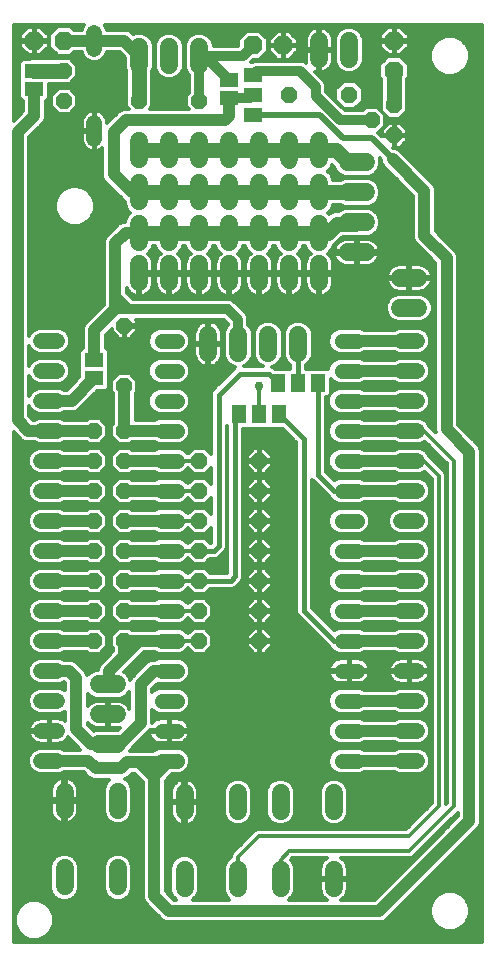
<source format=gbl>
G75*
%MOIN*%
%OFA0B0*%
%FSLAX25Y25*%
%IPPOS*%
%LPD*%
%AMOC8*
5,1,8,0,0,1.08239X$1,22.5*
%
%ADD10C,0.05150*%
%ADD11C,0.05200*%
%ADD12OC8,0.05200*%
%ADD13C,0.06000*%
%ADD14OC8,0.06300*%
%ADD15R,0.05906X0.05118*%
%ADD16OC8,0.05600*%
%ADD17R,0.06300X0.04600*%
%ADD18R,0.05118X0.05906*%
%ADD19C,0.05937*%
%ADD20C,0.01200*%
%ADD21C,0.05000*%
%ADD22C,0.04000*%
%ADD23C,0.01600*%
%ADD24C,0.03200*%
%ADD25C,0.02000*%
%ADD26C,0.02978*%
D10*
X0064025Y0111600D02*
X0069175Y0111600D01*
X0069175Y0121600D02*
X0064025Y0121600D01*
X0064025Y0131600D02*
X0069175Y0131600D01*
X0069175Y0141600D02*
X0064025Y0141600D01*
X0064025Y0151600D02*
X0069175Y0151600D01*
X0069175Y0161600D02*
X0064025Y0161600D01*
X0064025Y0171600D02*
X0069175Y0171600D01*
X0069175Y0181600D02*
X0064025Y0181600D01*
X0064025Y0191600D02*
X0069175Y0191600D01*
X0069175Y0201600D02*
X0064025Y0201600D01*
X0064025Y0211600D02*
X0069175Y0211600D01*
X0069175Y0221600D02*
X0064025Y0221600D01*
X0064025Y0231600D02*
X0069175Y0231600D01*
X0069175Y0241600D02*
X0064025Y0241600D01*
X0064025Y0251600D02*
X0069175Y0251600D01*
X0124025Y0251600D02*
X0129175Y0251600D01*
X0129175Y0241600D02*
X0124025Y0241600D01*
X0124025Y0231600D02*
X0129175Y0231600D01*
X0129175Y0221600D02*
X0124025Y0221600D01*
X0124025Y0211600D02*
X0129175Y0211600D01*
X0129175Y0201600D02*
X0124025Y0201600D01*
X0124025Y0191600D02*
X0129175Y0191600D01*
X0129175Y0181600D02*
X0124025Y0181600D01*
X0124025Y0171600D02*
X0129175Y0171600D01*
X0129175Y0161600D02*
X0124025Y0161600D01*
X0124025Y0151600D02*
X0129175Y0151600D01*
X0129175Y0141600D02*
X0124025Y0141600D01*
X0124025Y0131600D02*
X0129175Y0131600D01*
X0129175Y0121600D02*
X0124025Y0121600D01*
X0124025Y0111600D02*
X0129175Y0111600D01*
D11*
X0144000Y0111600D02*
X0149200Y0111600D01*
X0149200Y0121600D02*
X0144000Y0121600D01*
X0144000Y0131600D02*
X0149200Y0131600D01*
X0149200Y0141600D02*
X0144000Y0141600D01*
X0144000Y0151600D02*
X0149200Y0151600D01*
X0149200Y0161600D02*
X0144000Y0161600D01*
X0144000Y0171600D02*
X0149200Y0171600D01*
X0149200Y0181600D02*
X0144000Y0181600D01*
X0144000Y0191600D02*
X0149200Y0191600D01*
X0149200Y0201600D02*
X0144000Y0201600D01*
X0144000Y0211600D02*
X0149200Y0211600D01*
X0149200Y0221600D02*
X0144000Y0221600D01*
X0144000Y0231600D02*
X0149200Y0231600D01*
X0149200Y0241600D02*
X0144000Y0241600D01*
X0144000Y0251600D02*
X0149200Y0251600D01*
X0041600Y0319000D02*
X0041600Y0324200D01*
X0041600Y0349000D02*
X0041600Y0354200D01*
X0029200Y0251600D02*
X0024000Y0251600D01*
X0024000Y0241600D02*
X0029200Y0241600D01*
X0029200Y0231600D02*
X0024000Y0231600D01*
X0024000Y0221600D02*
X0029200Y0221600D01*
X0029200Y0211600D02*
X0024000Y0211600D01*
X0024000Y0201600D02*
X0029200Y0201600D01*
X0029200Y0191600D02*
X0024000Y0191600D01*
X0024000Y0181600D02*
X0029200Y0181600D01*
X0029200Y0171600D02*
X0024000Y0171600D01*
X0024000Y0161600D02*
X0029200Y0161600D01*
X0029200Y0151600D02*
X0024000Y0151600D01*
X0024000Y0141600D02*
X0029200Y0141600D01*
X0029200Y0131600D02*
X0024000Y0131600D01*
X0024000Y0121600D02*
X0029200Y0121600D01*
X0029200Y0111600D02*
X0024000Y0111600D01*
D12*
X0041600Y0151600D03*
X0051600Y0151600D03*
X0051600Y0161600D03*
X0041600Y0161600D03*
X0041600Y0171600D03*
X0051600Y0171600D03*
X0051600Y0181600D03*
X0051600Y0191600D03*
X0041600Y0191600D03*
X0041600Y0181600D03*
X0041600Y0201600D03*
X0051600Y0201600D03*
X0051600Y0211600D03*
X0051600Y0221600D03*
X0041600Y0221600D03*
X0041600Y0211600D03*
X0051600Y0236600D03*
X0051600Y0256600D03*
X0076600Y0211600D03*
X0076600Y0201600D03*
X0076600Y0191600D03*
X0076600Y0181600D03*
X0076600Y0171600D03*
X0076600Y0161600D03*
X0076600Y0151600D03*
X0096600Y0151600D03*
X0096600Y0161600D03*
X0096600Y0171600D03*
X0096600Y0181600D03*
X0096600Y0191600D03*
X0096600Y0201600D03*
X0096600Y0211600D03*
X0141600Y0320100D03*
X0134100Y0325100D03*
X0141600Y0330100D03*
X0076600Y0331600D03*
X0056600Y0331600D03*
X0031600Y0331600D03*
X0031600Y0341600D03*
D13*
X0056600Y0343600D02*
X0056600Y0349600D01*
X0066600Y0349600D02*
X0066600Y0343600D01*
X0076600Y0343600D02*
X0076600Y0349600D01*
X0076600Y0318100D02*
X0076600Y0312100D01*
X0076600Y0304100D02*
X0076600Y0298100D01*
X0076600Y0290600D02*
X0076600Y0284600D01*
X0076600Y0277100D02*
X0076600Y0271100D01*
X0086600Y0271100D02*
X0086600Y0277100D01*
X0086600Y0284600D02*
X0086600Y0290600D01*
X0086600Y0298100D02*
X0086600Y0304100D01*
X0086600Y0312100D02*
X0086600Y0318100D01*
X0096600Y0318100D02*
X0096600Y0312100D01*
X0096600Y0304100D02*
X0096600Y0298100D01*
X0096600Y0290600D02*
X0096600Y0284600D01*
X0096600Y0277100D02*
X0096600Y0271100D01*
X0106600Y0271100D02*
X0106600Y0277100D01*
X0106600Y0284600D02*
X0106600Y0290600D01*
X0106600Y0298100D02*
X0106600Y0304100D01*
X0106600Y0312100D02*
X0106600Y0318100D01*
X0116600Y0318100D02*
X0116600Y0312100D01*
X0116600Y0304100D02*
X0116600Y0298100D01*
X0116600Y0290600D02*
X0116600Y0284600D01*
X0116600Y0277100D02*
X0116600Y0271100D01*
X0126100Y0281100D02*
X0132100Y0281100D01*
X0132100Y0291100D02*
X0126100Y0291100D01*
X0126100Y0301100D02*
X0132100Y0301100D01*
X0132100Y0311100D02*
X0126100Y0311100D01*
X0066600Y0312100D02*
X0066600Y0318100D01*
X0056600Y0318100D02*
X0056600Y0312100D01*
X0056600Y0304100D02*
X0056600Y0298100D01*
X0056600Y0290600D02*
X0056600Y0284600D01*
X0056600Y0277100D02*
X0056600Y0271100D01*
X0066600Y0271100D02*
X0066600Y0277100D01*
X0066600Y0284600D02*
X0066600Y0290600D01*
X0066600Y0298100D02*
X0066600Y0304100D01*
X0079600Y0253600D02*
X0079600Y0247600D01*
X0089600Y0247600D02*
X0089600Y0253600D01*
X0099600Y0253600D02*
X0099600Y0247600D01*
X0109600Y0247600D02*
X0109600Y0253600D01*
X0049100Y0137100D02*
X0043100Y0137100D01*
X0043100Y0127100D02*
X0049100Y0127100D01*
X0049100Y0117100D02*
X0043100Y0117100D01*
X0049500Y0101400D02*
X0049500Y0095400D01*
X0031700Y0095400D02*
X0031700Y0101400D01*
X0031700Y0075800D02*
X0031700Y0069800D01*
X0049500Y0069800D02*
X0049500Y0075800D01*
X0071700Y0075300D02*
X0071700Y0069300D01*
X0089500Y0069300D02*
X0089500Y0075300D01*
X0103700Y0075300D02*
X0103700Y0069300D01*
X0121500Y0069300D02*
X0121500Y0075300D01*
X0121500Y0094900D02*
X0121500Y0100900D01*
X0103700Y0100900D02*
X0103700Y0094900D01*
X0089500Y0094900D02*
X0089500Y0100900D01*
X0071700Y0100900D02*
X0071700Y0094900D01*
D14*
X0141600Y0341600D03*
X0141600Y0351600D03*
X0104600Y0350100D03*
X0094600Y0350100D03*
X0031600Y0351600D03*
X0021600Y0351600D03*
D15*
X0094600Y0340293D03*
X0094600Y0333600D03*
X0094600Y0326907D03*
D16*
X0106600Y0333600D03*
X0126600Y0333600D03*
D17*
X0086600Y0332600D03*
X0086600Y0338600D03*
X0021600Y0335600D03*
X0021600Y0341600D03*
X0041600Y0245100D03*
X0041600Y0239100D03*
D18*
X0089907Y0227100D03*
X0096600Y0227100D03*
X0103293Y0227100D03*
X0102907Y0237600D03*
X0109600Y0237600D03*
X0116293Y0237600D03*
D19*
X0143631Y0262600D02*
X0149569Y0262600D01*
X0149569Y0272600D02*
X0143631Y0272600D01*
X0126600Y0345631D02*
X0126600Y0351569D01*
X0116600Y0351569D02*
X0116600Y0345631D01*
D20*
X0014700Y0221126D02*
X0014700Y0051200D01*
X0170701Y0051200D01*
X0170701Y0356961D01*
X0045062Y0356961D01*
X0045330Y0356692D01*
X0045865Y0355400D01*
X0052356Y0355400D01*
X0053753Y0354821D01*
X0054605Y0353969D01*
X0055645Y0354400D01*
X0057555Y0354400D01*
X0059319Y0353669D01*
X0060669Y0352319D01*
X0061400Y0350555D01*
X0061400Y0342645D01*
X0060900Y0341438D01*
X0060900Y0333523D01*
X0061000Y0333423D01*
X0061000Y0329777D01*
X0060123Y0328900D01*
X0073077Y0328900D01*
X0072200Y0329777D01*
X0072200Y0333423D01*
X0073200Y0334423D01*
X0073200Y0340212D01*
X0072531Y0340881D01*
X0071800Y0342645D01*
X0071800Y0350555D01*
X0072531Y0352319D01*
X0073881Y0353669D01*
X0075645Y0354400D01*
X0077555Y0354400D01*
X0079319Y0353669D01*
X0080669Y0352319D01*
X0081400Y0350555D01*
X0081400Y0350000D01*
X0089650Y0350000D01*
X0089650Y0352150D01*
X0092550Y0355050D01*
X0096650Y0355050D01*
X0099550Y0352150D01*
X0099550Y0348050D01*
X0096650Y0345150D01*
X0094458Y0345150D01*
X0093960Y0344652D01*
X0094391Y0344652D01*
X0095231Y0345000D01*
X0110776Y0345000D01*
X0112026Y0344482D01*
X0112239Y0344269D01*
X0112144Y0344562D01*
X0112031Y0345272D01*
X0112031Y0348216D01*
X0116216Y0348216D01*
X0116216Y0348984D01*
X0112031Y0348984D01*
X0112031Y0351928D01*
X0112144Y0352638D01*
X0112366Y0353322D01*
X0112693Y0353963D01*
X0113115Y0354545D01*
X0113624Y0355053D01*
X0114206Y0355476D01*
X0114846Y0355802D01*
X0115530Y0356025D01*
X0116216Y0356133D01*
X0116216Y0348984D01*
X0116984Y0348984D01*
X0116984Y0356133D01*
X0117670Y0356025D01*
X0118354Y0355802D01*
X0118994Y0355476D01*
X0119576Y0355053D01*
X0120085Y0354545D01*
X0120507Y0353963D01*
X0120834Y0353322D01*
X0121056Y0352638D01*
X0121168Y0351928D01*
X0121168Y0348984D01*
X0116984Y0348984D01*
X0116984Y0348216D01*
X0116984Y0341067D01*
X0117670Y0341175D01*
X0118354Y0341398D01*
X0118994Y0341724D01*
X0119576Y0342147D01*
X0120085Y0342655D01*
X0120507Y0343237D01*
X0120834Y0343878D01*
X0121056Y0344562D01*
X0121168Y0345272D01*
X0121168Y0348216D01*
X0116984Y0348216D01*
X0116216Y0348216D01*
X0116216Y0341067D01*
X0115530Y0341175D01*
X0115238Y0341270D01*
X0117526Y0338982D01*
X0118482Y0338026D01*
X0119000Y0336776D01*
X0119000Y0334508D01*
X0125008Y0328500D01*
X0131277Y0328500D01*
X0132277Y0329500D01*
X0135923Y0329500D01*
X0138500Y0326923D01*
X0138500Y0323277D01*
X0136191Y0320969D01*
X0136474Y0320686D01*
X0137400Y0319760D01*
X0137400Y0319900D01*
X0141400Y0319900D01*
X0141400Y0320300D01*
X0141400Y0324300D01*
X0139860Y0324300D01*
X0137400Y0321840D01*
X0137400Y0320300D01*
X0141400Y0320300D01*
X0141800Y0320300D01*
X0141800Y0324300D01*
X0143340Y0324300D01*
X0145800Y0321840D01*
X0145800Y0320300D01*
X0141800Y0320300D01*
X0141800Y0319900D01*
X0145800Y0319900D01*
X0145800Y0318360D01*
X0143340Y0315900D01*
X0141800Y0315900D01*
X0141800Y0319900D01*
X0141400Y0319900D01*
X0141400Y0315900D01*
X0141260Y0315900D01*
X0141856Y0315900D01*
X0143253Y0315321D01*
X0154821Y0303753D01*
X0155400Y0302356D01*
X0155400Y0288174D01*
X0161253Y0282321D01*
X0162321Y0281253D01*
X0162900Y0279856D01*
X0162900Y0223674D01*
X0168753Y0217821D01*
X0169821Y0216753D01*
X0170400Y0215356D01*
X0170400Y0090844D01*
X0169821Y0089447D01*
X0139821Y0059447D01*
X0138753Y0058379D01*
X0137356Y0057800D01*
X0065844Y0057800D01*
X0064447Y0058379D01*
X0059447Y0063379D01*
X0026110Y0063379D01*
X0025321Y0064169D02*
X0022907Y0065168D01*
X0020293Y0065168D01*
X0017879Y0064169D01*
X0016031Y0062321D01*
X0015031Y0059907D01*
X0015031Y0057293D01*
X0016031Y0054879D01*
X0017879Y0053031D01*
X0020293Y0052031D01*
X0022907Y0052031D01*
X0025321Y0053031D01*
X0027169Y0054879D01*
X0028168Y0057293D01*
X0028168Y0059907D01*
X0027169Y0062321D01*
X0025321Y0064169D01*
X0024333Y0064578D02*
X0058325Y0064578D01*
X0058379Y0064447D02*
X0059447Y0063379D01*
X0058379Y0064447D02*
X0057800Y0065844D01*
X0057800Y0104526D01*
X0055026Y0107300D01*
X0054174Y0107300D01*
X0053821Y0106947D01*
X0053821Y0106947D01*
X0052753Y0105879D01*
X0051992Y0105563D01*
X0052219Y0105469D01*
X0053569Y0104119D01*
X0054300Y0102355D01*
X0054300Y0094445D01*
X0053569Y0092681D01*
X0052219Y0091331D01*
X0050455Y0090600D01*
X0048545Y0090600D01*
X0046781Y0091331D01*
X0045431Y0092681D01*
X0044700Y0094445D01*
X0044700Y0102355D01*
X0045431Y0104119D01*
X0046612Y0105300D01*
X0041344Y0105300D01*
X0039947Y0105879D01*
X0038879Y0106947D01*
X0038879Y0106947D01*
X0038026Y0107800D01*
X0031524Y0107800D01*
X0030075Y0107200D01*
X0023125Y0107200D01*
X0021508Y0107870D01*
X0020270Y0109108D01*
X0019600Y0110725D01*
X0019600Y0112475D01*
X0020270Y0114092D01*
X0021508Y0115330D01*
X0023125Y0116000D01*
X0030075Y0116000D01*
X0031524Y0115400D01*
X0036926Y0115400D01*
X0033447Y0118879D01*
X0033447Y0118879D01*
X0032838Y0119488D01*
X0032792Y0119399D01*
X0032404Y0118864D01*
X0031936Y0118396D01*
X0031401Y0118008D01*
X0030812Y0117708D01*
X0030184Y0117503D01*
X0029531Y0117400D01*
X0026800Y0117400D01*
X0026800Y0121400D01*
X0026400Y0121400D01*
X0026400Y0117400D01*
X0023669Y0117400D01*
X0023016Y0117503D01*
X0022388Y0117708D01*
X0021799Y0118008D01*
X0021264Y0118396D01*
X0020796Y0118864D01*
X0020408Y0119399D01*
X0020108Y0119988D01*
X0019903Y0120616D01*
X0019800Y0121269D01*
X0019800Y0121400D01*
X0026400Y0121400D01*
X0026400Y0121800D01*
X0026400Y0125800D01*
X0023669Y0125800D01*
X0023016Y0125697D01*
X0022388Y0125492D01*
X0021799Y0125192D01*
X0021264Y0124804D01*
X0020796Y0124336D01*
X0020408Y0123801D01*
X0020108Y0123212D01*
X0019903Y0122584D01*
X0019800Y0121931D01*
X0019800Y0121800D01*
X0026400Y0121800D01*
X0026800Y0121800D01*
X0026800Y0125800D01*
X0029531Y0125800D01*
X0030184Y0125697D01*
X0030812Y0125492D01*
X0031401Y0125192D01*
X0031800Y0124902D01*
X0031800Y0127977D01*
X0031692Y0127870D01*
X0030075Y0127200D01*
X0023125Y0127200D01*
X0021508Y0127870D01*
X0020270Y0129108D01*
X0019600Y0130725D01*
X0019600Y0132475D01*
X0020270Y0134092D01*
X0021508Y0135330D01*
X0023125Y0136000D01*
X0030075Y0136000D01*
X0031692Y0135330D01*
X0031800Y0135223D01*
X0031800Y0137526D01*
X0031526Y0137800D01*
X0031524Y0137800D01*
X0030075Y0137200D01*
X0023125Y0137200D01*
X0021508Y0137870D01*
X0020270Y0139108D01*
X0019600Y0140725D01*
X0019600Y0142475D01*
X0020270Y0144092D01*
X0021508Y0145330D01*
X0023125Y0146000D01*
X0030075Y0146000D01*
X0031524Y0145400D01*
X0033856Y0145400D01*
X0035253Y0144821D01*
X0038821Y0141253D01*
X0039303Y0140091D01*
X0040381Y0141169D01*
X0042145Y0141900D01*
X0042800Y0141900D01*
X0042800Y0142356D01*
X0043379Y0143753D01*
X0047800Y0148174D01*
X0047800Y0149177D01*
X0047200Y0149777D01*
X0047200Y0153423D01*
X0049777Y0156000D01*
X0053423Y0156000D01*
X0054023Y0155400D01*
X0061767Y0155400D01*
X0063155Y0155975D01*
X0070045Y0155975D01*
X0071653Y0155309D01*
X0072870Y0154092D01*
X0074777Y0156000D01*
X0078423Y0156000D01*
X0081000Y0153423D01*
X0081000Y0149777D01*
X0078423Y0147200D01*
X0074777Y0147200D01*
X0072870Y0149108D01*
X0071653Y0147891D01*
X0070045Y0147225D01*
X0063155Y0147225D01*
X0061767Y0147800D01*
X0058174Y0147800D01*
X0054821Y0144447D01*
X0051624Y0141250D01*
X0051819Y0141169D01*
X0053169Y0139819D01*
X0053641Y0138680D01*
X0053879Y0139253D01*
X0059447Y0144821D01*
X0060844Y0145400D01*
X0061767Y0145400D01*
X0063155Y0145975D01*
X0070045Y0145975D01*
X0071653Y0145309D01*
X0072884Y0144078D01*
X0073550Y0142470D01*
X0073550Y0140730D01*
X0072884Y0139122D01*
X0071653Y0137891D01*
X0070045Y0137225D01*
X0063155Y0137225D01*
X0062762Y0137388D01*
X0060900Y0135526D01*
X0060900Y0134662D01*
X0061547Y0135309D01*
X0063155Y0135975D01*
X0070045Y0135975D01*
X0071653Y0135309D01*
X0072884Y0134078D01*
X0073550Y0132470D01*
X0073550Y0130730D01*
X0072884Y0129122D01*
X0071653Y0127891D01*
X0070045Y0127225D01*
X0063155Y0127225D01*
X0061547Y0127891D01*
X0060900Y0128538D01*
X0060900Y0124379D01*
X0061305Y0124784D01*
X0061837Y0125171D01*
X0062423Y0125469D01*
X0063048Y0125672D01*
X0063697Y0125775D01*
X0066413Y0125775D01*
X0066413Y0121787D01*
X0066413Y0121413D01*
X0066787Y0121413D01*
X0066787Y0117425D01*
X0069503Y0117425D01*
X0070152Y0117528D01*
X0070777Y0117731D01*
X0071363Y0118029D01*
X0071895Y0118416D01*
X0072359Y0118880D01*
X0072745Y0119412D01*
X0073044Y0119997D01*
X0073247Y0120622D01*
X0073350Y0121271D01*
X0073350Y0121413D01*
X0066787Y0121413D01*
X0066787Y0121787D01*
X0066413Y0121787D01*
X0060161Y0121787D01*
X0053462Y0115088D01*
X0053384Y0114900D01*
X0061138Y0114900D01*
X0061547Y0115309D01*
X0063155Y0115975D01*
X0070045Y0115975D01*
X0071653Y0115309D01*
X0072884Y0114078D01*
X0073550Y0112470D01*
X0073550Y0110730D01*
X0072884Y0109122D01*
X0071653Y0107891D01*
X0070045Y0107225D01*
X0067599Y0107225D01*
X0065400Y0105026D01*
X0065400Y0068174D01*
X0068174Y0065400D01*
X0068812Y0065400D01*
X0067631Y0066581D01*
X0066900Y0068345D01*
X0066900Y0076255D01*
X0067631Y0078019D01*
X0068981Y0079369D01*
X0070745Y0080100D01*
X0072655Y0080100D01*
X0074419Y0079369D01*
X0075769Y0078019D01*
X0076500Y0076255D01*
X0076500Y0068345D01*
X0075769Y0066581D01*
X0074588Y0065400D01*
X0086612Y0065400D01*
X0085431Y0066581D01*
X0084700Y0068345D01*
X0084700Y0076255D01*
X0085431Y0078019D01*
X0086781Y0079369D01*
X0087200Y0079543D01*
X0087200Y0080077D01*
X0087565Y0080959D01*
X0088241Y0081635D01*
X0095241Y0088635D01*
X0096123Y0089000D01*
X0145606Y0089000D01*
X0154200Y0097594D01*
X0154200Y0205606D01*
X0151814Y0207992D01*
X0151692Y0207870D01*
X0150075Y0207200D01*
X0143125Y0207200D01*
X0141676Y0207800D01*
X0131433Y0207800D01*
X0130045Y0207225D01*
X0123155Y0207225D01*
X0121547Y0207891D01*
X0120316Y0209122D01*
X0119650Y0210730D01*
X0119650Y0212470D01*
X0120316Y0214078D01*
X0121547Y0215309D01*
X0123155Y0215975D01*
X0130045Y0215975D01*
X0131433Y0215400D01*
X0141676Y0215400D01*
X0143125Y0216000D01*
X0150075Y0216000D01*
X0151692Y0215330D01*
X0152930Y0214092D01*
X0153233Y0213361D01*
X0153635Y0212959D01*
X0157959Y0208635D01*
X0158635Y0207959D01*
X0159000Y0207077D01*
X0159000Y0097394D01*
X0159200Y0097594D01*
X0159200Y0210606D01*
X0151814Y0217992D01*
X0151692Y0217870D01*
X0150075Y0217200D01*
X0143125Y0217200D01*
X0141676Y0217800D01*
X0131433Y0217800D01*
X0130045Y0217225D01*
X0123155Y0217225D01*
X0121547Y0217891D01*
X0120316Y0219122D01*
X0119650Y0220730D01*
X0119650Y0222470D01*
X0120316Y0224078D01*
X0121547Y0225309D01*
X0123155Y0225975D01*
X0130045Y0225975D01*
X0131433Y0225400D01*
X0141676Y0225400D01*
X0143125Y0226000D01*
X0150075Y0226000D01*
X0151692Y0225330D01*
X0152930Y0224092D01*
X0153233Y0223361D01*
X0155335Y0221259D01*
X0155300Y0221344D01*
X0155300Y0277526D01*
X0148379Y0284447D01*
X0147800Y0285844D01*
X0147800Y0300026D01*
X0137879Y0309947D01*
X0137300Y0311344D01*
X0137300Y0311940D01*
X0136698Y0312542D01*
X0136900Y0312055D01*
X0136900Y0310145D01*
X0136169Y0308381D01*
X0134819Y0307031D01*
X0133055Y0306300D01*
X0125145Y0306300D01*
X0123381Y0307031D01*
X0122031Y0308381D01*
X0121531Y0309588D01*
X0120982Y0310137D01*
X0120669Y0309381D01*
X0119388Y0308100D01*
X0120669Y0306819D01*
X0121257Y0305400D01*
X0123938Y0305400D01*
X0125145Y0305900D01*
X0133055Y0305900D01*
X0134819Y0305169D01*
X0136169Y0303819D01*
X0136900Y0302055D01*
X0136900Y0300145D01*
X0136169Y0298381D01*
X0134819Y0297031D01*
X0133055Y0296300D01*
X0125145Y0296300D01*
X0123938Y0296800D01*
X0121257Y0296800D01*
X0120669Y0295381D01*
X0119638Y0294350D01*
X0119954Y0294035D01*
X0120164Y0294245D01*
X0121745Y0294900D01*
X0123112Y0294900D01*
X0123381Y0295169D01*
X0125145Y0295900D01*
X0133055Y0295900D01*
X0134819Y0295169D01*
X0136169Y0293819D01*
X0136900Y0292055D01*
X0136900Y0290145D01*
X0136169Y0288381D01*
X0134819Y0287031D01*
X0133055Y0286300D01*
X0124381Y0286300D01*
X0123245Y0285164D01*
X0122036Y0283955D01*
X0121400Y0283691D01*
X0121400Y0283645D01*
X0120669Y0281881D01*
X0119481Y0280693D01*
X0119597Y0280609D01*
X0120109Y0280097D01*
X0120534Y0279511D01*
X0120863Y0278866D01*
X0121087Y0278177D01*
X0121200Y0277462D01*
X0121200Y0274500D01*
X0117000Y0274500D01*
X0117000Y0273700D01*
X0121200Y0273700D01*
X0121200Y0270738D01*
X0121087Y0270023D01*
X0120863Y0269334D01*
X0120534Y0268689D01*
X0120109Y0268103D01*
X0119597Y0267591D01*
X0119011Y0267166D01*
X0118366Y0266837D01*
X0117677Y0266613D01*
X0117000Y0266506D01*
X0117000Y0273700D01*
X0116200Y0273700D01*
X0116200Y0266506D01*
X0115523Y0266613D01*
X0114834Y0266837D01*
X0114189Y0267166D01*
X0113603Y0267591D01*
X0113091Y0268103D01*
X0112666Y0268689D01*
X0112337Y0269334D01*
X0112113Y0270023D01*
X0112000Y0270738D01*
X0112000Y0273700D01*
X0116200Y0273700D01*
X0116200Y0274500D01*
X0112000Y0274500D01*
X0112000Y0277462D01*
X0112113Y0278177D01*
X0112337Y0278866D01*
X0112666Y0279511D01*
X0113091Y0280097D01*
X0113603Y0280609D01*
X0113719Y0280693D01*
X0112531Y0281881D01*
X0111943Y0283300D01*
X0111257Y0283300D01*
X0110669Y0281881D01*
X0109481Y0280693D01*
X0109597Y0280609D01*
X0110109Y0280097D01*
X0110534Y0279511D01*
X0110863Y0278866D01*
X0111087Y0278177D01*
X0111200Y0277462D01*
X0111200Y0274500D01*
X0107000Y0274500D01*
X0107000Y0273700D01*
X0111200Y0273700D01*
X0111200Y0270738D01*
X0111087Y0270023D01*
X0110863Y0269334D01*
X0110534Y0268689D01*
X0110109Y0268103D01*
X0109597Y0267591D01*
X0109011Y0267166D01*
X0108366Y0266837D01*
X0107677Y0266613D01*
X0107000Y0266506D01*
X0107000Y0273700D01*
X0106200Y0273700D01*
X0106200Y0266506D01*
X0105523Y0266613D01*
X0104834Y0266837D01*
X0104189Y0267166D01*
X0103603Y0267591D01*
X0103091Y0268103D01*
X0102666Y0268689D01*
X0102337Y0269334D01*
X0102113Y0270023D01*
X0102000Y0270738D01*
X0102000Y0273700D01*
X0106200Y0273700D01*
X0106200Y0274500D01*
X0102000Y0274500D01*
X0102000Y0277462D01*
X0102113Y0278177D01*
X0102337Y0278866D01*
X0102666Y0279511D01*
X0103091Y0280097D01*
X0103603Y0280609D01*
X0103719Y0280693D01*
X0102531Y0281881D01*
X0101943Y0283300D01*
X0101257Y0283300D01*
X0100669Y0281881D01*
X0099481Y0280693D01*
X0099597Y0280609D01*
X0100109Y0280097D01*
X0100534Y0279511D01*
X0100863Y0278866D01*
X0101087Y0278177D01*
X0101200Y0277462D01*
X0101200Y0274500D01*
X0097000Y0274500D01*
X0097000Y0273700D01*
X0101200Y0273700D01*
X0101200Y0270738D01*
X0101087Y0270023D01*
X0100863Y0269334D01*
X0100534Y0268689D01*
X0100109Y0268103D01*
X0099597Y0267591D01*
X0099011Y0267166D01*
X0098366Y0266837D01*
X0097677Y0266613D01*
X0097000Y0266506D01*
X0097000Y0273700D01*
X0096200Y0273700D01*
X0096200Y0266506D01*
X0095523Y0266613D01*
X0094834Y0266837D01*
X0094189Y0267166D01*
X0093603Y0267591D01*
X0093091Y0268103D01*
X0092666Y0268689D01*
X0092337Y0269334D01*
X0092113Y0270023D01*
X0092000Y0270738D01*
X0092000Y0273700D01*
X0096200Y0273700D01*
X0096200Y0274500D01*
X0092000Y0274500D01*
X0092000Y0277462D01*
X0092113Y0278177D01*
X0092337Y0278866D01*
X0092666Y0279511D01*
X0093091Y0280097D01*
X0093603Y0280609D01*
X0093719Y0280693D01*
X0092531Y0281881D01*
X0091943Y0283300D01*
X0091257Y0283300D01*
X0090669Y0281881D01*
X0089481Y0280693D01*
X0089597Y0280609D01*
X0090109Y0280097D01*
X0090534Y0279511D01*
X0090863Y0278866D01*
X0091087Y0278177D01*
X0091200Y0277462D01*
X0091200Y0274500D01*
X0087000Y0274500D01*
X0087000Y0273700D01*
X0091200Y0273700D01*
X0091200Y0270738D01*
X0091087Y0270023D01*
X0090863Y0269334D01*
X0090534Y0268689D01*
X0090109Y0268103D01*
X0089597Y0267591D01*
X0089011Y0267166D01*
X0088366Y0266837D01*
X0087677Y0266613D01*
X0087000Y0266506D01*
X0087000Y0273700D01*
X0086200Y0273700D01*
X0086200Y0266506D01*
X0085523Y0266613D01*
X0084834Y0266837D01*
X0084189Y0267166D01*
X0083603Y0267591D01*
X0083091Y0268103D01*
X0082666Y0268689D01*
X0082337Y0269334D01*
X0082113Y0270023D01*
X0082000Y0270738D01*
X0082000Y0273700D01*
X0086200Y0273700D01*
X0086200Y0274500D01*
X0082000Y0274500D01*
X0082000Y0277462D01*
X0082113Y0278177D01*
X0082337Y0278866D01*
X0082666Y0279511D01*
X0083091Y0280097D01*
X0083603Y0280609D01*
X0083719Y0280693D01*
X0082531Y0281881D01*
X0081943Y0283300D01*
X0081257Y0283300D01*
X0080669Y0281881D01*
X0079481Y0280693D01*
X0079597Y0280609D01*
X0080109Y0280097D01*
X0080534Y0279511D01*
X0080863Y0278866D01*
X0081087Y0278177D01*
X0081200Y0277462D01*
X0081200Y0274500D01*
X0077000Y0274500D01*
X0077000Y0273700D01*
X0081200Y0273700D01*
X0081200Y0270738D01*
X0081087Y0270023D01*
X0080863Y0269334D01*
X0080534Y0268689D01*
X0080109Y0268103D01*
X0079597Y0267591D01*
X0079011Y0267166D01*
X0078366Y0266837D01*
X0077677Y0266613D01*
X0077000Y0266506D01*
X0077000Y0273700D01*
X0076200Y0273700D01*
X0076200Y0266506D01*
X0075523Y0266613D01*
X0074834Y0266837D01*
X0074189Y0267166D01*
X0073603Y0267591D01*
X0073091Y0268103D01*
X0072666Y0268689D01*
X0072337Y0269334D01*
X0072113Y0270023D01*
X0072000Y0270738D01*
X0072000Y0273700D01*
X0076200Y0273700D01*
X0076200Y0274500D01*
X0072000Y0274500D01*
X0072000Y0277462D01*
X0072113Y0278177D01*
X0072337Y0278866D01*
X0072666Y0279511D01*
X0073091Y0280097D01*
X0073603Y0280609D01*
X0073719Y0280693D01*
X0072531Y0281881D01*
X0071943Y0283300D01*
X0071257Y0283300D01*
X0070669Y0281881D01*
X0069481Y0280693D01*
X0069597Y0280609D01*
X0070109Y0280097D01*
X0070534Y0279511D01*
X0070863Y0278866D01*
X0071087Y0278177D01*
X0071200Y0277462D01*
X0071200Y0274500D01*
X0067000Y0274500D01*
X0067000Y0273700D01*
X0071200Y0273700D01*
X0071200Y0270738D01*
X0071087Y0270023D01*
X0070863Y0269334D01*
X0070534Y0268689D01*
X0070109Y0268103D01*
X0069597Y0267591D01*
X0069011Y0267166D01*
X0068366Y0266837D01*
X0067677Y0266613D01*
X0067000Y0266506D01*
X0067000Y0273700D01*
X0066200Y0273700D01*
X0066200Y0266506D01*
X0065523Y0266613D01*
X0064834Y0266837D01*
X0064189Y0267166D01*
X0063603Y0267591D01*
X0063091Y0268103D01*
X0062666Y0268689D01*
X0062337Y0269334D01*
X0062113Y0270023D01*
X0062000Y0270738D01*
X0062000Y0273700D01*
X0066200Y0273700D01*
X0066200Y0274500D01*
X0062000Y0274500D01*
X0062000Y0277462D01*
X0062113Y0278177D01*
X0062337Y0278866D01*
X0062666Y0279511D01*
X0063091Y0280097D01*
X0063603Y0280609D01*
X0063719Y0280693D01*
X0062531Y0281881D01*
X0061943Y0283300D01*
X0061257Y0283300D01*
X0060669Y0281881D01*
X0059481Y0280693D01*
X0059597Y0280609D01*
X0060109Y0280097D01*
X0060534Y0279511D01*
X0060863Y0278866D01*
X0061087Y0278177D01*
X0061200Y0277462D01*
X0061200Y0274500D01*
X0057000Y0274500D01*
X0057000Y0273700D01*
X0061200Y0273700D01*
X0061200Y0270738D01*
X0061087Y0270023D01*
X0060863Y0269334D01*
X0060534Y0268689D01*
X0060109Y0268103D01*
X0059597Y0267591D01*
X0059011Y0267166D01*
X0058366Y0266837D01*
X0057677Y0266613D01*
X0057000Y0266506D01*
X0057000Y0273700D01*
X0056200Y0273700D01*
X0056200Y0266506D01*
X0055523Y0266613D01*
X0054834Y0266837D01*
X0054189Y0267166D01*
X0053603Y0267591D01*
X0053091Y0268103D01*
X0052666Y0268689D01*
X0052400Y0269211D01*
X0052400Y0267608D01*
X0054508Y0265500D01*
X0086776Y0265500D01*
X0088026Y0264982D01*
X0091526Y0261482D01*
X0092482Y0260526D01*
X0093000Y0259276D01*
X0093000Y0256988D01*
X0093669Y0256319D01*
X0094400Y0254555D01*
X0094400Y0246645D01*
X0093669Y0244881D01*
X0092319Y0243531D01*
X0091520Y0243200D01*
X0097680Y0243200D01*
X0096881Y0243531D01*
X0095531Y0244881D01*
X0094800Y0246645D01*
X0094800Y0254555D01*
X0095531Y0256319D01*
X0096881Y0257669D01*
X0098645Y0258400D01*
X0100555Y0258400D01*
X0102319Y0257669D01*
X0103669Y0256319D01*
X0104400Y0254555D01*
X0104400Y0246645D01*
X0103669Y0244881D01*
X0102319Y0243531D01*
X0100972Y0242973D01*
X0101380Y0242804D01*
X0101831Y0242353D01*
X0106212Y0242353D01*
X0106254Y0242311D01*
X0106295Y0242353D01*
X0107000Y0242353D01*
X0107000Y0243481D01*
X0106881Y0243531D01*
X0105531Y0244881D01*
X0104800Y0246645D01*
X0104800Y0254555D01*
X0105531Y0256319D01*
X0106881Y0257669D01*
X0108645Y0258400D01*
X0110555Y0258400D01*
X0112319Y0257669D01*
X0113669Y0256319D01*
X0114400Y0254555D01*
X0114400Y0246645D01*
X0113669Y0244881D01*
X0112319Y0243531D01*
X0112200Y0243481D01*
X0112200Y0242353D01*
X0112905Y0242353D01*
X0112946Y0242311D01*
X0112988Y0242353D01*
X0119598Y0242353D01*
X0119650Y0242300D01*
X0119650Y0242470D01*
X0120316Y0244078D01*
X0121547Y0245309D01*
X0123155Y0245975D01*
X0130045Y0245975D01*
X0131433Y0245400D01*
X0141676Y0245400D01*
X0143125Y0246000D01*
X0150075Y0246000D01*
X0151692Y0245330D01*
X0152930Y0244092D01*
X0153600Y0242475D01*
X0153600Y0240725D01*
X0152930Y0239108D01*
X0151692Y0237870D01*
X0150075Y0237200D01*
X0143125Y0237200D01*
X0141676Y0237800D01*
X0131433Y0237800D01*
X0130045Y0237225D01*
X0123155Y0237225D01*
X0121547Y0237891D01*
X0120652Y0238786D01*
X0120652Y0234414D01*
X0121547Y0235309D01*
X0123155Y0235975D01*
X0130045Y0235975D01*
X0131433Y0235400D01*
X0141676Y0235400D01*
X0143125Y0236000D01*
X0150075Y0236000D01*
X0151692Y0235330D01*
X0152930Y0234092D01*
X0153600Y0232475D01*
X0153600Y0230725D01*
X0152930Y0229108D01*
X0151692Y0227870D01*
X0150075Y0227200D01*
X0143125Y0227200D01*
X0141676Y0227800D01*
X0131433Y0227800D01*
X0130045Y0227225D01*
X0123155Y0227225D01*
X0121547Y0227891D01*
X0120316Y0229122D01*
X0119650Y0230730D01*
X0119650Y0232470D01*
X0119954Y0233204D01*
X0119598Y0232847D01*
X0118893Y0232847D01*
X0118893Y0207984D01*
X0121562Y0205315D01*
X0123155Y0205975D01*
X0130045Y0205975D01*
X0131433Y0205400D01*
X0141676Y0205400D01*
X0143125Y0206000D01*
X0150075Y0206000D01*
X0151692Y0205330D01*
X0152930Y0204092D01*
X0153600Y0202475D01*
X0153600Y0200725D01*
X0152930Y0199108D01*
X0151692Y0197870D01*
X0150075Y0197200D01*
X0143125Y0197200D01*
X0141676Y0197800D01*
X0131433Y0197800D01*
X0130045Y0197225D01*
X0123155Y0197225D01*
X0121547Y0197891D01*
X0120316Y0199122D01*
X0120219Y0199358D01*
X0120127Y0199396D01*
X0119396Y0200127D01*
X0114200Y0205323D01*
X0114200Y0162677D01*
X0121562Y0155315D01*
X0123155Y0155975D01*
X0130045Y0155975D01*
X0131433Y0155400D01*
X0141676Y0155400D01*
X0143125Y0156000D01*
X0150075Y0156000D01*
X0151692Y0155330D01*
X0152930Y0154092D01*
X0153600Y0152475D01*
X0153600Y0150725D01*
X0152930Y0149108D01*
X0151692Y0147870D01*
X0150075Y0147200D01*
X0143125Y0147200D01*
X0141676Y0147800D01*
X0131433Y0147800D01*
X0130045Y0147225D01*
X0123155Y0147225D01*
X0121547Y0147891D01*
X0120316Y0149122D01*
X0120219Y0149358D01*
X0120127Y0149396D01*
X0119396Y0150127D01*
X0109396Y0160127D01*
X0109000Y0161083D01*
X0109000Y0217716D01*
X0104369Y0222347D01*
X0099988Y0222347D01*
X0099946Y0222389D01*
X0099905Y0222347D01*
X0093295Y0222347D01*
X0093254Y0222389D01*
X0093212Y0222347D01*
X0091200Y0222347D01*
X0091200Y0172583D01*
X0090804Y0171627D01*
X0090073Y0170896D01*
X0088573Y0169396D01*
X0087617Y0169000D01*
X0080223Y0169000D01*
X0078423Y0167200D01*
X0074777Y0167200D01*
X0072870Y0169108D01*
X0071653Y0167891D01*
X0070045Y0167225D01*
X0063155Y0167225D01*
X0061767Y0167800D01*
X0054023Y0167800D01*
X0053423Y0167200D01*
X0049777Y0167200D01*
X0047200Y0169777D01*
X0047200Y0173423D01*
X0049777Y0176000D01*
X0053423Y0176000D01*
X0054023Y0175400D01*
X0061767Y0175400D01*
X0063155Y0175975D01*
X0070045Y0175975D01*
X0071653Y0175309D01*
X0072870Y0174092D01*
X0074777Y0176000D01*
X0078423Y0176000D01*
X0080223Y0174200D01*
X0086000Y0174200D01*
X0086000Y0222950D01*
X0085700Y0223250D01*
X0085700Y0182583D01*
X0085304Y0181627D01*
X0084573Y0180896D01*
X0084573Y0180896D01*
X0083073Y0179396D01*
X0082117Y0179000D01*
X0080223Y0179000D01*
X0078423Y0177200D01*
X0074777Y0177200D01*
X0072870Y0179108D01*
X0071653Y0177891D01*
X0070045Y0177225D01*
X0063155Y0177225D01*
X0061767Y0177800D01*
X0054023Y0177800D01*
X0053423Y0177200D01*
X0049777Y0177200D01*
X0047200Y0179777D01*
X0047200Y0183423D01*
X0049777Y0186000D01*
X0053423Y0186000D01*
X0054023Y0185400D01*
X0061767Y0185400D01*
X0063155Y0185975D01*
X0070045Y0185975D01*
X0071653Y0185309D01*
X0072870Y0184092D01*
X0074777Y0186000D01*
X0078423Y0186000D01*
X0080223Y0184200D01*
X0080500Y0184200D01*
X0080500Y0189277D01*
X0078423Y0187200D01*
X0074777Y0187200D01*
X0072870Y0189108D01*
X0071653Y0187891D01*
X0070045Y0187225D01*
X0063155Y0187225D01*
X0061767Y0187800D01*
X0054023Y0187800D01*
X0053423Y0187200D01*
X0049777Y0187200D01*
X0047200Y0189777D01*
X0047200Y0193423D01*
X0049777Y0196000D01*
X0053423Y0196000D01*
X0054023Y0195400D01*
X0061767Y0195400D01*
X0063155Y0195975D01*
X0070045Y0195975D01*
X0071653Y0195309D01*
X0072870Y0194092D01*
X0074777Y0196000D01*
X0078423Y0196000D01*
X0080500Y0193923D01*
X0080500Y0199277D01*
X0078423Y0197200D01*
X0074777Y0197200D01*
X0072870Y0199108D01*
X0071653Y0197891D01*
X0070045Y0197225D01*
X0063155Y0197225D01*
X0061767Y0197800D01*
X0054023Y0197800D01*
X0053423Y0197200D01*
X0049777Y0197200D01*
X0047200Y0199777D01*
X0047200Y0203423D01*
X0049777Y0206000D01*
X0053423Y0206000D01*
X0054023Y0205400D01*
X0061767Y0205400D01*
X0063155Y0205975D01*
X0070045Y0205975D01*
X0071653Y0205309D01*
X0072870Y0204092D01*
X0074777Y0206000D01*
X0078423Y0206000D01*
X0080500Y0203923D01*
X0080500Y0209277D01*
X0078423Y0207200D01*
X0074777Y0207200D01*
X0072870Y0209108D01*
X0071653Y0207891D01*
X0070045Y0207225D01*
X0063155Y0207225D01*
X0061767Y0207800D01*
X0054023Y0207800D01*
X0053423Y0207200D01*
X0049777Y0207200D01*
X0047200Y0209777D01*
X0047200Y0213423D01*
X0049777Y0216000D01*
X0053423Y0216000D01*
X0054023Y0215400D01*
X0061767Y0215400D01*
X0063155Y0215975D01*
X0070045Y0215975D01*
X0071653Y0215309D01*
X0072870Y0214092D01*
X0074777Y0216000D01*
X0078423Y0216000D01*
X0080500Y0213923D01*
X0080500Y0234117D01*
X0080896Y0235073D01*
X0081627Y0235804D01*
X0087896Y0242073D01*
X0088627Y0242804D01*
X0088631Y0242806D01*
X0086881Y0243531D01*
X0085531Y0244881D01*
X0084800Y0246645D01*
X0084800Y0254555D01*
X0085531Y0256319D01*
X0086200Y0256988D01*
X0086200Y0257192D01*
X0084692Y0258700D01*
X0055440Y0258700D01*
X0055800Y0258340D01*
X0055800Y0256800D01*
X0051800Y0256800D01*
X0051800Y0256400D01*
X0055800Y0256400D01*
X0055800Y0254860D01*
X0053340Y0252400D01*
X0051800Y0252400D01*
X0051800Y0256400D01*
X0051400Y0256400D01*
X0051400Y0252400D01*
X0049860Y0252400D01*
X0047400Y0254860D01*
X0047400Y0255526D01*
X0045400Y0253526D01*
X0045400Y0249200D01*
X0045496Y0249200D01*
X0046550Y0248146D01*
X0046550Y0236054D01*
X0045496Y0235000D01*
X0042874Y0235000D01*
X0037321Y0229447D01*
X0036253Y0228379D01*
X0034856Y0227800D01*
X0031524Y0227800D01*
X0030075Y0227200D01*
X0023125Y0227200D01*
X0021508Y0227870D01*
X0020270Y0229108D01*
X0019900Y0230001D01*
X0019900Y0226674D01*
X0021174Y0225400D01*
X0021676Y0225400D01*
X0023125Y0226000D01*
X0030075Y0226000D01*
X0031524Y0225400D01*
X0039177Y0225400D01*
X0039777Y0226000D01*
X0043423Y0226000D01*
X0046000Y0223423D01*
X0046000Y0219777D01*
X0043423Y0217200D01*
X0039777Y0217200D01*
X0039177Y0217800D01*
X0031524Y0217800D01*
X0030075Y0217200D01*
X0023125Y0217200D01*
X0021676Y0217800D01*
X0018844Y0217800D01*
X0017447Y0218379D01*
X0014700Y0221126D01*
X0014700Y0220384D02*
X0015442Y0220384D01*
X0014700Y0219186D02*
X0016640Y0219186D01*
X0018392Y0217987D02*
X0014700Y0217987D01*
X0014700Y0216789D02*
X0080500Y0216789D01*
X0080500Y0217987D02*
X0071749Y0217987D01*
X0071653Y0217891D02*
X0072884Y0219122D01*
X0073550Y0220730D01*
X0073550Y0222470D01*
X0072884Y0224078D01*
X0071653Y0225309D01*
X0070045Y0225975D01*
X0063155Y0225975D01*
X0061767Y0225400D01*
X0055400Y0225400D01*
X0055400Y0234177D01*
X0056000Y0234777D01*
X0056000Y0238423D01*
X0053423Y0241000D01*
X0049777Y0241000D01*
X0047200Y0238423D01*
X0047200Y0234777D01*
X0047800Y0234177D01*
X0047800Y0224023D01*
X0047200Y0223423D01*
X0047200Y0219777D01*
X0049777Y0217200D01*
X0053423Y0217200D01*
X0054023Y0217800D01*
X0061767Y0217800D01*
X0063155Y0217225D01*
X0070045Y0217225D01*
X0071653Y0217891D01*
X0072910Y0219186D02*
X0080500Y0219186D01*
X0080500Y0220384D02*
X0073406Y0220384D01*
X0073550Y0221583D02*
X0080500Y0221583D01*
X0080500Y0222781D02*
X0073421Y0222781D01*
X0072924Y0223980D02*
X0080500Y0223980D01*
X0080500Y0225178D02*
X0071784Y0225178D01*
X0070890Y0227575D02*
X0080500Y0227575D01*
X0080500Y0226377D02*
X0055400Y0226377D01*
X0055400Y0227575D02*
X0062310Y0227575D01*
X0061547Y0227891D02*
X0063155Y0227225D01*
X0070045Y0227225D01*
X0071653Y0227891D01*
X0072884Y0229122D01*
X0073550Y0230730D01*
X0073550Y0232470D01*
X0072884Y0234078D01*
X0071653Y0235309D01*
X0070045Y0235975D01*
X0063155Y0235975D01*
X0061547Y0235309D01*
X0060316Y0234078D01*
X0059650Y0232470D01*
X0059650Y0230730D01*
X0060316Y0229122D01*
X0061547Y0227891D01*
X0060665Y0228774D02*
X0055400Y0228774D01*
X0055400Y0229972D02*
X0059964Y0229972D01*
X0059650Y0231171D02*
X0055400Y0231171D01*
X0055400Y0232369D02*
X0059650Y0232369D01*
X0060105Y0233568D02*
X0055400Y0233568D01*
X0055989Y0234766D02*
X0061005Y0234766D01*
X0063131Y0235965D02*
X0056000Y0235965D01*
X0056000Y0237163D02*
X0082986Y0237163D01*
X0081788Y0235965D02*
X0070069Y0235965D01*
X0070045Y0237225D02*
X0063155Y0237225D01*
X0061547Y0237891D01*
X0060316Y0239122D01*
X0059650Y0240730D01*
X0059650Y0242470D01*
X0060316Y0244078D01*
X0061547Y0245309D01*
X0063155Y0245975D01*
X0070045Y0245975D01*
X0071653Y0245309D01*
X0072884Y0244078D01*
X0073550Y0242470D01*
X0073550Y0240730D01*
X0072884Y0239122D01*
X0071653Y0237891D01*
X0070045Y0237225D01*
X0072124Y0238362D02*
X0084185Y0238362D01*
X0085383Y0239560D02*
X0073065Y0239560D01*
X0073550Y0240759D02*
X0086582Y0240759D01*
X0087780Y0241957D02*
X0073550Y0241957D01*
X0073266Y0243156D02*
X0078392Y0243156D01*
X0078523Y0243113D02*
X0079200Y0243006D01*
X0079200Y0250200D01*
X0080000Y0250200D01*
X0080000Y0251000D01*
X0084200Y0251000D01*
X0084200Y0253962D01*
X0084087Y0254677D01*
X0083863Y0255366D01*
X0083534Y0256011D01*
X0083109Y0256597D01*
X0082597Y0257109D01*
X0082011Y0257534D01*
X0081366Y0257863D01*
X0080677Y0258087D01*
X0080000Y0258194D01*
X0080000Y0251000D01*
X0079200Y0251000D01*
X0079200Y0258194D01*
X0078523Y0258087D01*
X0077834Y0257863D01*
X0077189Y0257534D01*
X0076603Y0257109D01*
X0076091Y0256597D01*
X0075666Y0256011D01*
X0075337Y0255366D01*
X0075113Y0254677D01*
X0075000Y0253962D01*
X0075000Y0251000D01*
X0079200Y0251000D01*
X0079200Y0250200D01*
X0075000Y0250200D01*
X0075000Y0247238D01*
X0075113Y0246523D01*
X0075337Y0245834D01*
X0075666Y0245189D01*
X0076091Y0244603D01*
X0076603Y0244091D01*
X0077189Y0243666D01*
X0077834Y0243337D01*
X0078523Y0243113D01*
X0079200Y0243156D02*
X0080000Y0243156D01*
X0080000Y0243006D02*
X0080677Y0243113D01*
X0081366Y0243337D01*
X0082011Y0243666D01*
X0082597Y0244091D01*
X0083109Y0244603D01*
X0083534Y0245189D01*
X0083863Y0245834D01*
X0084087Y0246523D01*
X0084200Y0247238D01*
X0084200Y0250200D01*
X0080000Y0250200D01*
X0080000Y0243006D01*
X0080808Y0243156D02*
X0087786Y0243156D01*
X0086057Y0244354D02*
X0082860Y0244354D01*
X0083720Y0245553D02*
X0085252Y0245553D01*
X0084800Y0246751D02*
X0084123Y0246751D01*
X0084200Y0247950D02*
X0084800Y0247950D01*
X0084800Y0249148D02*
X0084200Y0249148D01*
X0084800Y0250347D02*
X0080000Y0250347D01*
X0079200Y0250347D02*
X0073391Y0250347D01*
X0073550Y0250730D02*
X0073550Y0252470D01*
X0072884Y0254078D01*
X0071653Y0255309D01*
X0070045Y0255975D01*
X0063155Y0255975D01*
X0061547Y0255309D01*
X0060316Y0254078D01*
X0059650Y0252470D01*
X0059650Y0250730D01*
X0060316Y0249122D01*
X0061547Y0247891D01*
X0063155Y0247225D01*
X0070045Y0247225D01*
X0071653Y0247891D01*
X0072884Y0249122D01*
X0073550Y0250730D01*
X0073550Y0251545D02*
X0075000Y0251545D01*
X0075000Y0252744D02*
X0073436Y0252744D01*
X0072940Y0253942D02*
X0075000Y0253942D01*
X0075264Y0255141D02*
X0071821Y0255141D01*
X0075904Y0256339D02*
X0055800Y0256339D01*
X0055800Y0255141D02*
X0061379Y0255141D01*
X0060260Y0253942D02*
X0054882Y0253942D01*
X0053684Y0252744D02*
X0059764Y0252744D01*
X0059650Y0251545D02*
X0045400Y0251545D01*
X0045400Y0250347D02*
X0059809Y0250347D01*
X0060305Y0249148D02*
X0045547Y0249148D01*
X0046550Y0247950D02*
X0061488Y0247950D01*
X0062136Y0245553D02*
X0046550Y0245553D01*
X0046550Y0246751D02*
X0075077Y0246751D01*
X0075000Y0247950D02*
X0071712Y0247950D01*
X0072895Y0249148D02*
X0075000Y0249148D01*
X0075480Y0245553D02*
X0071064Y0245553D01*
X0072607Y0244354D02*
X0076340Y0244354D01*
X0079200Y0244354D02*
X0080000Y0244354D01*
X0080000Y0245553D02*
X0079200Y0245553D01*
X0079200Y0246751D02*
X0080000Y0246751D01*
X0080000Y0247950D02*
X0079200Y0247950D01*
X0079200Y0249148D02*
X0080000Y0249148D01*
X0080000Y0251545D02*
X0079200Y0251545D01*
X0079200Y0252744D02*
X0080000Y0252744D01*
X0080000Y0253942D02*
X0079200Y0253942D01*
X0079200Y0255141D02*
X0080000Y0255141D01*
X0080000Y0256339D02*
X0079200Y0256339D01*
X0079200Y0257538D02*
X0080000Y0257538D01*
X0082004Y0257538D02*
X0085854Y0257538D01*
X0085551Y0256339D02*
X0083296Y0256339D01*
X0083936Y0255141D02*
X0085043Y0255141D01*
X0084800Y0253942D02*
X0084200Y0253942D01*
X0084200Y0252744D02*
X0084800Y0252744D01*
X0084800Y0251545D02*
X0084200Y0251545D01*
X0077196Y0257538D02*
X0055800Y0257538D01*
X0051800Y0256339D02*
X0051400Y0256339D01*
X0051400Y0255141D02*
X0051800Y0255141D01*
X0051800Y0253942D02*
X0051400Y0253942D01*
X0051400Y0252744D02*
X0051800Y0252744D01*
X0049516Y0252744D02*
X0045400Y0252744D01*
X0045816Y0253942D02*
X0048318Y0253942D01*
X0047400Y0255141D02*
X0047015Y0255141D01*
X0039863Y0258737D02*
X0019900Y0258737D01*
X0019900Y0259935D02*
X0041061Y0259935D01*
X0042260Y0261134D02*
X0019900Y0261134D01*
X0019900Y0262332D02*
X0043458Y0262332D01*
X0044657Y0263531D02*
X0019900Y0263531D01*
X0019900Y0264729D02*
X0044800Y0264729D01*
X0044800Y0263674D02*
X0038379Y0257253D01*
X0037800Y0255856D01*
X0037800Y0249200D01*
X0037704Y0249200D01*
X0036650Y0248146D01*
X0036650Y0239524D01*
X0032526Y0235400D01*
X0031524Y0235400D01*
X0030075Y0236000D01*
X0023125Y0236000D01*
X0021508Y0235330D01*
X0020270Y0234092D01*
X0019900Y0233199D01*
X0019900Y0240001D01*
X0020270Y0239108D01*
X0021508Y0237870D01*
X0023125Y0237200D01*
X0030075Y0237200D01*
X0031692Y0237870D01*
X0032930Y0239108D01*
X0033600Y0240725D01*
X0033600Y0242475D01*
X0032930Y0244092D01*
X0031692Y0245330D01*
X0030075Y0246000D01*
X0023125Y0246000D01*
X0021508Y0245330D01*
X0020270Y0244092D01*
X0019900Y0243199D01*
X0019900Y0250001D01*
X0020270Y0249108D01*
X0021508Y0247870D01*
X0023125Y0247200D01*
X0030075Y0247200D01*
X0031692Y0247870D01*
X0032930Y0249108D01*
X0033600Y0250725D01*
X0033600Y0252475D01*
X0032930Y0254092D01*
X0031692Y0255330D01*
X0030075Y0256000D01*
X0023125Y0256000D01*
X0021508Y0255330D01*
X0020270Y0254092D01*
X0019900Y0253199D01*
X0019900Y0319526D01*
X0023753Y0323379D01*
X0024821Y0324447D01*
X0025400Y0325844D01*
X0025400Y0331500D01*
X0025496Y0331500D01*
X0026550Y0332554D01*
X0026550Y0337300D01*
X0029677Y0337300D01*
X0029777Y0337200D01*
X0033423Y0337200D01*
X0036000Y0339777D01*
X0036000Y0343423D01*
X0033423Y0346000D01*
X0029777Y0346000D01*
X0029677Y0345900D01*
X0020745Y0345900D01*
X0020262Y0345700D01*
X0017704Y0345700D01*
X0016650Y0344646D01*
X0016650Y0332554D01*
X0017704Y0331500D01*
X0017800Y0331500D01*
X0017800Y0328174D01*
X0014700Y0325074D01*
X0014700Y0356961D01*
X0038138Y0356961D01*
X0037870Y0356692D01*
X0037335Y0355400D01*
X0034800Y0355400D01*
X0033650Y0356550D01*
X0029550Y0356550D01*
X0026650Y0353650D01*
X0026650Y0349550D01*
X0029550Y0346650D01*
X0033650Y0346650D01*
X0034800Y0347800D01*
X0037335Y0347800D01*
X0037870Y0346508D01*
X0039108Y0345270D01*
X0040725Y0344600D01*
X0042475Y0344600D01*
X0044092Y0345270D01*
X0045330Y0346508D01*
X0045865Y0347800D01*
X0050026Y0347800D01*
X0051800Y0346026D01*
X0051800Y0342645D01*
X0052300Y0341438D01*
X0052300Y0333523D01*
X0052200Y0333423D01*
X0052200Y0329777D01*
X0053077Y0328900D01*
X0051344Y0328900D01*
X0049947Y0328321D01*
X0045947Y0324321D01*
X0045800Y0324174D01*
X0045800Y0324531D01*
X0045697Y0325184D01*
X0045492Y0325812D01*
X0045192Y0326401D01*
X0044804Y0326936D01*
X0044336Y0327404D01*
X0043801Y0327792D01*
X0043212Y0328092D01*
X0042584Y0328297D01*
X0041931Y0328400D01*
X0041800Y0328400D01*
X0041800Y0321800D01*
X0041400Y0321800D01*
X0041400Y0328400D01*
X0041269Y0328400D01*
X0040616Y0328297D01*
X0039988Y0328092D01*
X0039399Y0327792D01*
X0038864Y0327404D01*
X0038396Y0326936D01*
X0038008Y0326401D01*
X0037708Y0325812D01*
X0037503Y0325184D01*
X0037400Y0324531D01*
X0037400Y0321800D01*
X0041400Y0321800D01*
X0041400Y0321400D01*
X0037400Y0321400D01*
X0037400Y0318669D01*
X0037503Y0318016D01*
X0037708Y0317388D01*
X0038008Y0316799D01*
X0038396Y0316264D01*
X0038864Y0315796D01*
X0039399Y0315408D01*
X0039988Y0315108D01*
X0040616Y0314903D01*
X0041269Y0314800D01*
X0041400Y0314800D01*
X0041400Y0321400D01*
X0041800Y0321400D01*
X0041800Y0314800D01*
X0041931Y0314800D01*
X0042584Y0314903D01*
X0043212Y0315108D01*
X0043801Y0315408D01*
X0044300Y0315770D01*
X0044300Y0306344D01*
X0044879Y0304947D01*
X0045947Y0303879D01*
X0045947Y0303879D01*
X0050879Y0298947D01*
X0051800Y0298026D01*
X0051800Y0297145D01*
X0052531Y0295381D01*
X0053562Y0294350D01*
X0052531Y0293319D01*
X0051800Y0291555D01*
X0051800Y0291400D01*
X0051344Y0291400D01*
X0049947Y0290821D01*
X0045379Y0286253D01*
X0044800Y0284856D01*
X0044800Y0263674D01*
X0044800Y0265928D02*
X0019900Y0265928D01*
X0019900Y0267126D02*
X0044800Y0267126D01*
X0044800Y0268325D02*
X0019900Y0268325D01*
X0019900Y0269523D02*
X0044800Y0269523D01*
X0044800Y0270722D02*
X0019900Y0270722D01*
X0019900Y0271920D02*
X0044800Y0271920D01*
X0044800Y0273119D02*
X0019900Y0273119D01*
X0019900Y0274317D02*
X0044800Y0274317D01*
X0044800Y0275516D02*
X0019900Y0275516D01*
X0019900Y0276714D02*
X0044800Y0276714D01*
X0044800Y0277913D02*
X0019900Y0277913D01*
X0019900Y0279111D02*
X0044800Y0279111D01*
X0044800Y0280310D02*
X0019900Y0280310D01*
X0019900Y0281508D02*
X0044800Y0281508D01*
X0044800Y0282707D02*
X0019900Y0282707D01*
X0019900Y0283905D02*
X0044800Y0283905D01*
X0044903Y0285104D02*
X0019900Y0285104D01*
X0019900Y0286302D02*
X0045428Y0286302D01*
X0046627Y0287501D02*
X0019900Y0287501D01*
X0019900Y0288699D02*
X0047825Y0288699D01*
X0049024Y0289898D02*
X0019900Y0289898D01*
X0019900Y0291096D02*
X0031314Y0291096D01*
X0031379Y0291031D02*
X0033793Y0290031D01*
X0036407Y0290031D01*
X0038821Y0291031D01*
X0040669Y0292879D01*
X0041668Y0295293D01*
X0041668Y0297907D01*
X0040669Y0300321D01*
X0038821Y0302169D01*
X0036407Y0303168D01*
X0033793Y0303168D01*
X0031379Y0302169D01*
X0029531Y0300321D01*
X0028531Y0297907D01*
X0028531Y0295293D01*
X0029531Y0292879D01*
X0031379Y0291031D01*
X0030116Y0292295D02*
X0019900Y0292295D01*
X0019900Y0293493D02*
X0029277Y0293493D01*
X0028781Y0294692D02*
X0019900Y0294692D01*
X0019900Y0295890D02*
X0028531Y0295890D01*
X0028531Y0297089D02*
X0019900Y0297089D01*
X0019900Y0298287D02*
X0028689Y0298287D01*
X0029186Y0299486D02*
X0019900Y0299486D01*
X0019900Y0300684D02*
X0029895Y0300684D01*
X0031094Y0301883D02*
X0019900Y0301883D01*
X0019900Y0303081D02*
X0033583Y0303081D01*
X0036617Y0303081D02*
X0046745Y0303081D01*
X0047943Y0301883D02*
X0039106Y0301883D01*
X0040305Y0300684D02*
X0049142Y0300684D01*
X0050340Y0299486D02*
X0041014Y0299486D01*
X0041511Y0298287D02*
X0051539Y0298287D01*
X0050879Y0298947D02*
X0050879Y0298947D01*
X0051823Y0297089D02*
X0041668Y0297089D01*
X0041668Y0295890D02*
X0052320Y0295890D01*
X0053220Y0294692D02*
X0041419Y0294692D01*
X0040923Y0293493D02*
X0052705Y0293493D01*
X0052107Y0292295D02*
X0040084Y0292295D01*
X0038886Y0291096D02*
X0050611Y0291096D01*
X0061011Y0282707D02*
X0062189Y0282707D01*
X0062904Y0281508D02*
X0060296Y0281508D01*
X0059896Y0280310D02*
X0063304Y0280310D01*
X0062462Y0279111D02*
X0060738Y0279111D01*
X0061129Y0277913D02*
X0062071Y0277913D01*
X0062000Y0276714D02*
X0061200Y0276714D01*
X0061200Y0275516D02*
X0062000Y0275516D01*
X0062000Y0273119D02*
X0061200Y0273119D01*
X0061200Y0271920D02*
X0062000Y0271920D01*
X0062003Y0270722D02*
X0061197Y0270722D01*
X0060924Y0269523D02*
X0062276Y0269523D01*
X0062931Y0268325D02*
X0060269Y0268325D01*
X0058933Y0267126D02*
X0064267Y0267126D01*
X0066200Y0267126D02*
X0067000Y0267126D01*
X0067000Y0268325D02*
X0066200Y0268325D01*
X0066200Y0269523D02*
X0067000Y0269523D01*
X0067000Y0270722D02*
X0066200Y0270722D01*
X0066200Y0271920D02*
X0067000Y0271920D01*
X0067000Y0273119D02*
X0066200Y0273119D01*
X0066200Y0274317D02*
X0057000Y0274317D01*
X0057000Y0273119D02*
X0056200Y0273119D01*
X0056200Y0271920D02*
X0057000Y0271920D01*
X0057000Y0270722D02*
X0056200Y0270722D01*
X0056200Y0269523D02*
X0057000Y0269523D01*
X0057000Y0268325D02*
X0056200Y0268325D01*
X0056200Y0267126D02*
X0057000Y0267126D01*
X0054267Y0267126D02*
X0052882Y0267126D01*
X0052931Y0268325D02*
X0052400Y0268325D01*
X0054081Y0265928D02*
X0140215Y0265928D01*
X0139589Y0265301D02*
X0138863Y0263549D01*
X0138863Y0261651D01*
X0139589Y0259899D01*
X0140930Y0258557D01*
X0142683Y0257831D01*
X0150517Y0257831D01*
X0152270Y0258557D01*
X0153611Y0259899D01*
X0154337Y0261651D01*
X0154337Y0263549D01*
X0153611Y0265301D01*
X0152270Y0266643D01*
X0150517Y0267368D01*
X0142683Y0267368D01*
X0140930Y0266643D01*
X0139589Y0265301D01*
X0139352Y0264729D02*
X0088279Y0264729D01*
X0089478Y0263531D02*
X0138863Y0263531D01*
X0138863Y0262332D02*
X0090676Y0262332D01*
X0091875Y0261134D02*
X0139078Y0261134D01*
X0139574Y0259935D02*
X0092727Y0259935D01*
X0093000Y0258737D02*
X0140751Y0258737D01*
X0141676Y0255400D02*
X0143125Y0256000D01*
X0150075Y0256000D01*
X0151692Y0255330D01*
X0152930Y0254092D01*
X0153600Y0252475D01*
X0153600Y0250725D01*
X0152930Y0249108D01*
X0151692Y0247870D01*
X0150075Y0247200D01*
X0143125Y0247200D01*
X0141676Y0247800D01*
X0131433Y0247800D01*
X0130045Y0247225D01*
X0123155Y0247225D01*
X0121547Y0247891D01*
X0120316Y0249122D01*
X0119650Y0250730D01*
X0119650Y0252470D01*
X0120316Y0254078D01*
X0121547Y0255309D01*
X0123155Y0255975D01*
X0130045Y0255975D01*
X0131433Y0255400D01*
X0141676Y0255400D01*
X0142045Y0245553D02*
X0131064Y0245553D01*
X0122136Y0245553D02*
X0113948Y0245553D01*
X0114400Y0246751D02*
X0155300Y0246751D01*
X0155300Y0245553D02*
X0151155Y0245553D01*
X0152668Y0244354D02*
X0155300Y0244354D01*
X0155300Y0243156D02*
X0153318Y0243156D01*
X0153600Y0241957D02*
X0155300Y0241957D01*
X0155300Y0240759D02*
X0153600Y0240759D01*
X0153118Y0239560D02*
X0155300Y0239560D01*
X0155300Y0238362D02*
X0152184Y0238362D01*
X0150160Y0235965D02*
X0155300Y0235965D01*
X0155300Y0237163D02*
X0120652Y0237163D01*
X0120652Y0235965D02*
X0123131Y0235965D01*
X0121005Y0234766D02*
X0120652Y0234766D01*
X0119650Y0232369D02*
X0118893Y0232369D01*
X0118893Y0231171D02*
X0119650Y0231171D01*
X0119964Y0229972D02*
X0118893Y0229972D01*
X0118893Y0228774D02*
X0120665Y0228774D01*
X0122310Y0227575D02*
X0118893Y0227575D01*
X0118893Y0226377D02*
X0155300Y0226377D01*
X0155300Y0227575D02*
X0150981Y0227575D01*
X0152596Y0228774D02*
X0155300Y0228774D01*
X0155300Y0229972D02*
X0153288Y0229972D01*
X0153600Y0231171D02*
X0155300Y0231171D01*
X0155300Y0232369D02*
X0153600Y0232369D01*
X0153147Y0233568D02*
X0155300Y0233568D01*
X0155300Y0234766D02*
X0152256Y0234766D01*
X0143040Y0235965D02*
X0130069Y0235965D01*
X0130890Y0227575D02*
X0142219Y0227575D01*
X0146600Y0221600D02*
X0151600Y0221600D01*
X0161600Y0211600D01*
X0161600Y0096600D01*
X0146600Y0081600D01*
X0106600Y0081600D01*
X0103700Y0078700D01*
X0103700Y0072300D01*
X0108500Y0071769D02*
X0116900Y0071769D01*
X0116900Y0071900D02*
X0116900Y0068938D01*
X0117013Y0068223D01*
X0117237Y0067534D01*
X0117566Y0066889D01*
X0117991Y0066303D01*
X0118503Y0065791D01*
X0119042Y0065400D01*
X0106588Y0065400D01*
X0107769Y0066581D01*
X0108500Y0068345D01*
X0108500Y0076255D01*
X0107769Y0078019D01*
X0107091Y0078697D01*
X0107594Y0079200D01*
X0119042Y0079200D01*
X0118503Y0078809D01*
X0117991Y0078297D01*
X0117566Y0077711D01*
X0117237Y0077066D01*
X0117013Y0076377D01*
X0116900Y0075662D01*
X0116900Y0072700D01*
X0121100Y0072700D01*
X0121100Y0071900D01*
X0116900Y0071900D01*
X0116900Y0072967D02*
X0108500Y0072967D01*
X0108500Y0074166D02*
X0116900Y0074166D01*
X0116900Y0075364D02*
X0108500Y0075364D01*
X0108372Y0076563D02*
X0117074Y0076563D01*
X0117602Y0077761D02*
X0107876Y0077761D01*
X0107354Y0078960D02*
X0118711Y0078960D01*
X0123958Y0079200D02*
X0147077Y0079200D01*
X0147959Y0079565D01*
X0148635Y0080241D01*
X0162800Y0094406D01*
X0162800Y0093174D01*
X0135026Y0065400D01*
X0123958Y0065400D01*
X0124497Y0065791D01*
X0125009Y0066303D01*
X0125434Y0066889D01*
X0125763Y0067534D01*
X0125987Y0068223D01*
X0126100Y0068938D01*
X0126100Y0071900D01*
X0121900Y0071900D01*
X0121900Y0072700D01*
X0126100Y0072700D01*
X0126100Y0075662D01*
X0125987Y0076377D01*
X0125763Y0077066D01*
X0125434Y0077711D01*
X0125009Y0078297D01*
X0124497Y0078809D01*
X0123958Y0079200D01*
X0124289Y0078960D02*
X0148586Y0078960D01*
X0148552Y0080158D02*
X0149784Y0080158D01*
X0149751Y0081357D02*
X0150983Y0081357D01*
X0150949Y0082555D02*
X0152181Y0082555D01*
X0152148Y0083754D02*
X0153380Y0083754D01*
X0153346Y0084952D02*
X0154578Y0084952D01*
X0154545Y0086151D02*
X0155777Y0086151D01*
X0155743Y0087349D02*
X0156975Y0087349D01*
X0156942Y0088548D02*
X0158174Y0088548D01*
X0158141Y0089746D02*
X0159372Y0089746D01*
X0159339Y0090945D02*
X0160571Y0090945D01*
X0160538Y0092143D02*
X0161769Y0092143D01*
X0161736Y0093342D02*
X0162800Y0093342D01*
X0159200Y0098136D02*
X0159000Y0098136D01*
X0159000Y0099334D02*
X0159200Y0099334D01*
X0159200Y0100533D02*
X0159000Y0100533D01*
X0159000Y0101732D02*
X0159200Y0101732D01*
X0159200Y0102930D02*
X0159000Y0102930D01*
X0159000Y0104129D02*
X0159200Y0104129D01*
X0159200Y0105327D02*
X0159000Y0105327D01*
X0159000Y0106526D02*
X0159200Y0106526D01*
X0159200Y0107724D02*
X0159000Y0107724D01*
X0159000Y0108923D02*
X0159200Y0108923D01*
X0159200Y0110121D02*
X0159000Y0110121D01*
X0159000Y0111320D02*
X0159200Y0111320D01*
X0159200Y0112518D02*
X0159000Y0112518D01*
X0159000Y0113717D02*
X0159200Y0113717D01*
X0159200Y0114915D02*
X0159000Y0114915D01*
X0159000Y0116114D02*
X0159200Y0116114D01*
X0159200Y0117312D02*
X0159000Y0117312D01*
X0159000Y0118511D02*
X0159200Y0118511D01*
X0159200Y0119709D02*
X0159000Y0119709D01*
X0159000Y0120908D02*
X0159200Y0120908D01*
X0159200Y0122106D02*
X0159000Y0122106D01*
X0159000Y0123305D02*
X0159200Y0123305D01*
X0159200Y0124503D02*
X0159000Y0124503D01*
X0159000Y0125702D02*
X0159200Y0125702D01*
X0159200Y0126900D02*
X0159000Y0126900D01*
X0159000Y0128099D02*
X0159200Y0128099D01*
X0159200Y0129297D02*
X0159000Y0129297D01*
X0159000Y0130496D02*
X0159200Y0130496D01*
X0159200Y0131694D02*
X0159000Y0131694D01*
X0159000Y0132893D02*
X0159200Y0132893D01*
X0159200Y0134091D02*
X0159000Y0134091D01*
X0159000Y0135290D02*
X0159200Y0135290D01*
X0159200Y0136488D02*
X0159000Y0136488D01*
X0159000Y0137687D02*
X0159200Y0137687D01*
X0159200Y0138885D02*
X0159000Y0138885D01*
X0159000Y0140084D02*
X0159200Y0140084D01*
X0159200Y0141282D02*
X0159000Y0141282D01*
X0159000Y0142481D02*
X0159200Y0142481D01*
X0159200Y0143679D02*
X0159000Y0143679D01*
X0159000Y0144878D02*
X0159200Y0144878D01*
X0159200Y0146076D02*
X0159000Y0146076D01*
X0159000Y0147275D02*
X0159200Y0147275D01*
X0159200Y0148473D02*
X0159000Y0148473D01*
X0159000Y0149672D02*
X0159200Y0149672D01*
X0159200Y0150870D02*
X0159000Y0150870D01*
X0159000Y0152069D02*
X0159200Y0152069D01*
X0159200Y0153268D02*
X0159000Y0153268D01*
X0159000Y0154466D02*
X0159200Y0154466D01*
X0159200Y0155665D02*
X0159000Y0155665D01*
X0159000Y0156863D02*
X0159200Y0156863D01*
X0159200Y0158062D02*
X0159000Y0158062D01*
X0159000Y0159260D02*
X0159200Y0159260D01*
X0159200Y0160459D02*
X0159000Y0160459D01*
X0159000Y0161657D02*
X0159200Y0161657D01*
X0159200Y0162856D02*
X0159000Y0162856D01*
X0159000Y0164054D02*
X0159200Y0164054D01*
X0159200Y0165253D02*
X0159000Y0165253D01*
X0159000Y0166451D02*
X0159200Y0166451D01*
X0159200Y0167650D02*
X0159000Y0167650D01*
X0159000Y0168848D02*
X0159200Y0168848D01*
X0159200Y0170047D02*
X0159000Y0170047D01*
X0159000Y0171245D02*
X0159200Y0171245D01*
X0159200Y0172444D02*
X0159000Y0172444D01*
X0159000Y0173642D02*
X0159200Y0173642D01*
X0159200Y0174841D02*
X0159000Y0174841D01*
X0159000Y0176039D02*
X0159200Y0176039D01*
X0159200Y0177238D02*
X0159000Y0177238D01*
X0159000Y0178436D02*
X0159200Y0178436D01*
X0159200Y0179635D02*
X0159000Y0179635D01*
X0159000Y0180833D02*
X0159200Y0180833D01*
X0159200Y0182032D02*
X0159000Y0182032D01*
X0159000Y0183230D02*
X0159200Y0183230D01*
X0159200Y0184429D02*
X0159000Y0184429D01*
X0159000Y0185627D02*
X0159200Y0185627D01*
X0159200Y0186826D02*
X0159000Y0186826D01*
X0159000Y0188024D02*
X0159200Y0188024D01*
X0159200Y0189223D02*
X0159000Y0189223D01*
X0159000Y0190421D02*
X0159200Y0190421D01*
X0159200Y0191620D02*
X0159000Y0191620D01*
X0159000Y0192818D02*
X0159200Y0192818D01*
X0159200Y0194017D02*
X0159000Y0194017D01*
X0159000Y0195215D02*
X0159200Y0195215D01*
X0159200Y0196414D02*
X0159000Y0196414D01*
X0159000Y0197612D02*
X0159200Y0197612D01*
X0159200Y0198811D02*
X0159000Y0198811D01*
X0159000Y0200009D02*
X0159200Y0200009D01*
X0159200Y0201208D02*
X0159000Y0201208D01*
X0159000Y0202406D02*
X0159200Y0202406D01*
X0159200Y0203605D02*
X0159000Y0203605D01*
X0159000Y0204803D02*
X0159200Y0204803D01*
X0159200Y0206002D02*
X0159000Y0206002D01*
X0158949Y0207201D02*
X0159200Y0207201D01*
X0159200Y0208399D02*
X0158195Y0208399D01*
X0159200Y0209598D02*
X0156997Y0209598D01*
X0155798Y0210796D02*
X0159010Y0210796D01*
X0157811Y0211995D02*
X0154600Y0211995D01*
X0153401Y0213193D02*
X0156613Y0213193D01*
X0155414Y0214392D02*
X0152631Y0214392D01*
X0151065Y0215590D02*
X0154216Y0215590D01*
X0153017Y0216789D02*
X0118893Y0216789D01*
X0118893Y0217987D02*
X0121451Y0217987D01*
X0120290Y0219186D02*
X0118893Y0219186D01*
X0118893Y0220384D02*
X0119794Y0220384D01*
X0119650Y0221583D02*
X0118893Y0221583D01*
X0118893Y0222781D02*
X0119779Y0222781D01*
X0120276Y0223980D02*
X0118893Y0223980D01*
X0118893Y0225178D02*
X0121416Y0225178D01*
X0122226Y0215590D02*
X0118893Y0215590D01*
X0118893Y0214392D02*
X0120630Y0214392D01*
X0119950Y0213193D02*
X0118893Y0213193D01*
X0118893Y0211995D02*
X0119650Y0211995D01*
X0119650Y0210796D02*
X0118893Y0210796D01*
X0118893Y0209598D02*
X0120119Y0209598D01*
X0121039Y0208399D02*
X0118893Y0208399D01*
X0119676Y0207201D02*
X0143124Y0207201D01*
X0146600Y0211600D02*
X0151600Y0211600D01*
X0156600Y0206600D01*
X0156600Y0096600D01*
X0146600Y0086600D01*
X0096600Y0086600D01*
X0089600Y0079600D01*
X0089600Y0078600D01*
X0089500Y0078500D01*
X0089500Y0072300D01*
X0084700Y0071769D02*
X0076500Y0071769D01*
X0076500Y0072967D02*
X0084700Y0072967D01*
X0084700Y0074166D02*
X0076500Y0074166D01*
X0076500Y0075364D02*
X0084700Y0075364D01*
X0084828Y0076563D02*
X0076372Y0076563D01*
X0075876Y0077761D02*
X0085324Y0077761D01*
X0086372Y0078960D02*
X0074828Y0078960D01*
X0068572Y0078960D02*
X0065400Y0078960D01*
X0065400Y0080158D02*
X0087234Y0080158D01*
X0087963Y0081357D02*
X0065400Y0081357D01*
X0065400Y0082555D02*
X0089161Y0082555D01*
X0090360Y0083754D02*
X0065400Y0083754D01*
X0065400Y0084952D02*
X0091558Y0084952D01*
X0092757Y0086151D02*
X0065400Y0086151D01*
X0065400Y0087349D02*
X0093955Y0087349D01*
X0095154Y0088548D02*
X0065400Y0088548D01*
X0065400Y0089746D02*
X0146352Y0089746D01*
X0147551Y0090945D02*
X0124333Y0090945D01*
X0124219Y0090831D02*
X0125569Y0092181D01*
X0126300Y0093945D01*
X0126300Y0101855D01*
X0125569Y0103619D01*
X0124219Y0104969D01*
X0122455Y0105700D01*
X0120545Y0105700D01*
X0118781Y0104969D01*
X0117431Y0103619D01*
X0116700Y0101855D01*
X0116700Y0093945D01*
X0117431Y0092181D01*
X0118781Y0090831D01*
X0120545Y0090100D01*
X0122455Y0090100D01*
X0124219Y0090831D01*
X0125532Y0092143D02*
X0148749Y0092143D01*
X0149948Y0093342D02*
X0126050Y0093342D01*
X0126300Y0094540D02*
X0151146Y0094540D01*
X0152345Y0095739D02*
X0126300Y0095739D01*
X0126300Y0096937D02*
X0153543Y0096937D01*
X0154200Y0098136D02*
X0126300Y0098136D01*
X0126300Y0099334D02*
X0154200Y0099334D01*
X0154200Y0100533D02*
X0126300Y0100533D01*
X0126300Y0101732D02*
X0154200Y0101732D01*
X0154200Y0102930D02*
X0125855Y0102930D01*
X0125060Y0104129D02*
X0154200Y0104129D01*
X0154200Y0105327D02*
X0123355Y0105327D01*
X0123155Y0107225D02*
X0130045Y0107225D01*
X0131433Y0107800D01*
X0141676Y0107800D01*
X0143125Y0107200D01*
X0150075Y0107200D01*
X0151692Y0107870D01*
X0152930Y0109108D01*
X0153600Y0110725D01*
X0153600Y0112475D01*
X0152930Y0114092D01*
X0151692Y0115330D01*
X0150075Y0116000D01*
X0143125Y0116000D01*
X0141676Y0115400D01*
X0131433Y0115400D01*
X0130045Y0115975D01*
X0123155Y0115975D01*
X0121547Y0115309D01*
X0120316Y0114078D01*
X0119650Y0112470D01*
X0119650Y0110730D01*
X0120316Y0109122D01*
X0121547Y0107891D01*
X0123155Y0107225D01*
X0121951Y0107724D02*
X0071249Y0107724D01*
X0072684Y0108923D02*
X0120516Y0108923D01*
X0119903Y0110121D02*
X0073297Y0110121D01*
X0073550Y0111320D02*
X0119650Y0111320D01*
X0119670Y0112518D02*
X0073530Y0112518D01*
X0073033Y0113717D02*
X0120167Y0113717D01*
X0121153Y0114915D02*
X0072047Y0114915D01*
X0071990Y0118511D02*
X0120928Y0118511D01*
X0120316Y0119122D02*
X0121547Y0117891D01*
X0123155Y0117225D01*
X0130045Y0117225D01*
X0131433Y0117800D01*
X0141676Y0117800D01*
X0143125Y0117200D01*
X0150075Y0117200D01*
X0151692Y0117870D01*
X0152930Y0119108D01*
X0153600Y0120725D01*
X0153600Y0122475D01*
X0152930Y0124092D01*
X0151692Y0125330D01*
X0150075Y0126000D01*
X0143125Y0126000D01*
X0141676Y0125400D01*
X0131433Y0125400D01*
X0130045Y0125975D01*
X0123155Y0125975D01*
X0121547Y0125309D01*
X0120316Y0124078D01*
X0119650Y0122470D01*
X0119650Y0120730D01*
X0120316Y0119122D01*
X0120073Y0119709D02*
X0072897Y0119709D01*
X0073292Y0120908D02*
X0119650Y0120908D01*
X0119650Y0122106D02*
X0073321Y0122106D01*
X0073350Y0121929D02*
X0073247Y0122578D01*
X0073044Y0123203D01*
X0072745Y0123788D01*
X0072359Y0124320D01*
X0071895Y0124784D01*
X0071363Y0125171D01*
X0070777Y0125469D01*
X0070152Y0125672D01*
X0069503Y0125775D01*
X0066787Y0125775D01*
X0066787Y0121787D01*
X0073350Y0121787D01*
X0073350Y0121929D01*
X0072992Y0123305D02*
X0119996Y0123305D01*
X0120742Y0124503D02*
X0072176Y0124503D01*
X0069965Y0125702D02*
X0122496Y0125702D01*
X0123155Y0127225D02*
X0130045Y0127225D01*
X0131433Y0127800D01*
X0141676Y0127800D01*
X0143125Y0127200D01*
X0150075Y0127200D01*
X0151692Y0127870D01*
X0152930Y0129108D01*
X0153600Y0130725D01*
X0153600Y0132475D01*
X0152930Y0134092D01*
X0151692Y0135330D01*
X0150075Y0136000D01*
X0143125Y0136000D01*
X0141676Y0135400D01*
X0131433Y0135400D01*
X0130045Y0135975D01*
X0123155Y0135975D01*
X0121547Y0135309D01*
X0120316Y0134078D01*
X0119650Y0132470D01*
X0119650Y0130730D01*
X0120316Y0129122D01*
X0121547Y0127891D01*
X0123155Y0127225D01*
X0121340Y0128099D02*
X0071860Y0128099D01*
X0072956Y0129297D02*
X0120244Y0129297D01*
X0119747Y0130496D02*
X0073453Y0130496D01*
X0073550Y0131694D02*
X0119650Y0131694D01*
X0119825Y0132893D02*
X0073375Y0132893D01*
X0072870Y0134091D02*
X0120330Y0134091D01*
X0121528Y0135290D02*
X0071672Y0135290D01*
X0071160Y0137687D02*
X0122559Y0137687D01*
X0122423Y0137731D02*
X0123048Y0137528D01*
X0123697Y0137425D01*
X0126413Y0137425D01*
X0126413Y0141413D01*
X0126787Y0141413D01*
X0126787Y0137425D01*
X0129503Y0137425D01*
X0130152Y0137528D01*
X0130777Y0137731D01*
X0131363Y0138029D01*
X0131895Y0138416D01*
X0132359Y0138880D01*
X0132745Y0139412D01*
X0133044Y0139997D01*
X0133247Y0140622D01*
X0133350Y0141271D01*
X0133350Y0141413D01*
X0126787Y0141413D01*
X0126787Y0141787D01*
X0126413Y0141787D01*
X0126413Y0141413D01*
X0119850Y0141413D01*
X0119850Y0141271D01*
X0119953Y0140622D01*
X0120156Y0139997D01*
X0120455Y0139412D01*
X0120841Y0138880D01*
X0121305Y0138416D01*
X0121837Y0138029D01*
X0122423Y0137731D01*
X0120837Y0138885D02*
X0072647Y0138885D01*
X0073282Y0140084D02*
X0120128Y0140084D01*
X0119850Y0141282D02*
X0073550Y0141282D01*
X0073545Y0142481D02*
X0119938Y0142481D01*
X0119953Y0142578D02*
X0119850Y0141929D01*
X0119850Y0141787D01*
X0126413Y0141787D01*
X0126413Y0145775D01*
X0123697Y0145775D01*
X0123048Y0145672D01*
X0122423Y0145469D01*
X0121837Y0145171D01*
X0121305Y0144784D01*
X0120841Y0144320D01*
X0120455Y0143788D01*
X0120156Y0143203D01*
X0119953Y0142578D01*
X0120399Y0143679D02*
X0073049Y0143679D01*
X0072084Y0144878D02*
X0121434Y0144878D01*
X0123035Y0147275D02*
X0078497Y0147275D01*
X0079696Y0148473D02*
X0093787Y0148473D01*
X0094860Y0147400D02*
X0092400Y0149860D01*
X0092400Y0151400D01*
X0096400Y0151400D01*
X0096800Y0151400D01*
X0096800Y0151800D01*
X0100800Y0151800D01*
X0100800Y0153340D01*
X0098340Y0155800D01*
X0096800Y0155800D01*
X0096800Y0151800D01*
X0096400Y0151800D01*
X0096400Y0155800D01*
X0094860Y0155800D01*
X0092400Y0153340D01*
X0092400Y0151800D01*
X0096400Y0151800D01*
X0096400Y0151400D01*
X0096400Y0147400D01*
X0094860Y0147400D01*
X0096400Y0148473D02*
X0096800Y0148473D01*
X0096800Y0147400D02*
X0096800Y0151400D01*
X0100800Y0151400D01*
X0100800Y0149860D01*
X0098340Y0147400D01*
X0096800Y0147400D01*
X0096800Y0149672D02*
X0096400Y0149672D01*
X0096400Y0150870D02*
X0096800Y0150870D01*
X0096800Y0152069D02*
X0096400Y0152069D01*
X0096400Y0153268D02*
X0096800Y0153268D01*
X0096800Y0154466D02*
X0096400Y0154466D01*
X0096400Y0155665D02*
X0096800Y0155665D01*
X0098475Y0155665D02*
X0113859Y0155665D01*
X0115057Y0154466D02*
X0099674Y0154466D01*
X0100800Y0153268D02*
X0116256Y0153268D01*
X0117454Y0152069D02*
X0100800Y0152069D01*
X0100800Y0150870D02*
X0118653Y0150870D01*
X0119851Y0149672D02*
X0100612Y0149672D01*
X0099413Y0148473D02*
X0120965Y0148473D01*
X0126407Y0151793D02*
X0126600Y0151600D01*
X0130165Y0147275D02*
X0142944Y0147275D01*
X0143016Y0145697D02*
X0142388Y0145492D01*
X0141799Y0145192D01*
X0141264Y0144804D01*
X0140796Y0144336D01*
X0140408Y0143801D01*
X0140108Y0143212D01*
X0139903Y0142584D01*
X0139800Y0141931D01*
X0139800Y0141800D01*
X0146400Y0141800D01*
X0146400Y0145800D01*
X0143669Y0145800D01*
X0143016Y0145697D01*
X0141366Y0144878D02*
X0131766Y0144878D01*
X0131895Y0144784D02*
X0131363Y0145171D01*
X0130777Y0145469D01*
X0130152Y0145672D01*
X0129503Y0145775D01*
X0126787Y0145775D01*
X0126787Y0141787D01*
X0133350Y0141787D01*
X0133350Y0141929D01*
X0133247Y0142578D01*
X0133044Y0143203D01*
X0132745Y0143788D01*
X0132359Y0144320D01*
X0131895Y0144784D01*
X0132801Y0143679D02*
X0140346Y0143679D01*
X0139887Y0142481D02*
X0133262Y0142481D01*
X0133350Y0141282D02*
X0139800Y0141282D01*
X0139800Y0141269D02*
X0139903Y0140616D01*
X0140108Y0139988D01*
X0140408Y0139399D01*
X0140796Y0138864D01*
X0141264Y0138396D01*
X0141799Y0138008D01*
X0142388Y0137708D01*
X0143016Y0137503D01*
X0143669Y0137400D01*
X0146400Y0137400D01*
X0146400Y0141400D01*
X0146800Y0141400D01*
X0146800Y0141800D01*
X0146400Y0141800D01*
X0146400Y0141400D01*
X0139800Y0141400D01*
X0139800Y0141269D01*
X0140076Y0140084D02*
X0133072Y0140084D01*
X0132363Y0138885D02*
X0140781Y0138885D01*
X0142452Y0137687D02*
X0130641Y0137687D01*
X0126787Y0137687D02*
X0126413Y0137687D01*
X0126413Y0138885D02*
X0126787Y0138885D01*
X0126787Y0140084D02*
X0126413Y0140084D01*
X0126413Y0141282D02*
X0126787Y0141282D01*
X0126787Y0142481D02*
X0126413Y0142481D01*
X0126413Y0143679D02*
X0126787Y0143679D01*
X0126787Y0144878D02*
X0126413Y0144878D01*
X0122406Y0155665D02*
X0121212Y0155665D01*
X0120014Y0156863D02*
X0154200Y0156863D01*
X0154200Y0155665D02*
X0150885Y0155665D01*
X0150075Y0157200D02*
X0151692Y0157870D01*
X0152930Y0159108D01*
X0153600Y0160725D01*
X0153600Y0162475D01*
X0152930Y0164092D01*
X0151692Y0165330D01*
X0150075Y0166000D01*
X0143125Y0166000D01*
X0141676Y0165400D01*
X0131433Y0165400D01*
X0130045Y0165975D01*
X0123155Y0165975D01*
X0121547Y0165309D01*
X0120316Y0164078D01*
X0119650Y0162470D01*
X0119650Y0160730D01*
X0120316Y0159122D01*
X0121547Y0157891D01*
X0123155Y0157225D01*
X0130045Y0157225D01*
X0131433Y0157800D01*
X0141676Y0157800D01*
X0143125Y0157200D01*
X0150075Y0157200D01*
X0151884Y0158062D02*
X0154200Y0158062D01*
X0154200Y0159260D02*
X0152993Y0159260D01*
X0153490Y0160459D02*
X0154200Y0160459D01*
X0154200Y0161657D02*
X0153600Y0161657D01*
X0153442Y0162856D02*
X0154200Y0162856D01*
X0154200Y0164054D02*
X0152946Y0164054D01*
X0151770Y0165253D02*
X0154200Y0165253D01*
X0154200Y0166451D02*
X0114200Y0166451D01*
X0114200Y0165253D02*
X0121491Y0165253D01*
X0120306Y0164054D02*
X0114200Y0164054D01*
X0114200Y0162856D02*
X0119810Y0162856D01*
X0119650Y0161657D02*
X0115220Y0161657D01*
X0116418Y0160459D02*
X0119763Y0160459D01*
X0120259Y0159260D02*
X0117617Y0159260D01*
X0118815Y0158062D02*
X0121377Y0158062D01*
X0112660Y0156863D02*
X0014700Y0156863D01*
X0014700Y0155665D02*
X0022315Y0155665D01*
X0021508Y0155330D02*
X0023125Y0156000D01*
X0030075Y0156000D01*
X0031524Y0155400D01*
X0039177Y0155400D01*
X0039777Y0156000D01*
X0043423Y0156000D01*
X0046000Y0153423D01*
X0046000Y0149777D01*
X0043423Y0147200D01*
X0039777Y0147200D01*
X0039177Y0147800D01*
X0031524Y0147800D01*
X0030075Y0147200D01*
X0023125Y0147200D01*
X0021508Y0147870D01*
X0020270Y0149108D01*
X0019600Y0150725D01*
X0019600Y0152475D01*
X0020270Y0154092D01*
X0021508Y0155330D01*
X0020643Y0154466D02*
X0014700Y0154466D01*
X0014700Y0153268D02*
X0019928Y0153268D01*
X0019600Y0152069D02*
X0014700Y0152069D01*
X0014700Y0150870D02*
X0019600Y0150870D01*
X0020036Y0149672D02*
X0014700Y0149672D01*
X0014700Y0148473D02*
X0020904Y0148473D01*
X0022944Y0147275D02*
X0014700Y0147275D01*
X0014700Y0146076D02*
X0045702Y0146076D01*
X0044504Y0144878D02*
X0035116Y0144878D01*
X0036395Y0143679D02*
X0043348Y0143679D01*
X0042852Y0142481D02*
X0037593Y0142481D01*
X0038792Y0141282D02*
X0040654Y0141282D01*
X0039703Y0147275D02*
X0030256Y0147275D01*
X0021055Y0144878D02*
X0014700Y0144878D01*
X0014700Y0143679D02*
X0020099Y0143679D01*
X0019602Y0142481D02*
X0014700Y0142481D01*
X0014700Y0141282D02*
X0019600Y0141282D01*
X0019865Y0140084D02*
X0014700Y0140084D01*
X0014700Y0138885D02*
X0020492Y0138885D01*
X0021949Y0137687D02*
X0014700Y0137687D01*
X0014700Y0136488D02*
X0031800Y0136488D01*
X0031800Y0135290D02*
X0031733Y0135290D01*
X0031639Y0137687D02*
X0031251Y0137687D01*
X0039400Y0134012D02*
X0040381Y0133031D01*
X0042145Y0132300D01*
X0050055Y0132300D01*
X0051819Y0133031D01*
X0053169Y0134381D01*
X0053300Y0134697D01*
X0053300Y0128989D01*
X0053034Y0129511D01*
X0052609Y0130097D01*
X0052097Y0130609D01*
X0051511Y0131034D01*
X0050866Y0131363D01*
X0050177Y0131587D01*
X0049462Y0131700D01*
X0046500Y0131700D01*
X0046500Y0127500D01*
X0045700Y0127500D01*
X0045700Y0131700D01*
X0042738Y0131700D01*
X0042023Y0131587D01*
X0041334Y0131363D01*
X0040689Y0131034D01*
X0040103Y0130609D01*
X0039591Y0130097D01*
X0039400Y0129833D01*
X0039400Y0134012D01*
X0039400Y0132893D02*
X0040714Y0132893D01*
X0039400Y0131694D02*
X0042702Y0131694D01*
X0039990Y0130496D02*
X0039400Y0130496D01*
X0045700Y0130496D02*
X0046500Y0130496D01*
X0046500Y0131694D02*
X0045700Y0131694D01*
X0045700Y0129297D02*
X0046500Y0129297D01*
X0046500Y0128099D02*
X0045700Y0128099D01*
X0045700Y0126700D02*
X0046500Y0126700D01*
X0046500Y0122500D01*
X0049462Y0122500D01*
X0050177Y0122613D01*
X0050269Y0122643D01*
X0049526Y0121900D01*
X0042145Y0121900D01*
X0041458Y0121616D01*
X0039400Y0123674D01*
X0039400Y0124367D01*
X0039591Y0124103D01*
X0040103Y0123591D01*
X0040689Y0123166D01*
X0041334Y0122837D01*
X0042023Y0122613D01*
X0042738Y0122500D01*
X0045700Y0122500D01*
X0045700Y0126700D01*
X0045700Y0125702D02*
X0046500Y0125702D01*
X0046500Y0124503D02*
X0045700Y0124503D01*
X0045700Y0123305D02*
X0046500Y0123305D01*
X0049732Y0122106D02*
X0040968Y0122106D01*
X0040498Y0123305D02*
X0039769Y0123305D01*
X0033815Y0118511D02*
X0032050Y0118511D01*
X0035014Y0117312D02*
X0014700Y0117312D01*
X0014700Y0116114D02*
X0036212Y0116114D01*
X0038102Y0107724D02*
X0031340Y0107724D01*
X0031300Y0105994D02*
X0030623Y0105887D01*
X0029934Y0105663D01*
X0029289Y0105334D01*
X0028703Y0104909D01*
X0028191Y0104397D01*
X0027766Y0103811D01*
X0027437Y0103166D01*
X0027213Y0102477D01*
X0027100Y0101762D01*
X0027100Y0098800D01*
X0031300Y0098800D01*
X0031300Y0105994D01*
X0031300Y0105327D02*
X0032100Y0105327D01*
X0032100Y0105994D02*
X0032100Y0098800D01*
X0036300Y0098800D01*
X0036300Y0101762D01*
X0036187Y0102477D01*
X0035963Y0103166D01*
X0035634Y0103811D01*
X0035209Y0104397D01*
X0034697Y0104909D01*
X0034111Y0105334D01*
X0033466Y0105663D01*
X0032777Y0105887D01*
X0032100Y0105994D01*
X0032100Y0104129D02*
X0031300Y0104129D01*
X0031300Y0102930D02*
X0032100Y0102930D01*
X0032100Y0101732D02*
X0031300Y0101732D01*
X0031300Y0100533D02*
X0032100Y0100533D01*
X0032100Y0099334D02*
X0031300Y0099334D01*
X0031300Y0098800D02*
X0032100Y0098800D01*
X0032100Y0098000D01*
X0036300Y0098000D01*
X0036300Y0095038D01*
X0036187Y0094323D01*
X0035963Y0093634D01*
X0035634Y0092989D01*
X0035209Y0092403D01*
X0034697Y0091891D01*
X0034111Y0091466D01*
X0033466Y0091137D01*
X0032777Y0090913D01*
X0032100Y0090806D01*
X0032100Y0098000D01*
X0031300Y0098000D01*
X0031300Y0090806D01*
X0030623Y0090913D01*
X0029934Y0091137D01*
X0029289Y0091466D01*
X0028703Y0091891D01*
X0028191Y0092403D01*
X0027766Y0092989D01*
X0027437Y0093634D01*
X0027213Y0094323D01*
X0027100Y0095038D01*
X0027100Y0098000D01*
X0031300Y0098000D01*
X0031300Y0098800D01*
X0031300Y0098136D02*
X0014700Y0098136D01*
X0014700Y0099334D02*
X0027100Y0099334D01*
X0027100Y0100533D02*
X0014700Y0100533D01*
X0014700Y0101732D02*
X0027100Y0101732D01*
X0027360Y0102930D02*
X0014700Y0102930D01*
X0014700Y0104129D02*
X0027997Y0104129D01*
X0029279Y0105327D02*
X0014700Y0105327D01*
X0014700Y0106526D02*
X0039300Y0106526D01*
X0041279Y0105327D02*
X0034121Y0105327D01*
X0035403Y0104129D02*
X0045440Y0104129D01*
X0044938Y0102930D02*
X0036040Y0102930D01*
X0036300Y0101732D02*
X0044700Y0101732D01*
X0044700Y0100533D02*
X0036300Y0100533D01*
X0036300Y0099334D02*
X0044700Y0099334D01*
X0044700Y0098136D02*
X0032100Y0098136D01*
X0032100Y0096937D02*
X0031300Y0096937D01*
X0031300Y0095739D02*
X0032100Y0095739D01*
X0032100Y0094540D02*
X0031300Y0094540D01*
X0031300Y0093342D02*
X0032100Y0093342D01*
X0032100Y0092143D02*
X0031300Y0092143D01*
X0031300Y0090945D02*
X0032100Y0090945D01*
X0032875Y0090945D02*
X0047712Y0090945D01*
X0045968Y0092143D02*
X0034949Y0092143D01*
X0035814Y0093342D02*
X0045157Y0093342D01*
X0044700Y0094540D02*
X0036221Y0094540D01*
X0036300Y0095739D02*
X0044700Y0095739D01*
X0044700Y0096937D02*
X0036300Y0096937D01*
X0030525Y0090945D02*
X0014700Y0090945D01*
X0014700Y0092143D02*
X0028451Y0092143D01*
X0027586Y0093342D02*
X0014700Y0093342D01*
X0014700Y0094540D02*
X0027179Y0094540D01*
X0027100Y0095739D02*
X0014700Y0095739D01*
X0014700Y0096937D02*
X0027100Y0096937D01*
X0014700Y0089746D02*
X0057800Y0089746D01*
X0057800Y0088548D02*
X0014700Y0088548D01*
X0014700Y0087349D02*
X0057800Y0087349D01*
X0057800Y0086151D02*
X0014700Y0086151D01*
X0014700Y0084952D02*
X0057800Y0084952D01*
X0057800Y0083754D02*
X0014700Y0083754D01*
X0014700Y0082555D02*
X0057800Y0082555D01*
X0057800Y0081357D02*
X0014700Y0081357D01*
X0014700Y0080158D02*
X0029679Y0080158D01*
X0028981Y0079869D02*
X0027631Y0078519D01*
X0026900Y0076755D01*
X0026900Y0068845D01*
X0027631Y0067081D01*
X0028981Y0065731D01*
X0030745Y0065000D01*
X0032655Y0065000D01*
X0034419Y0065731D01*
X0035769Y0067081D01*
X0036500Y0068845D01*
X0036500Y0076755D01*
X0035769Y0078519D01*
X0034419Y0079869D01*
X0032655Y0080600D01*
X0030745Y0080600D01*
X0028981Y0079869D01*
X0028072Y0078960D02*
X0014700Y0078960D01*
X0014700Y0077761D02*
X0027317Y0077761D01*
X0026900Y0076563D02*
X0014700Y0076563D01*
X0014700Y0075364D02*
X0026900Y0075364D01*
X0026900Y0074166D02*
X0014700Y0074166D01*
X0014700Y0072967D02*
X0026900Y0072967D01*
X0026900Y0071769D02*
X0014700Y0071769D01*
X0014700Y0070570D02*
X0026900Y0070570D01*
X0026900Y0069372D02*
X0014700Y0069372D01*
X0014700Y0068173D02*
X0027178Y0068173D01*
X0027737Y0066975D02*
X0014700Y0066975D01*
X0014700Y0065776D02*
X0028936Y0065776D01*
X0027227Y0062181D02*
X0060645Y0062181D01*
X0061844Y0060982D02*
X0027723Y0060982D01*
X0028168Y0059784D02*
X0063042Y0059784D01*
X0064241Y0058585D02*
X0028168Y0058585D01*
X0028168Y0057387D02*
X0155024Y0057387D01*
X0154531Y0057879D02*
X0156379Y0056031D01*
X0158793Y0055031D01*
X0161407Y0055031D01*
X0163821Y0056031D01*
X0165669Y0057879D01*
X0166668Y0060293D01*
X0166668Y0062907D01*
X0165669Y0065321D01*
X0163821Y0067169D01*
X0161407Y0068168D01*
X0158793Y0068168D01*
X0156379Y0067169D01*
X0154531Y0065321D01*
X0153531Y0062907D01*
X0153531Y0060293D01*
X0154531Y0057879D01*
X0154239Y0058585D02*
X0138959Y0058585D01*
X0140158Y0059784D02*
X0153743Y0059784D01*
X0153531Y0060982D02*
X0141356Y0060982D01*
X0142555Y0062181D02*
X0153531Y0062181D01*
X0153727Y0063379D02*
X0143753Y0063379D01*
X0144952Y0064578D02*
X0154224Y0064578D01*
X0154987Y0065776D02*
X0146150Y0065776D01*
X0147349Y0066975D02*
X0156185Y0066975D01*
X0152143Y0071769D02*
X0170701Y0071769D01*
X0170701Y0072967D02*
X0153341Y0072967D01*
X0154540Y0074166D02*
X0170701Y0074166D01*
X0170701Y0075364D02*
X0155738Y0075364D01*
X0156937Y0076563D02*
X0170701Y0076563D01*
X0170701Y0077761D02*
X0158135Y0077761D01*
X0159334Y0078960D02*
X0170701Y0078960D01*
X0170701Y0080158D02*
X0160532Y0080158D01*
X0161731Y0081357D02*
X0170701Y0081357D01*
X0170701Y0082555D02*
X0162929Y0082555D01*
X0164128Y0083754D02*
X0170701Y0083754D01*
X0170701Y0084952D02*
X0165326Y0084952D01*
X0166525Y0086151D02*
X0170701Y0086151D01*
X0170701Y0087349D02*
X0167723Y0087349D01*
X0168922Y0088548D02*
X0170701Y0088548D01*
X0170701Y0089746D02*
X0169945Y0089746D01*
X0170400Y0090945D02*
X0170701Y0090945D01*
X0170701Y0092143D02*
X0170400Y0092143D01*
X0170400Y0093342D02*
X0170701Y0093342D01*
X0170701Y0094540D02*
X0170400Y0094540D01*
X0170400Y0095739D02*
X0170701Y0095739D01*
X0170701Y0096937D02*
X0170400Y0096937D01*
X0170400Y0098136D02*
X0170701Y0098136D01*
X0170701Y0099334D02*
X0170400Y0099334D01*
X0170400Y0100533D02*
X0170701Y0100533D01*
X0170701Y0101732D02*
X0170400Y0101732D01*
X0170400Y0102930D02*
X0170701Y0102930D01*
X0170701Y0104129D02*
X0170400Y0104129D01*
X0170400Y0105327D02*
X0170701Y0105327D01*
X0170701Y0106526D02*
X0170400Y0106526D01*
X0170400Y0107724D02*
X0170701Y0107724D01*
X0170701Y0108923D02*
X0170400Y0108923D01*
X0170400Y0110121D02*
X0170701Y0110121D01*
X0170701Y0111320D02*
X0170400Y0111320D01*
X0170400Y0112518D02*
X0170701Y0112518D01*
X0170701Y0113717D02*
X0170400Y0113717D01*
X0170400Y0114915D02*
X0170701Y0114915D01*
X0170701Y0116114D02*
X0170400Y0116114D01*
X0170400Y0117312D02*
X0170701Y0117312D01*
X0170701Y0118511D02*
X0170400Y0118511D01*
X0170400Y0119709D02*
X0170701Y0119709D01*
X0170701Y0120908D02*
X0170400Y0120908D01*
X0170400Y0122106D02*
X0170701Y0122106D01*
X0170701Y0123305D02*
X0170400Y0123305D01*
X0170400Y0124503D02*
X0170701Y0124503D01*
X0170701Y0125702D02*
X0170400Y0125702D01*
X0170400Y0126900D02*
X0170701Y0126900D01*
X0170701Y0128099D02*
X0170400Y0128099D01*
X0170400Y0129297D02*
X0170701Y0129297D01*
X0170701Y0130496D02*
X0170400Y0130496D01*
X0170400Y0131694D02*
X0170701Y0131694D01*
X0170701Y0132893D02*
X0170400Y0132893D01*
X0170400Y0134091D02*
X0170701Y0134091D01*
X0170701Y0135290D02*
X0170400Y0135290D01*
X0170400Y0136488D02*
X0170701Y0136488D01*
X0170701Y0137687D02*
X0170400Y0137687D01*
X0170400Y0138885D02*
X0170701Y0138885D01*
X0170701Y0140084D02*
X0170400Y0140084D01*
X0170400Y0141282D02*
X0170701Y0141282D01*
X0170701Y0142481D02*
X0170400Y0142481D01*
X0170400Y0143679D02*
X0170701Y0143679D01*
X0170701Y0144878D02*
X0170400Y0144878D01*
X0170400Y0146076D02*
X0170701Y0146076D01*
X0170701Y0147275D02*
X0170400Y0147275D01*
X0170400Y0148473D02*
X0170701Y0148473D01*
X0170701Y0149672D02*
X0170400Y0149672D01*
X0170400Y0150870D02*
X0170701Y0150870D01*
X0170701Y0152069D02*
X0170400Y0152069D01*
X0170400Y0153268D02*
X0170701Y0153268D01*
X0170701Y0154466D02*
X0170400Y0154466D01*
X0170400Y0155665D02*
X0170701Y0155665D01*
X0170701Y0156863D02*
X0170400Y0156863D01*
X0170400Y0158062D02*
X0170701Y0158062D01*
X0170701Y0159260D02*
X0170400Y0159260D01*
X0170400Y0160459D02*
X0170701Y0160459D01*
X0170701Y0161657D02*
X0170400Y0161657D01*
X0170400Y0162856D02*
X0170701Y0162856D01*
X0170701Y0164054D02*
X0170400Y0164054D01*
X0170400Y0165253D02*
X0170701Y0165253D01*
X0170701Y0166451D02*
X0170400Y0166451D01*
X0170400Y0167650D02*
X0170701Y0167650D01*
X0170701Y0168848D02*
X0170400Y0168848D01*
X0170400Y0170047D02*
X0170701Y0170047D01*
X0170701Y0171245D02*
X0170400Y0171245D01*
X0170400Y0172444D02*
X0170701Y0172444D01*
X0170701Y0173642D02*
X0170400Y0173642D01*
X0170400Y0174841D02*
X0170701Y0174841D01*
X0170701Y0176039D02*
X0170400Y0176039D01*
X0170400Y0177238D02*
X0170701Y0177238D01*
X0170701Y0178436D02*
X0170400Y0178436D01*
X0170400Y0179635D02*
X0170701Y0179635D01*
X0170701Y0180833D02*
X0170400Y0180833D01*
X0170400Y0182032D02*
X0170701Y0182032D01*
X0170701Y0183230D02*
X0170400Y0183230D01*
X0170400Y0184429D02*
X0170701Y0184429D01*
X0170701Y0185627D02*
X0170400Y0185627D01*
X0170400Y0186826D02*
X0170701Y0186826D01*
X0170701Y0188024D02*
X0170400Y0188024D01*
X0170400Y0189223D02*
X0170701Y0189223D01*
X0170701Y0190421D02*
X0170400Y0190421D01*
X0170400Y0191620D02*
X0170701Y0191620D01*
X0170701Y0192818D02*
X0170400Y0192818D01*
X0170400Y0194017D02*
X0170701Y0194017D01*
X0170701Y0195215D02*
X0170400Y0195215D01*
X0170400Y0196414D02*
X0170701Y0196414D01*
X0170701Y0197612D02*
X0170400Y0197612D01*
X0170400Y0198811D02*
X0170701Y0198811D01*
X0170701Y0200009D02*
X0170400Y0200009D01*
X0170400Y0201208D02*
X0170701Y0201208D01*
X0170701Y0202406D02*
X0170400Y0202406D01*
X0170400Y0203605D02*
X0170701Y0203605D01*
X0170701Y0204803D02*
X0170400Y0204803D01*
X0170400Y0206002D02*
X0170701Y0206002D01*
X0170701Y0207201D02*
X0170400Y0207201D01*
X0170400Y0208399D02*
X0170701Y0208399D01*
X0170701Y0209598D02*
X0170400Y0209598D01*
X0170400Y0210796D02*
X0170701Y0210796D01*
X0170701Y0211995D02*
X0170400Y0211995D01*
X0170400Y0213193D02*
X0170701Y0213193D01*
X0170701Y0214392D02*
X0170400Y0214392D01*
X0170303Y0215590D02*
X0170701Y0215590D01*
X0170701Y0216789D02*
X0169785Y0216789D01*
X0170701Y0217987D02*
X0168587Y0217987D01*
X0167388Y0219186D02*
X0170701Y0219186D01*
X0170701Y0220384D02*
X0166190Y0220384D01*
X0164991Y0221583D02*
X0170701Y0221583D01*
X0170701Y0222781D02*
X0163793Y0222781D01*
X0162900Y0223980D02*
X0170701Y0223980D01*
X0170701Y0225178D02*
X0162900Y0225178D01*
X0162900Y0226377D02*
X0170701Y0226377D01*
X0170701Y0227575D02*
X0162900Y0227575D01*
X0162900Y0228774D02*
X0170701Y0228774D01*
X0170701Y0229972D02*
X0162900Y0229972D01*
X0162900Y0231171D02*
X0170701Y0231171D01*
X0170701Y0232369D02*
X0162900Y0232369D01*
X0162900Y0233568D02*
X0170701Y0233568D01*
X0170701Y0234766D02*
X0162900Y0234766D01*
X0162900Y0235965D02*
X0170701Y0235965D01*
X0170701Y0237163D02*
X0162900Y0237163D01*
X0162900Y0238362D02*
X0170701Y0238362D01*
X0170701Y0239560D02*
X0162900Y0239560D01*
X0162900Y0240759D02*
X0170701Y0240759D01*
X0170701Y0241957D02*
X0162900Y0241957D01*
X0162900Y0243156D02*
X0170701Y0243156D01*
X0170701Y0244354D02*
X0162900Y0244354D01*
X0162900Y0245553D02*
X0170701Y0245553D01*
X0170701Y0246751D02*
X0162900Y0246751D01*
X0162900Y0247950D02*
X0170701Y0247950D01*
X0170701Y0249148D02*
X0162900Y0249148D01*
X0162900Y0250347D02*
X0170701Y0250347D01*
X0170701Y0251545D02*
X0162900Y0251545D01*
X0162900Y0252744D02*
X0170701Y0252744D01*
X0170701Y0253942D02*
X0162900Y0253942D01*
X0162900Y0255141D02*
X0170701Y0255141D01*
X0170701Y0256339D02*
X0162900Y0256339D01*
X0162900Y0257538D02*
X0170701Y0257538D01*
X0170701Y0258737D02*
X0162900Y0258737D01*
X0162900Y0259935D02*
X0170701Y0259935D01*
X0170701Y0261134D02*
X0162900Y0261134D01*
X0162900Y0262332D02*
X0170701Y0262332D01*
X0170701Y0263531D02*
X0162900Y0263531D01*
X0162900Y0264729D02*
X0170701Y0264729D01*
X0170701Y0265928D02*
X0162900Y0265928D01*
X0162900Y0267126D02*
X0170701Y0267126D01*
X0170701Y0268325D02*
X0162900Y0268325D01*
X0162900Y0269523D02*
X0170701Y0269523D01*
X0170701Y0270722D02*
X0162900Y0270722D01*
X0162900Y0271920D02*
X0170701Y0271920D01*
X0170701Y0273119D02*
X0162900Y0273119D01*
X0162900Y0274317D02*
X0170701Y0274317D01*
X0170701Y0275516D02*
X0162900Y0275516D01*
X0162900Y0276714D02*
X0170701Y0276714D01*
X0170701Y0277913D02*
X0162900Y0277913D01*
X0162900Y0279111D02*
X0170701Y0279111D01*
X0170701Y0280310D02*
X0162712Y0280310D01*
X0162066Y0281508D02*
X0170701Y0281508D01*
X0170701Y0282707D02*
X0160867Y0282707D01*
X0159669Y0283905D02*
X0170701Y0283905D01*
X0170701Y0285104D02*
X0158470Y0285104D01*
X0157272Y0286302D02*
X0170701Y0286302D01*
X0170701Y0287501D02*
X0156073Y0287501D01*
X0155400Y0288699D02*
X0170701Y0288699D01*
X0170701Y0289898D02*
X0155400Y0289898D01*
X0155400Y0291096D02*
X0170701Y0291096D01*
X0170701Y0292295D02*
X0155400Y0292295D01*
X0155400Y0293493D02*
X0170701Y0293493D01*
X0170701Y0294692D02*
X0155400Y0294692D01*
X0155400Y0295890D02*
X0170701Y0295890D01*
X0170701Y0297089D02*
X0155400Y0297089D01*
X0155400Y0298287D02*
X0170701Y0298287D01*
X0170701Y0299486D02*
X0155400Y0299486D01*
X0155400Y0300684D02*
X0170701Y0300684D01*
X0170701Y0301883D02*
X0155400Y0301883D01*
X0155099Y0303081D02*
X0170701Y0303081D01*
X0170701Y0304280D02*
X0154294Y0304280D01*
X0153096Y0305478D02*
X0170701Y0305478D01*
X0170701Y0306677D02*
X0151897Y0306677D01*
X0150699Y0307875D02*
X0170701Y0307875D01*
X0170701Y0309074D02*
X0149500Y0309074D01*
X0148302Y0310272D02*
X0170701Y0310272D01*
X0170701Y0311471D02*
X0147103Y0311471D01*
X0145904Y0312670D02*
X0170701Y0312670D01*
X0170701Y0313868D02*
X0144706Y0313868D01*
X0143507Y0315067D02*
X0170701Y0315067D01*
X0170701Y0316265D02*
X0143705Y0316265D01*
X0144903Y0317464D02*
X0170701Y0317464D01*
X0170701Y0318662D02*
X0145800Y0318662D01*
X0145800Y0319861D02*
X0170701Y0319861D01*
X0170701Y0321059D02*
X0145800Y0321059D01*
X0145382Y0322258D02*
X0170701Y0322258D01*
X0170701Y0323456D02*
X0144184Y0323456D01*
X0143423Y0325700D02*
X0146000Y0328277D01*
X0146000Y0331923D01*
X0145900Y0332023D01*
X0145900Y0338900D01*
X0146550Y0339550D01*
X0146550Y0343650D01*
X0143650Y0346550D01*
X0139550Y0346550D01*
X0136650Y0343650D01*
X0136650Y0339550D01*
X0137300Y0338900D01*
X0137300Y0332023D01*
X0137200Y0331923D01*
X0137200Y0328277D01*
X0139777Y0325700D01*
X0143423Y0325700D01*
X0143576Y0325853D02*
X0170701Y0325853D01*
X0170701Y0324655D02*
X0138500Y0324655D01*
X0138500Y0325853D02*
X0139624Y0325853D01*
X0138426Y0327052D02*
X0138371Y0327052D01*
X0137227Y0328250D02*
X0137172Y0328250D01*
X0137200Y0329449D02*
X0135974Y0329449D01*
X0137200Y0330647D02*
X0130153Y0330647D01*
X0131200Y0331695D02*
X0128505Y0329000D01*
X0124695Y0329000D01*
X0122000Y0331695D01*
X0122000Y0335505D01*
X0124695Y0338200D01*
X0128505Y0338200D01*
X0131200Y0335505D01*
X0131200Y0331695D01*
X0131200Y0331846D02*
X0137200Y0331846D01*
X0137300Y0333044D02*
X0131200Y0333044D01*
X0131200Y0334243D02*
X0137300Y0334243D01*
X0137300Y0335441D02*
X0131200Y0335441D01*
X0130066Y0336640D02*
X0137300Y0336640D01*
X0137300Y0337838D02*
X0128867Y0337838D01*
X0127549Y0340863D02*
X0129301Y0341589D01*
X0130643Y0342930D01*
X0131368Y0344683D01*
X0131368Y0352517D01*
X0130643Y0354270D01*
X0129301Y0355611D01*
X0127549Y0356337D01*
X0125651Y0356337D01*
X0123899Y0355611D01*
X0122557Y0354270D01*
X0121831Y0352517D01*
X0121831Y0344683D01*
X0122557Y0342930D01*
X0123899Y0341589D01*
X0125651Y0340863D01*
X0127549Y0340863D01*
X0128927Y0341434D02*
X0136650Y0341434D01*
X0136650Y0342632D02*
X0130344Y0342632D01*
X0131016Y0343831D02*
X0136830Y0343831D01*
X0138029Y0345029D02*
X0131368Y0345029D01*
X0131368Y0346228D02*
X0139227Y0346228D01*
X0139632Y0346850D02*
X0136850Y0349632D01*
X0136850Y0351400D01*
X0141400Y0351400D01*
X0141400Y0351800D01*
X0141400Y0356350D01*
X0139632Y0356350D01*
X0136850Y0353568D01*
X0136850Y0351800D01*
X0141400Y0351800D01*
X0141800Y0351800D01*
X0141800Y0356350D01*
X0143568Y0356350D01*
X0146350Y0353568D01*
X0146350Y0351800D01*
X0141800Y0351800D01*
X0141800Y0351400D01*
X0146350Y0351400D01*
X0146350Y0349632D01*
X0143568Y0346850D01*
X0141800Y0346850D01*
X0141800Y0351400D01*
X0141400Y0351400D01*
X0141400Y0346850D01*
X0139632Y0346850D01*
X0139056Y0347426D02*
X0131368Y0347426D01*
X0131368Y0348625D02*
X0137858Y0348625D01*
X0136850Y0349823D02*
X0131368Y0349823D01*
X0131368Y0351022D02*
X0136850Y0351022D01*
X0136850Y0352220D02*
X0131368Y0352220D01*
X0130995Y0353419D02*
X0136850Y0353419D01*
X0137900Y0354617D02*
X0130295Y0354617D01*
X0128807Y0355816D02*
X0139098Y0355816D01*
X0141400Y0355816D02*
X0141800Y0355816D01*
X0141800Y0354617D02*
X0141400Y0354617D01*
X0141400Y0353419D02*
X0141800Y0353419D01*
X0141800Y0352220D02*
X0141400Y0352220D01*
X0141400Y0351022D02*
X0141800Y0351022D01*
X0141800Y0349823D02*
X0141400Y0349823D01*
X0141400Y0348625D02*
X0141800Y0348625D01*
X0141800Y0347426D02*
X0141400Y0347426D01*
X0144144Y0347426D02*
X0153531Y0347426D01*
X0153531Y0347907D02*
X0153531Y0345293D01*
X0154531Y0342879D01*
X0156379Y0341031D01*
X0158793Y0340031D01*
X0161407Y0340031D01*
X0163821Y0341031D01*
X0165669Y0342879D01*
X0166668Y0345293D01*
X0166668Y0347907D01*
X0165669Y0350321D01*
X0163821Y0352169D01*
X0161407Y0353168D01*
X0158793Y0353168D01*
X0156379Y0352169D01*
X0154531Y0350321D01*
X0153531Y0347907D01*
X0153829Y0348625D02*
X0145342Y0348625D01*
X0146350Y0349823D02*
X0154325Y0349823D01*
X0155233Y0351022D02*
X0146350Y0351022D01*
X0146350Y0352220D02*
X0156504Y0352220D01*
X0153531Y0346228D02*
X0143973Y0346228D01*
X0145171Y0345029D02*
X0153641Y0345029D01*
X0154137Y0343831D02*
X0146370Y0343831D01*
X0146550Y0342632D02*
X0154778Y0342632D01*
X0155977Y0341434D02*
X0146550Y0341434D01*
X0146550Y0340235D02*
X0158301Y0340235D01*
X0161899Y0340235D02*
X0170701Y0340235D01*
X0170701Y0339037D02*
X0146037Y0339037D01*
X0145900Y0337838D02*
X0170701Y0337838D01*
X0170701Y0336640D02*
X0145900Y0336640D01*
X0145900Y0335441D02*
X0170701Y0335441D01*
X0170701Y0334243D02*
X0145900Y0334243D01*
X0145900Y0333044D02*
X0170701Y0333044D01*
X0170701Y0331846D02*
X0146000Y0331846D01*
X0146000Y0330647D02*
X0170701Y0330647D01*
X0170701Y0329449D02*
X0146000Y0329449D01*
X0145973Y0328250D02*
X0170701Y0328250D01*
X0170701Y0327052D02*
X0144774Y0327052D01*
X0141800Y0323456D02*
X0141400Y0323456D01*
X0141400Y0322258D02*
X0141800Y0322258D01*
X0141800Y0321059D02*
X0141400Y0321059D01*
X0141400Y0319861D02*
X0141800Y0319861D01*
X0141800Y0318662D02*
X0141400Y0318662D01*
X0141400Y0317464D02*
X0141800Y0317464D01*
X0141800Y0316265D02*
X0141400Y0316265D01*
X0137400Y0319861D02*
X0137299Y0319861D01*
X0137400Y0321059D02*
X0136282Y0321059D01*
X0137480Y0322258D02*
X0137818Y0322258D01*
X0138500Y0323456D02*
X0139016Y0323456D01*
X0132226Y0329449D02*
X0128954Y0329449D01*
X0124246Y0329449D02*
X0124060Y0329449D01*
X0123047Y0330647D02*
X0122861Y0330647D01*
X0122000Y0331846D02*
X0121663Y0331846D01*
X0122000Y0333044D02*
X0120464Y0333044D01*
X0119266Y0334243D02*
X0122000Y0334243D01*
X0122000Y0335441D02*
X0119000Y0335441D01*
X0119000Y0336640D02*
X0123134Y0336640D01*
X0124333Y0337838D02*
X0118560Y0337838D01*
X0117472Y0339037D02*
X0137163Y0339037D01*
X0136650Y0340235D02*
X0116273Y0340235D01*
X0116216Y0341434D02*
X0116984Y0341434D01*
X0116984Y0342632D02*
X0116216Y0342632D01*
X0116216Y0343831D02*
X0116984Y0343831D01*
X0116984Y0345029D02*
X0116216Y0345029D01*
X0116216Y0346228D02*
X0116984Y0346228D01*
X0116984Y0347426D02*
X0116216Y0347426D01*
X0116216Y0348625D02*
X0109350Y0348625D01*
X0109350Y0348132D02*
X0109350Y0349900D01*
X0104800Y0349900D01*
X0104800Y0350300D01*
X0109350Y0350300D01*
X0109350Y0352068D01*
X0106568Y0354850D01*
X0104800Y0354850D01*
X0104800Y0350300D01*
X0104400Y0350300D01*
X0104400Y0354850D01*
X0102632Y0354850D01*
X0099850Y0352068D01*
X0099850Y0350300D01*
X0104400Y0350300D01*
X0104400Y0349900D01*
X0104800Y0349900D01*
X0104800Y0345350D01*
X0106568Y0345350D01*
X0109350Y0348132D01*
X0108644Y0347426D02*
X0112031Y0347426D01*
X0112031Y0346228D02*
X0107445Y0346228D01*
X0104800Y0346228D02*
X0104400Y0346228D01*
X0104400Y0345350D02*
X0104400Y0349900D01*
X0099850Y0349900D01*
X0099850Y0348132D01*
X0102632Y0345350D01*
X0104400Y0345350D01*
X0104400Y0347426D02*
X0104800Y0347426D01*
X0104800Y0348625D02*
X0104400Y0348625D01*
X0104400Y0349823D02*
X0104800Y0349823D01*
X0104800Y0351022D02*
X0104400Y0351022D01*
X0104400Y0352220D02*
X0104800Y0352220D01*
X0104800Y0353419D02*
X0104400Y0353419D01*
X0104400Y0354617D02*
X0104800Y0354617D01*
X0106800Y0354617D02*
X0113188Y0354617D01*
X0112415Y0353419D02*
X0107999Y0353419D01*
X0109197Y0352220D02*
X0112078Y0352220D01*
X0112031Y0351022D02*
X0109350Y0351022D01*
X0109350Y0349823D02*
X0112031Y0349823D01*
X0116216Y0349823D02*
X0116984Y0349823D01*
X0116984Y0348625D02*
X0121831Y0348625D01*
X0121831Y0349823D02*
X0121168Y0349823D01*
X0121168Y0351022D02*
X0121831Y0351022D01*
X0121831Y0352220D02*
X0121122Y0352220D01*
X0120785Y0353419D02*
X0122205Y0353419D01*
X0122905Y0354617D02*
X0120012Y0354617D01*
X0118312Y0355816D02*
X0124393Y0355816D01*
X0116984Y0355816D02*
X0116216Y0355816D01*
X0116216Y0354617D02*
X0116984Y0354617D01*
X0116984Y0353419D02*
X0116216Y0353419D01*
X0116216Y0352220D02*
X0116984Y0352220D01*
X0116984Y0351022D02*
X0116216Y0351022D01*
X0121168Y0347426D02*
X0121831Y0347426D01*
X0121831Y0346228D02*
X0121168Y0346228D01*
X0121130Y0345029D02*
X0121831Y0345029D01*
X0122184Y0343831D02*
X0120810Y0343831D01*
X0120062Y0342632D02*
X0122856Y0342632D01*
X0124273Y0341434D02*
X0118425Y0341434D01*
X0112070Y0345029D02*
X0094338Y0345029D01*
X0097728Y0346228D02*
X0101755Y0346228D01*
X0100556Y0347426D02*
X0098927Y0347426D01*
X0099550Y0348625D02*
X0099850Y0348625D01*
X0099850Y0349823D02*
X0099550Y0349823D01*
X0099550Y0351022D02*
X0099850Y0351022D01*
X0100003Y0352220D02*
X0099480Y0352220D01*
X0098281Y0353419D02*
X0101201Y0353419D01*
X0102400Y0354617D02*
X0097083Y0354617D01*
X0092117Y0354617D02*
X0053957Y0354617D01*
X0059569Y0353419D02*
X0063631Y0353419D01*
X0063881Y0353669D02*
X0062531Y0352319D01*
X0061800Y0350555D01*
X0061800Y0342645D01*
X0062531Y0340881D01*
X0063881Y0339531D01*
X0065645Y0338800D01*
X0067555Y0338800D01*
X0069319Y0339531D01*
X0070669Y0340881D01*
X0071400Y0342645D01*
X0071400Y0350555D01*
X0070669Y0352319D01*
X0069319Y0353669D01*
X0067555Y0354400D01*
X0065645Y0354400D01*
X0063881Y0353669D01*
X0062490Y0352220D02*
X0060710Y0352220D01*
X0061207Y0351022D02*
X0061993Y0351022D01*
X0061800Y0349823D02*
X0061400Y0349823D01*
X0061400Y0348625D02*
X0061800Y0348625D01*
X0061800Y0347426D02*
X0061400Y0347426D01*
X0061400Y0346228D02*
X0061800Y0346228D01*
X0061800Y0345029D02*
X0061400Y0345029D01*
X0061400Y0343831D02*
X0061800Y0343831D01*
X0061805Y0342632D02*
X0061395Y0342632D01*
X0060900Y0341434D02*
X0062302Y0341434D01*
X0063177Y0340235D02*
X0060900Y0340235D01*
X0060900Y0339037D02*
X0065074Y0339037D01*
X0068126Y0339037D02*
X0073200Y0339037D01*
X0073177Y0340235D02*
X0070023Y0340235D01*
X0070898Y0341434D02*
X0072302Y0341434D01*
X0071805Y0342632D02*
X0071395Y0342632D01*
X0071400Y0343831D02*
X0071800Y0343831D01*
X0071800Y0345029D02*
X0071400Y0345029D01*
X0071400Y0346228D02*
X0071800Y0346228D01*
X0071800Y0347426D02*
X0071400Y0347426D01*
X0071400Y0348625D02*
X0071800Y0348625D01*
X0071800Y0349823D02*
X0071400Y0349823D01*
X0071207Y0351022D02*
X0071993Y0351022D01*
X0072490Y0352220D02*
X0070710Y0352220D01*
X0069569Y0353419D02*
X0073631Y0353419D01*
X0079569Y0353419D02*
X0090919Y0353419D01*
X0089720Y0352220D02*
X0080710Y0352220D01*
X0081207Y0351022D02*
X0089650Y0351022D01*
X0093850Y0349350D02*
X0094600Y0350100D01*
X0073200Y0337838D02*
X0060900Y0337838D01*
X0060900Y0336640D02*
X0073200Y0336640D01*
X0073200Y0335441D02*
X0060900Y0335441D01*
X0060900Y0334243D02*
X0073020Y0334243D01*
X0072200Y0333044D02*
X0061000Y0333044D01*
X0061000Y0331846D02*
X0072200Y0331846D01*
X0072200Y0330647D02*
X0061000Y0330647D01*
X0060671Y0329449D02*
X0072529Y0329449D01*
X0052529Y0329449D02*
X0035671Y0329449D01*
X0036000Y0329777D02*
X0033423Y0327200D01*
X0029777Y0327200D01*
X0027200Y0329777D01*
X0027200Y0333423D01*
X0029777Y0336000D01*
X0033423Y0336000D01*
X0036000Y0333423D01*
X0036000Y0329777D01*
X0036000Y0330647D02*
X0052200Y0330647D01*
X0052200Y0331846D02*
X0036000Y0331846D01*
X0036000Y0333044D02*
X0052200Y0333044D01*
X0052300Y0334243D02*
X0035180Y0334243D01*
X0033981Y0335441D02*
X0052300Y0335441D01*
X0052300Y0336640D02*
X0026550Y0336640D01*
X0026550Y0335441D02*
X0029219Y0335441D01*
X0028020Y0334243D02*
X0026550Y0334243D01*
X0026550Y0333044D02*
X0027200Y0333044D01*
X0027200Y0331846D02*
X0025841Y0331846D01*
X0025400Y0330647D02*
X0027200Y0330647D01*
X0027529Y0329449D02*
X0025400Y0329449D01*
X0025400Y0328250D02*
X0028727Y0328250D01*
X0025400Y0327052D02*
X0038512Y0327052D01*
X0037729Y0325853D02*
X0025400Y0325853D01*
X0024907Y0324655D02*
X0037420Y0324655D01*
X0037400Y0323456D02*
X0023830Y0323456D01*
X0022632Y0322258D02*
X0037400Y0322258D01*
X0037400Y0321059D02*
X0021433Y0321059D01*
X0020235Y0319861D02*
X0037400Y0319861D01*
X0037401Y0318662D02*
X0019900Y0318662D01*
X0019900Y0317464D02*
X0037683Y0317464D01*
X0038396Y0316265D02*
X0019900Y0316265D01*
X0019900Y0315067D02*
X0040114Y0315067D01*
X0041400Y0315067D02*
X0041800Y0315067D01*
X0041800Y0316265D02*
X0041400Y0316265D01*
X0041400Y0317464D02*
X0041800Y0317464D01*
X0041800Y0318662D02*
X0041400Y0318662D01*
X0041400Y0319861D02*
X0041800Y0319861D01*
X0041800Y0321059D02*
X0041400Y0321059D01*
X0041400Y0322258D02*
X0041800Y0322258D01*
X0041800Y0323456D02*
X0041400Y0323456D01*
X0041400Y0324655D02*
X0041800Y0324655D01*
X0041800Y0325853D02*
X0041400Y0325853D01*
X0041400Y0327052D02*
X0041800Y0327052D01*
X0041800Y0328250D02*
X0041400Y0328250D01*
X0040474Y0328250D02*
X0034473Y0328250D01*
X0042726Y0328250D02*
X0049876Y0328250D01*
X0048678Y0327052D02*
X0044688Y0327052D01*
X0045471Y0325853D02*
X0047479Y0325853D01*
X0046281Y0324655D02*
X0045780Y0324655D01*
X0044300Y0315067D02*
X0043086Y0315067D01*
X0044300Y0313868D02*
X0019900Y0313868D01*
X0019900Y0312670D02*
X0044300Y0312670D01*
X0044300Y0311471D02*
X0019900Y0311471D01*
X0019900Y0310272D02*
X0044300Y0310272D01*
X0044300Y0309074D02*
X0019900Y0309074D01*
X0019900Y0307875D02*
X0044300Y0307875D01*
X0044300Y0306677D02*
X0019900Y0306677D01*
X0019900Y0305478D02*
X0044659Y0305478D01*
X0045546Y0304280D02*
X0019900Y0304280D01*
X0015479Y0325853D02*
X0014700Y0325853D01*
X0014700Y0327052D02*
X0016678Y0327052D01*
X0017800Y0328250D02*
X0014700Y0328250D01*
X0014700Y0329449D02*
X0017800Y0329449D01*
X0017800Y0330647D02*
X0014700Y0330647D01*
X0014700Y0331846D02*
X0017359Y0331846D01*
X0016650Y0333044D02*
X0014700Y0333044D01*
X0014700Y0334243D02*
X0016650Y0334243D01*
X0016650Y0335441D02*
X0014700Y0335441D01*
X0014700Y0336640D02*
X0016650Y0336640D01*
X0016650Y0337838D02*
X0014700Y0337838D01*
X0014700Y0339037D02*
X0016650Y0339037D01*
X0016650Y0340235D02*
X0014700Y0340235D01*
X0014700Y0341434D02*
X0016650Y0341434D01*
X0016650Y0342632D02*
X0014700Y0342632D01*
X0014700Y0343831D02*
X0016650Y0343831D01*
X0017034Y0345029D02*
X0014700Y0345029D01*
X0014700Y0346228D02*
X0038150Y0346228D01*
X0037489Y0347426D02*
X0034427Y0347426D01*
X0034393Y0345029D02*
X0039688Y0345029D01*
X0043512Y0345029D02*
X0051800Y0345029D01*
X0051800Y0343831D02*
X0035592Y0343831D01*
X0036000Y0342632D02*
X0051805Y0342632D01*
X0052300Y0341434D02*
X0036000Y0341434D01*
X0036000Y0340235D02*
X0052300Y0340235D01*
X0052300Y0339037D02*
X0035259Y0339037D01*
X0034061Y0337838D02*
X0052300Y0337838D01*
X0051598Y0346228D02*
X0045050Y0346228D01*
X0045711Y0347426D02*
X0050400Y0347426D01*
X0045693Y0355816D02*
X0114888Y0355816D01*
X0144102Y0355816D02*
X0170701Y0355816D01*
X0170701Y0354617D02*
X0145300Y0354617D01*
X0146350Y0353419D02*
X0170701Y0353419D01*
X0170701Y0352220D02*
X0163696Y0352220D01*
X0164967Y0351022D02*
X0170701Y0351022D01*
X0170701Y0349823D02*
X0165875Y0349823D01*
X0166371Y0348625D02*
X0170701Y0348625D01*
X0170701Y0347426D02*
X0166668Y0347426D01*
X0166668Y0346228D02*
X0170701Y0346228D01*
X0170701Y0345029D02*
X0166559Y0345029D01*
X0166063Y0343831D02*
X0170701Y0343831D01*
X0170701Y0342632D02*
X0165422Y0342632D01*
X0164223Y0341434D02*
X0170701Y0341434D01*
X0137300Y0311471D02*
X0136900Y0311471D01*
X0136900Y0310272D02*
X0137744Y0310272D01*
X0138752Y0309074D02*
X0136456Y0309074D01*
X0135664Y0307875D02*
X0139951Y0307875D01*
X0141149Y0306677D02*
X0133965Y0306677D01*
X0134072Y0305478D02*
X0142348Y0305478D01*
X0143546Y0304280D02*
X0135708Y0304280D01*
X0136475Y0303081D02*
X0144745Y0303081D01*
X0145943Y0301883D02*
X0136900Y0301883D01*
X0136900Y0300684D02*
X0147142Y0300684D01*
X0147800Y0299486D02*
X0136627Y0299486D01*
X0136076Y0298287D02*
X0147800Y0298287D01*
X0147800Y0297089D02*
X0134877Y0297089D01*
X0133078Y0295890D02*
X0147800Y0295890D01*
X0147800Y0294692D02*
X0135296Y0294692D01*
X0136304Y0293493D02*
X0147800Y0293493D01*
X0147800Y0292295D02*
X0136801Y0292295D01*
X0136900Y0291096D02*
X0147800Y0291096D01*
X0147800Y0289898D02*
X0136798Y0289898D01*
X0136301Y0288699D02*
X0147800Y0288699D01*
X0147800Y0287501D02*
X0135289Y0287501D01*
X0133060Y0286302D02*
X0147800Y0286302D01*
X0148107Y0285104D02*
X0134375Y0285104D01*
X0134511Y0285034D02*
X0133866Y0285363D01*
X0133177Y0285587D01*
X0132462Y0285700D01*
X0129500Y0285700D01*
X0129500Y0281500D01*
X0128700Y0281500D01*
X0128700Y0285700D01*
X0125738Y0285700D01*
X0125023Y0285587D01*
X0124334Y0285363D01*
X0123689Y0285034D01*
X0123103Y0284609D01*
X0122591Y0284097D01*
X0122166Y0283511D01*
X0121837Y0282866D01*
X0121613Y0282177D01*
X0121506Y0281500D01*
X0128700Y0281500D01*
X0128700Y0280700D01*
X0129500Y0280700D01*
X0129500Y0281500D01*
X0136694Y0281500D01*
X0136587Y0282177D01*
X0136363Y0282866D01*
X0136034Y0283511D01*
X0135609Y0284097D01*
X0135097Y0284609D01*
X0134511Y0285034D01*
X0135748Y0283905D02*
X0148921Y0283905D01*
X0150119Y0282707D02*
X0136415Y0282707D01*
X0136693Y0281508D02*
X0151318Y0281508D01*
X0152516Y0280310D02*
X0136632Y0280310D01*
X0136587Y0280023D02*
X0136363Y0279334D01*
X0136034Y0278689D01*
X0135609Y0278103D01*
X0135097Y0277591D01*
X0134511Y0277166D01*
X0133866Y0276837D01*
X0133177Y0276613D01*
X0132462Y0276500D01*
X0129500Y0276500D01*
X0129500Y0280700D01*
X0136694Y0280700D01*
X0136587Y0280023D01*
X0136249Y0279111D02*
X0153715Y0279111D01*
X0154913Y0277913D02*
X0135418Y0277913D01*
X0133488Y0276714D02*
X0141643Y0276714D01*
X0141878Y0276834D02*
X0141237Y0276507D01*
X0140655Y0276085D01*
X0140147Y0275576D01*
X0139724Y0274994D01*
X0139398Y0274354D01*
X0139175Y0273670D01*
X0139067Y0272984D01*
X0146216Y0272984D01*
X0146216Y0272216D01*
X0146984Y0272216D01*
X0146984Y0268031D01*
X0149928Y0268031D01*
X0150638Y0268144D01*
X0151322Y0268366D01*
X0151963Y0268693D01*
X0152545Y0269115D01*
X0153053Y0269624D01*
X0153476Y0270206D01*
X0153802Y0270846D01*
X0154025Y0271530D01*
X0154133Y0272216D01*
X0146984Y0272216D01*
X0146984Y0272984D01*
X0146216Y0272984D01*
X0146216Y0277168D01*
X0143272Y0277168D01*
X0142562Y0277056D01*
X0141878Y0276834D01*
X0140103Y0275516D02*
X0121200Y0275516D01*
X0121200Y0276714D02*
X0124712Y0276714D01*
X0125023Y0276613D02*
X0125738Y0276500D01*
X0128700Y0276500D01*
X0128700Y0280700D01*
X0121506Y0280700D01*
X0121613Y0280023D01*
X0121837Y0279334D01*
X0122166Y0278689D01*
X0122591Y0278103D01*
X0123103Y0277591D01*
X0123689Y0277166D01*
X0124334Y0276837D01*
X0125023Y0276613D01*
X0122782Y0277913D02*
X0121129Y0277913D01*
X0120738Y0279111D02*
X0121951Y0279111D01*
X0121568Y0280310D02*
X0119896Y0280310D01*
X0120296Y0281508D02*
X0121507Y0281508D01*
X0121785Y0282707D02*
X0121011Y0282707D01*
X0121916Y0283905D02*
X0122452Y0283905D01*
X0123185Y0285104D02*
X0123825Y0285104D01*
X0128700Y0285104D02*
X0129500Y0285104D01*
X0129500Y0283905D02*
X0128700Y0283905D01*
X0128700Y0282707D02*
X0129500Y0282707D01*
X0129500Y0281508D02*
X0128700Y0281508D01*
X0128700Y0280310D02*
X0129500Y0280310D01*
X0129500Y0279111D02*
X0128700Y0279111D01*
X0128700Y0277913D02*
X0129500Y0277913D01*
X0129500Y0276714D02*
X0128700Y0276714D01*
X0121200Y0273119D02*
X0139088Y0273119D01*
X0139067Y0272216D02*
X0139175Y0271530D01*
X0139398Y0270846D01*
X0139724Y0270206D01*
X0140147Y0269624D01*
X0140655Y0269115D01*
X0141237Y0268693D01*
X0141878Y0268366D01*
X0142562Y0268144D01*
X0143272Y0268031D01*
X0146216Y0268031D01*
X0146216Y0272216D01*
X0139067Y0272216D01*
X0139114Y0271920D02*
X0121200Y0271920D01*
X0121197Y0270722D02*
X0139461Y0270722D01*
X0140248Y0269523D02*
X0120924Y0269523D01*
X0120269Y0268325D02*
X0142006Y0268325D01*
X0142098Y0267126D02*
X0118933Y0267126D01*
X0117000Y0267126D02*
X0116200Y0267126D01*
X0116200Y0268325D02*
X0117000Y0268325D01*
X0117000Y0269523D02*
X0116200Y0269523D01*
X0116200Y0270722D02*
X0117000Y0270722D01*
X0117000Y0271920D02*
X0116200Y0271920D01*
X0116200Y0273119D02*
X0117000Y0273119D01*
X0117000Y0274317D02*
X0139386Y0274317D01*
X0146216Y0274317D02*
X0146984Y0274317D01*
X0146984Y0273119D02*
X0146216Y0273119D01*
X0146984Y0272984D02*
X0146984Y0277168D01*
X0149928Y0277168D01*
X0150638Y0277056D01*
X0151322Y0276834D01*
X0151963Y0276507D01*
X0152545Y0276085D01*
X0153053Y0275576D01*
X0153476Y0274994D01*
X0153802Y0274354D01*
X0154025Y0273670D01*
X0154133Y0272984D01*
X0146984Y0272984D01*
X0146984Y0271920D02*
X0146216Y0271920D01*
X0146216Y0270722D02*
X0146984Y0270722D01*
X0146984Y0269523D02*
X0146216Y0269523D01*
X0146216Y0268325D02*
X0146984Y0268325D01*
X0151194Y0268325D02*
X0155300Y0268325D01*
X0155300Y0269523D02*
X0152952Y0269523D01*
X0153739Y0270722D02*
X0155300Y0270722D01*
X0155300Y0271920D02*
X0154086Y0271920D01*
X0154112Y0273119D02*
X0155300Y0273119D01*
X0155300Y0274317D02*
X0153814Y0274317D01*
X0153097Y0275516D02*
X0155300Y0275516D01*
X0155300Y0276714D02*
X0151557Y0276714D01*
X0146984Y0276714D02*
X0146216Y0276714D01*
X0146216Y0275516D02*
X0146984Y0275516D01*
X0151102Y0267126D02*
X0155300Y0267126D01*
X0155300Y0265928D02*
X0152985Y0265928D01*
X0153848Y0264729D02*
X0155300Y0264729D01*
X0155300Y0263531D02*
X0154337Y0263531D01*
X0154337Y0262332D02*
X0155300Y0262332D01*
X0155300Y0261134D02*
X0154122Y0261134D01*
X0153626Y0259935D02*
X0155300Y0259935D01*
X0155300Y0258737D02*
X0152449Y0258737D01*
X0155300Y0257538D02*
X0112450Y0257538D01*
X0113649Y0256339D02*
X0155300Y0256339D01*
X0155300Y0255141D02*
X0151882Y0255141D01*
X0152992Y0253942D02*
X0155300Y0253942D01*
X0155300Y0252744D02*
X0153489Y0252744D01*
X0153600Y0251545D02*
X0155300Y0251545D01*
X0155300Y0250347D02*
X0153443Y0250347D01*
X0152947Y0249148D02*
X0155300Y0249148D01*
X0155300Y0247950D02*
X0151772Y0247950D01*
X0151844Y0225178D02*
X0155300Y0225178D01*
X0155300Y0223980D02*
X0152977Y0223980D01*
X0153813Y0222781D02*
X0155300Y0222781D01*
X0155300Y0221583D02*
X0155011Y0221583D01*
X0151819Y0217987D02*
X0151810Y0217987D01*
X0142135Y0215590D02*
X0130974Y0215590D01*
X0120875Y0206002D02*
X0153804Y0206002D01*
X0154200Y0204803D02*
X0152219Y0204803D01*
X0153132Y0203605D02*
X0154200Y0203605D01*
X0154200Y0202406D02*
X0153600Y0202406D01*
X0153600Y0201208D02*
X0154200Y0201208D01*
X0154200Y0200009D02*
X0153304Y0200009D01*
X0152633Y0198811D02*
X0154200Y0198811D01*
X0154200Y0197612D02*
X0151071Y0197612D01*
X0150075Y0196000D02*
X0151692Y0195330D01*
X0152930Y0194092D01*
X0153600Y0192475D01*
X0153600Y0190725D01*
X0152930Y0189108D01*
X0151692Y0187870D01*
X0150075Y0187200D01*
X0143125Y0187200D01*
X0141508Y0187870D01*
X0140270Y0189108D01*
X0139600Y0190725D01*
X0139600Y0192475D01*
X0140270Y0194092D01*
X0141508Y0195330D01*
X0143125Y0196000D01*
X0150075Y0196000D01*
X0151807Y0195215D02*
X0154200Y0195215D01*
X0154200Y0194017D02*
X0152961Y0194017D01*
X0153458Y0192818D02*
X0154200Y0192818D01*
X0154200Y0191620D02*
X0153600Y0191620D01*
X0153474Y0190421D02*
X0154200Y0190421D01*
X0154200Y0189223D02*
X0152978Y0189223D01*
X0151847Y0188024D02*
X0154200Y0188024D01*
X0154200Y0186826D02*
X0114200Y0186826D01*
X0114200Y0188024D02*
X0121414Y0188024D01*
X0121547Y0187891D02*
X0123155Y0187225D01*
X0130045Y0187225D01*
X0131653Y0187891D01*
X0132884Y0189122D01*
X0133550Y0190730D01*
X0133550Y0192470D01*
X0132884Y0194078D01*
X0131653Y0195309D01*
X0130045Y0195975D01*
X0123155Y0195975D01*
X0121547Y0195309D01*
X0120316Y0194078D01*
X0119650Y0192470D01*
X0119650Y0190730D01*
X0120316Y0189122D01*
X0121547Y0187891D01*
X0120275Y0189223D02*
X0114200Y0189223D01*
X0114200Y0190421D02*
X0119778Y0190421D01*
X0119650Y0191620D02*
X0114200Y0191620D01*
X0114200Y0192818D02*
X0119795Y0192818D01*
X0120291Y0194017D02*
X0114200Y0194017D01*
X0114200Y0195215D02*
X0121454Y0195215D01*
X0122220Y0197612D02*
X0114200Y0197612D01*
X0114200Y0196414D02*
X0154200Y0196414D01*
X0152605Y0207201D02*
X0150076Y0207201D01*
X0142129Y0197612D02*
X0130980Y0197612D01*
X0131746Y0195215D02*
X0141393Y0195215D01*
X0140239Y0194017D02*
X0132909Y0194017D01*
X0133405Y0192818D02*
X0139742Y0192818D01*
X0139600Y0191620D02*
X0133550Y0191620D01*
X0133422Y0190421D02*
X0139726Y0190421D01*
X0140222Y0189223D02*
X0132925Y0189223D01*
X0131786Y0188024D02*
X0141353Y0188024D01*
X0142225Y0185627D02*
X0130884Y0185627D01*
X0131433Y0185400D02*
X0130045Y0185975D01*
X0123155Y0185975D01*
X0121547Y0185309D01*
X0120316Y0184078D01*
X0119650Y0182470D01*
X0119650Y0180730D01*
X0120316Y0179122D01*
X0121547Y0177891D01*
X0123155Y0177225D01*
X0130045Y0177225D01*
X0131433Y0177800D01*
X0141676Y0177800D01*
X0143125Y0177200D01*
X0150075Y0177200D01*
X0151692Y0177870D01*
X0152930Y0179108D01*
X0153600Y0180725D01*
X0153600Y0182475D01*
X0152930Y0184092D01*
X0151692Y0185330D01*
X0150075Y0186000D01*
X0143125Y0186000D01*
X0141676Y0185400D01*
X0131433Y0185400D01*
X0122316Y0185627D02*
X0114200Y0185627D01*
X0114200Y0184429D02*
X0120667Y0184429D01*
X0119965Y0183230D02*
X0114200Y0183230D01*
X0114200Y0182032D02*
X0119650Y0182032D01*
X0119650Y0180833D02*
X0114200Y0180833D01*
X0114200Y0179635D02*
X0120104Y0179635D01*
X0121002Y0178436D02*
X0114200Y0178436D01*
X0114200Y0177238D02*
X0123125Y0177238D01*
X0123155Y0175975D02*
X0121547Y0175309D01*
X0120316Y0174078D01*
X0119650Y0172470D01*
X0119650Y0170730D01*
X0120316Y0169122D01*
X0121547Y0167891D01*
X0123155Y0167225D01*
X0130045Y0167225D01*
X0131433Y0167800D01*
X0141676Y0167800D01*
X0143125Y0167200D01*
X0150075Y0167200D01*
X0151692Y0167870D01*
X0152930Y0169108D01*
X0153600Y0170725D01*
X0153600Y0172475D01*
X0152930Y0174092D01*
X0151692Y0175330D01*
X0150075Y0176000D01*
X0143125Y0176000D01*
X0141676Y0175400D01*
X0131433Y0175400D01*
X0130045Y0175975D01*
X0123155Y0175975D01*
X0121079Y0174841D02*
X0114200Y0174841D01*
X0114200Y0176039D02*
X0154200Y0176039D01*
X0154200Y0174841D02*
X0152182Y0174841D01*
X0153117Y0173642D02*
X0154200Y0173642D01*
X0154200Y0172444D02*
X0153600Y0172444D01*
X0153600Y0171245D02*
X0154200Y0171245D01*
X0154200Y0170047D02*
X0153319Y0170047D01*
X0152671Y0168848D02*
X0154200Y0168848D01*
X0154200Y0167650D02*
X0151161Y0167650D01*
X0142039Y0167650D02*
X0131070Y0167650D01*
X0122130Y0167650D02*
X0114200Y0167650D01*
X0114200Y0168848D02*
X0120590Y0168848D01*
X0119933Y0170047D02*
X0114200Y0170047D01*
X0114200Y0171245D02*
X0119650Y0171245D01*
X0119650Y0172444D02*
X0114200Y0172444D01*
X0114200Y0173642D02*
X0120136Y0173642D01*
X0130075Y0177238D02*
X0143034Y0177238D01*
X0150166Y0177238D02*
X0154200Y0177238D01*
X0154200Y0178436D02*
X0152259Y0178436D01*
X0153148Y0179635D02*
X0154200Y0179635D01*
X0154200Y0180833D02*
X0153600Y0180833D01*
X0153600Y0182032D02*
X0154200Y0182032D01*
X0154200Y0183230D02*
X0153287Y0183230D01*
X0152594Y0184429D02*
X0154200Y0184429D01*
X0154200Y0185627D02*
X0150975Y0185627D01*
X0126600Y0201600D02*
X0126407Y0201793D01*
X0120627Y0198811D02*
X0114200Y0198811D01*
X0114200Y0200009D02*
X0119514Y0200009D01*
X0118315Y0201208D02*
X0114200Y0201208D01*
X0114200Y0202406D02*
X0117117Y0202406D01*
X0115918Y0203605D02*
X0114200Y0203605D01*
X0114200Y0204803D02*
X0114720Y0204803D01*
X0109000Y0204803D02*
X0099336Y0204803D01*
X0098340Y0205800D02*
X0096800Y0205800D01*
X0096800Y0201800D01*
X0100800Y0201800D01*
X0100800Y0203340D01*
X0098340Y0205800D01*
X0098340Y0207400D02*
X0100800Y0209860D01*
X0100800Y0211400D01*
X0096800Y0211400D01*
X0096800Y0211800D01*
X0100800Y0211800D01*
X0100800Y0213340D01*
X0098340Y0215800D01*
X0096800Y0215800D01*
X0096800Y0211800D01*
X0096400Y0211800D01*
X0096400Y0215800D01*
X0094860Y0215800D01*
X0092400Y0213340D01*
X0092400Y0211800D01*
X0096400Y0211800D01*
X0096400Y0211400D01*
X0096800Y0211400D01*
X0096800Y0207400D01*
X0098340Y0207400D01*
X0099339Y0208399D02*
X0109000Y0208399D01*
X0109000Y0207201D02*
X0091200Y0207201D01*
X0091200Y0208399D02*
X0093861Y0208399D01*
X0094860Y0207400D02*
X0092400Y0209860D01*
X0092400Y0211400D01*
X0096400Y0211400D01*
X0096400Y0207400D01*
X0094860Y0207400D01*
X0094860Y0205800D02*
X0092400Y0203340D01*
X0092400Y0201800D01*
X0096400Y0201800D01*
X0096400Y0205800D01*
X0094860Y0205800D01*
X0093864Y0204803D02*
X0091200Y0204803D01*
X0091200Y0203605D02*
X0092665Y0203605D01*
X0092400Y0202406D02*
X0091200Y0202406D01*
X0091200Y0201208D02*
X0092400Y0201208D01*
X0092400Y0201400D02*
X0092400Y0199860D01*
X0094860Y0197400D01*
X0096400Y0197400D01*
X0096400Y0201400D01*
X0096800Y0201400D01*
X0096800Y0201800D01*
X0096400Y0201800D01*
X0096400Y0201400D01*
X0092400Y0201400D01*
X0092400Y0200009D02*
X0091200Y0200009D01*
X0091200Y0198811D02*
X0093449Y0198811D01*
X0094648Y0197612D02*
X0091200Y0197612D01*
X0091200Y0196414D02*
X0109000Y0196414D01*
X0109000Y0197612D02*
X0098552Y0197612D01*
X0098340Y0197400D02*
X0100800Y0199860D01*
X0100800Y0201400D01*
X0096800Y0201400D01*
X0096800Y0197400D01*
X0098340Y0197400D01*
X0096800Y0197612D02*
X0096400Y0197612D01*
X0096400Y0198811D02*
X0096800Y0198811D01*
X0096800Y0200009D02*
X0096400Y0200009D01*
X0096400Y0201208D02*
X0096800Y0201208D01*
X0096800Y0202406D02*
X0096400Y0202406D01*
X0096400Y0203605D02*
X0096800Y0203605D01*
X0096800Y0204803D02*
X0096400Y0204803D01*
X0096400Y0208399D02*
X0096800Y0208399D01*
X0096800Y0209598D02*
X0096400Y0209598D01*
X0096400Y0210796D02*
X0096800Y0210796D01*
X0096800Y0211995D02*
X0096400Y0211995D01*
X0096400Y0213193D02*
X0096800Y0213193D01*
X0096800Y0214392D02*
X0096400Y0214392D01*
X0096400Y0215590D02*
X0096800Y0215590D01*
X0098550Y0215590D02*
X0109000Y0215590D01*
X0109000Y0214392D02*
X0099748Y0214392D01*
X0100800Y0213193D02*
X0109000Y0213193D01*
X0109000Y0211995D02*
X0100800Y0211995D01*
X0100800Y0210796D02*
X0109000Y0210796D01*
X0109000Y0209598D02*
X0100537Y0209598D01*
X0109000Y0206002D02*
X0091200Y0206002D01*
X0091200Y0209598D02*
X0092663Y0209598D01*
X0092400Y0210796D02*
X0091200Y0210796D01*
X0091200Y0211995D02*
X0092400Y0211995D01*
X0092400Y0213193D02*
X0091200Y0213193D01*
X0091200Y0214392D02*
X0093452Y0214392D01*
X0094650Y0215590D02*
X0091200Y0215590D01*
X0091200Y0216789D02*
X0109000Y0216789D01*
X0108729Y0217987D02*
X0091200Y0217987D01*
X0091200Y0219186D02*
X0107530Y0219186D01*
X0106332Y0220384D02*
X0091200Y0220384D01*
X0091200Y0221583D02*
X0105133Y0221583D01*
X0096600Y0227100D02*
X0096600Y0232116D01*
X0096666Y0232050D01*
X0096666Y0231600D01*
X0096600Y0232116D02*
X0096600Y0236600D01*
X0096057Y0244354D02*
X0093143Y0244354D01*
X0093948Y0245553D02*
X0095252Y0245553D01*
X0094800Y0246751D02*
X0094400Y0246751D01*
X0094400Y0247950D02*
X0094800Y0247950D01*
X0094800Y0249148D02*
X0094400Y0249148D01*
X0094400Y0250347D02*
X0094800Y0250347D01*
X0094800Y0251545D02*
X0094400Y0251545D01*
X0094400Y0252744D02*
X0094800Y0252744D01*
X0094800Y0253942D02*
X0094400Y0253942D01*
X0094157Y0255141D02*
X0095043Y0255141D01*
X0095551Y0256339D02*
X0093649Y0256339D01*
X0093000Y0257538D02*
X0096750Y0257538D01*
X0102450Y0257538D02*
X0106750Y0257538D01*
X0105551Y0256339D02*
X0103649Y0256339D01*
X0104157Y0255141D02*
X0105043Y0255141D01*
X0104800Y0253942D02*
X0104400Y0253942D01*
X0104400Y0252744D02*
X0104800Y0252744D01*
X0104800Y0251545D02*
X0104400Y0251545D01*
X0104400Y0250347D02*
X0104800Y0250347D01*
X0104800Y0249148D02*
X0104400Y0249148D01*
X0104400Y0247950D02*
X0104800Y0247950D01*
X0104800Y0246751D02*
X0104400Y0246751D01*
X0103948Y0245553D02*
X0105252Y0245553D01*
X0106057Y0244354D02*
X0103143Y0244354D01*
X0101414Y0243156D02*
X0107000Y0243156D01*
X0112200Y0243156D02*
X0119934Y0243156D01*
X0120593Y0244354D02*
X0113143Y0244354D01*
X0114400Y0247950D02*
X0121488Y0247950D01*
X0120305Y0249148D02*
X0114400Y0249148D01*
X0114400Y0250347D02*
X0119809Y0250347D01*
X0119650Y0251545D02*
X0114400Y0251545D01*
X0114400Y0252744D02*
X0119764Y0252744D01*
X0120260Y0253942D02*
X0114400Y0253942D01*
X0114157Y0255141D02*
X0121379Y0255141D01*
X0114267Y0267126D02*
X0108933Y0267126D01*
X0110269Y0268325D02*
X0112931Y0268325D01*
X0112276Y0269523D02*
X0110924Y0269523D01*
X0111197Y0270722D02*
X0112003Y0270722D01*
X0112000Y0271920D02*
X0111200Y0271920D01*
X0111200Y0273119D02*
X0112000Y0273119D01*
X0112000Y0275516D02*
X0111200Y0275516D01*
X0111200Y0276714D02*
X0112000Y0276714D01*
X0112071Y0277913D02*
X0111129Y0277913D01*
X0110738Y0279111D02*
X0112462Y0279111D01*
X0113304Y0280310D02*
X0109896Y0280310D01*
X0110296Y0281508D02*
X0112904Y0281508D01*
X0112189Y0282707D02*
X0111011Y0282707D01*
X0103304Y0280310D02*
X0099896Y0280310D01*
X0100296Y0281508D02*
X0102904Y0281508D01*
X0102189Y0282707D02*
X0101011Y0282707D01*
X0100738Y0279111D02*
X0102462Y0279111D01*
X0102071Y0277913D02*
X0101129Y0277913D01*
X0101200Y0276714D02*
X0102000Y0276714D01*
X0102000Y0275516D02*
X0101200Y0275516D01*
X0101200Y0273119D02*
X0102000Y0273119D01*
X0102000Y0271920D02*
X0101200Y0271920D01*
X0101197Y0270722D02*
X0102003Y0270722D01*
X0102276Y0269523D02*
X0100924Y0269523D01*
X0100269Y0268325D02*
X0102931Y0268325D01*
X0104267Y0267126D02*
X0098933Y0267126D01*
X0097000Y0267126D02*
X0096200Y0267126D01*
X0096200Y0268325D02*
X0097000Y0268325D01*
X0097000Y0269523D02*
X0096200Y0269523D01*
X0096200Y0270722D02*
X0097000Y0270722D01*
X0097000Y0271920D02*
X0096200Y0271920D01*
X0096200Y0273119D02*
X0097000Y0273119D01*
X0097000Y0274317D02*
X0106200Y0274317D01*
X0107000Y0274317D02*
X0116200Y0274317D01*
X0107000Y0273119D02*
X0106200Y0273119D01*
X0106200Y0271920D02*
X0107000Y0271920D01*
X0107000Y0270722D02*
X0106200Y0270722D01*
X0106200Y0269523D02*
X0107000Y0269523D01*
X0107000Y0268325D02*
X0106200Y0268325D01*
X0106200Y0267126D02*
X0107000Y0267126D01*
X0096200Y0274317D02*
X0087000Y0274317D01*
X0086200Y0274317D02*
X0077000Y0274317D01*
X0076200Y0274317D02*
X0067000Y0274317D01*
X0071200Y0273119D02*
X0072000Y0273119D01*
X0072000Y0271920D02*
X0071200Y0271920D01*
X0071197Y0270722D02*
X0072003Y0270722D01*
X0072276Y0269523D02*
X0070924Y0269523D01*
X0070269Y0268325D02*
X0072931Y0268325D01*
X0074267Y0267126D02*
X0068933Y0267126D01*
X0076200Y0267126D02*
X0077000Y0267126D01*
X0077000Y0268325D02*
X0076200Y0268325D01*
X0076200Y0269523D02*
X0077000Y0269523D01*
X0077000Y0270722D02*
X0076200Y0270722D01*
X0076200Y0271920D02*
X0077000Y0271920D01*
X0077000Y0273119D02*
X0076200Y0273119D01*
X0072000Y0275516D02*
X0071200Y0275516D01*
X0071200Y0276714D02*
X0072000Y0276714D01*
X0072071Y0277913D02*
X0071129Y0277913D01*
X0070738Y0279111D02*
X0072462Y0279111D01*
X0073304Y0280310D02*
X0069896Y0280310D01*
X0070296Y0281508D02*
X0072904Y0281508D01*
X0072189Y0282707D02*
X0071011Y0282707D01*
X0079896Y0280310D02*
X0083304Y0280310D01*
X0082904Y0281508D02*
X0080296Y0281508D01*
X0081011Y0282707D02*
X0082189Y0282707D01*
X0082462Y0279111D02*
X0080738Y0279111D01*
X0081129Y0277913D02*
X0082071Y0277913D01*
X0082000Y0276714D02*
X0081200Y0276714D01*
X0081200Y0275516D02*
X0082000Y0275516D01*
X0082000Y0273119D02*
X0081200Y0273119D01*
X0081200Y0271920D02*
X0082000Y0271920D01*
X0082003Y0270722D02*
X0081197Y0270722D01*
X0080924Y0269523D02*
X0082276Y0269523D01*
X0082931Y0268325D02*
X0080269Y0268325D01*
X0078933Y0267126D02*
X0084267Y0267126D01*
X0086200Y0267126D02*
X0087000Y0267126D01*
X0087000Y0268325D02*
X0086200Y0268325D01*
X0086200Y0269523D02*
X0087000Y0269523D01*
X0087000Y0270722D02*
X0086200Y0270722D01*
X0086200Y0271920D02*
X0087000Y0271920D01*
X0087000Y0273119D02*
X0086200Y0273119D01*
X0091200Y0273119D02*
X0092000Y0273119D01*
X0092000Y0271920D02*
X0091200Y0271920D01*
X0091197Y0270722D02*
X0092003Y0270722D01*
X0092276Y0269523D02*
X0090924Y0269523D01*
X0090269Y0268325D02*
X0092931Y0268325D01*
X0094267Y0267126D02*
X0088933Y0267126D01*
X0091200Y0275516D02*
X0092000Y0275516D01*
X0092000Y0276714D02*
X0091200Y0276714D01*
X0091129Y0277913D02*
X0092071Y0277913D01*
X0092462Y0279111D02*
X0090738Y0279111D01*
X0089896Y0280310D02*
X0093304Y0280310D01*
X0092904Y0281508D02*
X0090296Y0281508D01*
X0091011Y0282707D02*
X0092189Y0282707D01*
X0119980Y0294692D02*
X0121242Y0294692D01*
X0120880Y0295890D02*
X0125122Y0295890D01*
X0124128Y0305478D02*
X0121224Y0305478D01*
X0120728Y0306677D02*
X0124235Y0306677D01*
X0122536Y0307875D02*
X0119613Y0307875D01*
X0120362Y0309074D02*
X0121744Y0309074D01*
X0038664Y0257538D02*
X0019900Y0257538D01*
X0019900Y0256339D02*
X0038000Y0256339D01*
X0037800Y0255141D02*
X0031882Y0255141D01*
X0032992Y0253942D02*
X0037800Y0253942D01*
X0037800Y0252744D02*
X0033489Y0252744D01*
X0033600Y0251545D02*
X0037800Y0251545D01*
X0037800Y0250347D02*
X0033443Y0250347D01*
X0032947Y0249148D02*
X0037653Y0249148D01*
X0036650Y0247950D02*
X0031772Y0247950D01*
X0031155Y0245553D02*
X0036650Y0245553D01*
X0036650Y0246751D02*
X0019900Y0246751D01*
X0019900Y0245553D02*
X0022045Y0245553D01*
X0020532Y0244354D02*
X0019900Y0244354D01*
X0019900Y0247950D02*
X0021428Y0247950D01*
X0020253Y0249148D02*
X0019900Y0249148D01*
X0019900Y0253942D02*
X0020208Y0253942D01*
X0019900Y0255141D02*
X0021318Y0255141D01*
X0032668Y0244354D02*
X0036650Y0244354D01*
X0036650Y0243156D02*
X0033318Y0243156D01*
X0033600Y0241957D02*
X0036650Y0241957D01*
X0036650Y0240759D02*
X0033600Y0240759D01*
X0033118Y0239560D02*
X0036650Y0239560D01*
X0035488Y0238362D02*
X0032184Y0238362D01*
X0034289Y0237163D02*
X0019900Y0237163D01*
X0019900Y0235965D02*
X0023040Y0235965D01*
X0020944Y0234766D02*
X0019900Y0234766D01*
X0019900Y0233568D02*
X0020053Y0233568D01*
X0019912Y0229972D02*
X0019900Y0229972D01*
X0019900Y0228774D02*
X0020604Y0228774D01*
X0019900Y0227575D02*
X0022219Y0227575D01*
X0020197Y0226377D02*
X0047800Y0226377D01*
X0047800Y0227575D02*
X0030981Y0227575D01*
X0036648Y0228774D02*
X0047800Y0228774D01*
X0047800Y0229972D02*
X0037846Y0229972D01*
X0039045Y0231171D02*
X0047800Y0231171D01*
X0047800Y0232369D02*
X0040243Y0232369D01*
X0041442Y0233568D02*
X0047800Y0233568D01*
X0047211Y0234766D02*
X0042640Y0234766D01*
X0046460Y0235965D02*
X0047200Y0235965D01*
X0047200Y0237163D02*
X0046550Y0237163D01*
X0046550Y0238362D02*
X0047200Y0238362D01*
X0046550Y0239560D02*
X0048338Y0239560D01*
X0049536Y0240759D02*
X0046550Y0240759D01*
X0046550Y0241957D02*
X0059650Y0241957D01*
X0059650Y0240759D02*
X0053664Y0240759D01*
X0054862Y0239560D02*
X0060135Y0239560D01*
X0061076Y0238362D02*
X0056000Y0238362D01*
X0059934Y0243156D02*
X0046550Y0243156D01*
X0046550Y0244354D02*
X0060593Y0244354D01*
X0072195Y0234766D02*
X0080769Y0234766D01*
X0080500Y0233568D02*
X0073095Y0233568D01*
X0073550Y0232369D02*
X0080500Y0232369D01*
X0080500Y0231171D02*
X0073550Y0231171D01*
X0073236Y0229972D02*
X0080500Y0229972D01*
X0080500Y0228774D02*
X0072535Y0228774D01*
X0085700Y0222781D02*
X0086000Y0222781D01*
X0086000Y0221583D02*
X0085700Y0221583D01*
X0085700Y0220384D02*
X0086000Y0220384D01*
X0086000Y0219186D02*
X0085700Y0219186D01*
X0085700Y0217987D02*
X0086000Y0217987D01*
X0086000Y0216789D02*
X0085700Y0216789D01*
X0085700Y0215590D02*
X0086000Y0215590D01*
X0086000Y0214392D02*
X0085700Y0214392D01*
X0085700Y0213193D02*
X0086000Y0213193D01*
X0086000Y0211995D02*
X0085700Y0211995D01*
X0085700Y0210796D02*
X0086000Y0210796D01*
X0086000Y0209598D02*
X0085700Y0209598D01*
X0085700Y0208399D02*
X0086000Y0208399D01*
X0086000Y0207201D02*
X0085700Y0207201D01*
X0085700Y0206002D02*
X0086000Y0206002D01*
X0086000Y0204803D02*
X0085700Y0204803D01*
X0085700Y0203605D02*
X0086000Y0203605D01*
X0086000Y0202406D02*
X0085700Y0202406D01*
X0085700Y0201208D02*
X0086000Y0201208D01*
X0086000Y0200009D02*
X0085700Y0200009D01*
X0085700Y0198811D02*
X0086000Y0198811D01*
X0086000Y0197612D02*
X0085700Y0197612D01*
X0085700Y0196414D02*
X0086000Y0196414D01*
X0086000Y0195215D02*
X0085700Y0195215D01*
X0085700Y0194017D02*
X0086000Y0194017D01*
X0086000Y0192818D02*
X0085700Y0192818D01*
X0085700Y0191620D02*
X0086000Y0191620D01*
X0086000Y0190421D02*
X0085700Y0190421D01*
X0085700Y0189223D02*
X0086000Y0189223D01*
X0086000Y0188024D02*
X0085700Y0188024D01*
X0085700Y0186826D02*
X0086000Y0186826D01*
X0086000Y0185627D02*
X0085700Y0185627D01*
X0085700Y0184429D02*
X0086000Y0184429D01*
X0086000Y0183230D02*
X0085700Y0183230D01*
X0085472Y0182032D02*
X0086000Y0182032D01*
X0086000Y0180833D02*
X0084510Y0180833D01*
X0083312Y0179635D02*
X0086000Y0179635D01*
X0086000Y0178436D02*
X0079659Y0178436D01*
X0078460Y0177238D02*
X0086000Y0177238D01*
X0086000Y0176039D02*
X0014700Y0176039D01*
X0014700Y0174841D02*
X0021018Y0174841D01*
X0021508Y0175330D02*
X0020270Y0174092D01*
X0019600Y0172475D01*
X0019600Y0170725D01*
X0020270Y0169108D01*
X0021508Y0167870D01*
X0023125Y0167200D01*
X0030075Y0167200D01*
X0031524Y0167800D01*
X0039177Y0167800D01*
X0039777Y0167200D01*
X0043423Y0167200D01*
X0046000Y0169777D01*
X0046000Y0173423D01*
X0043423Y0176000D01*
X0039777Y0176000D01*
X0039177Y0175400D01*
X0031524Y0175400D01*
X0030075Y0176000D01*
X0023125Y0176000D01*
X0021508Y0175330D01*
X0020083Y0173642D02*
X0014700Y0173642D01*
X0014700Y0172444D02*
X0019600Y0172444D01*
X0019600Y0171245D02*
X0014700Y0171245D01*
X0014700Y0170047D02*
X0019881Y0170047D01*
X0020529Y0168848D02*
X0014700Y0168848D01*
X0014700Y0167650D02*
X0022039Y0167650D01*
X0023125Y0166000D02*
X0021508Y0165330D01*
X0020270Y0164092D01*
X0019600Y0162475D01*
X0019600Y0160725D01*
X0020270Y0159108D01*
X0021508Y0157870D01*
X0023125Y0157200D01*
X0030075Y0157200D01*
X0031524Y0157800D01*
X0039177Y0157800D01*
X0039777Y0157200D01*
X0043423Y0157200D01*
X0046000Y0159777D01*
X0046000Y0163423D01*
X0043423Y0166000D01*
X0039777Y0166000D01*
X0039177Y0165400D01*
X0031524Y0165400D01*
X0030075Y0166000D01*
X0023125Y0166000D01*
X0021430Y0165253D02*
X0014700Y0165253D01*
X0014700Y0166451D02*
X0109000Y0166451D01*
X0109000Y0165253D02*
X0098887Y0165253D01*
X0098340Y0165800D02*
X0096800Y0165800D01*
X0096800Y0161800D01*
X0100800Y0161800D01*
X0100800Y0163340D01*
X0098340Y0165800D01*
X0098340Y0167400D02*
X0100800Y0169860D01*
X0100800Y0171400D01*
X0096800Y0171400D01*
X0096800Y0171800D01*
X0100800Y0171800D01*
X0100800Y0173340D01*
X0098340Y0175800D01*
X0096800Y0175800D01*
X0096800Y0171800D01*
X0096400Y0171800D01*
X0096400Y0175800D01*
X0094860Y0175800D01*
X0092400Y0173340D01*
X0092400Y0171800D01*
X0096400Y0171800D01*
X0096400Y0171400D01*
X0096800Y0171400D01*
X0096800Y0167400D01*
X0098340Y0167400D01*
X0098589Y0167650D02*
X0109000Y0167650D01*
X0109000Y0168848D02*
X0099788Y0168848D01*
X0100800Y0170047D02*
X0109000Y0170047D01*
X0109000Y0171245D02*
X0100800Y0171245D01*
X0100800Y0172444D02*
X0109000Y0172444D01*
X0109000Y0173642D02*
X0100497Y0173642D01*
X0099299Y0174841D02*
X0109000Y0174841D01*
X0109000Y0176039D02*
X0091200Y0176039D01*
X0091200Y0174841D02*
X0093901Y0174841D01*
X0092703Y0173642D02*
X0091200Y0173642D01*
X0091142Y0172444D02*
X0092400Y0172444D01*
X0092400Y0171400D02*
X0092400Y0169860D01*
X0094860Y0167400D01*
X0096400Y0167400D01*
X0096400Y0171400D01*
X0092400Y0171400D01*
X0092400Y0171245D02*
X0090422Y0171245D01*
X0089224Y0170047D02*
X0092400Y0170047D01*
X0093412Y0168848D02*
X0080071Y0168848D01*
X0078872Y0167650D02*
X0094611Y0167650D01*
X0096400Y0167650D02*
X0096800Y0167650D01*
X0096800Y0168848D02*
X0096400Y0168848D01*
X0096400Y0170047D02*
X0096800Y0170047D01*
X0096800Y0171245D02*
X0096400Y0171245D01*
X0096400Y0172444D02*
X0096800Y0172444D01*
X0096800Y0173642D02*
X0096400Y0173642D01*
X0096400Y0174841D02*
X0096800Y0174841D01*
X0096800Y0177400D02*
X0098340Y0177400D01*
X0100800Y0179860D01*
X0100800Y0181400D01*
X0096800Y0181400D01*
X0096800Y0181800D01*
X0100800Y0181800D01*
X0100800Y0183340D01*
X0098340Y0185800D01*
X0096800Y0185800D01*
X0096800Y0181800D01*
X0096400Y0181800D01*
X0096400Y0185800D01*
X0094860Y0185800D01*
X0092400Y0183340D01*
X0092400Y0181800D01*
X0096400Y0181800D01*
X0096400Y0181400D01*
X0096800Y0181400D01*
X0096800Y0177400D01*
X0096400Y0177400D02*
X0096400Y0181400D01*
X0092400Y0181400D01*
X0092400Y0179860D01*
X0094860Y0177400D01*
X0096400Y0177400D01*
X0096400Y0178436D02*
X0096800Y0178436D01*
X0096800Y0179635D02*
X0096400Y0179635D01*
X0096400Y0180833D02*
X0096800Y0180833D01*
X0096800Y0182032D02*
X0096400Y0182032D01*
X0096400Y0183230D02*
X0096800Y0183230D01*
X0096800Y0184429D02*
X0096400Y0184429D01*
X0096400Y0185627D02*
X0096800Y0185627D01*
X0098512Y0185627D02*
X0109000Y0185627D01*
X0109000Y0184429D02*
X0099711Y0184429D01*
X0100800Y0183230D02*
X0109000Y0183230D01*
X0109000Y0182032D02*
X0100800Y0182032D01*
X0100800Y0180833D02*
X0109000Y0180833D01*
X0109000Y0179635D02*
X0100574Y0179635D01*
X0099376Y0178436D02*
X0109000Y0178436D01*
X0109000Y0177238D02*
X0091200Y0177238D01*
X0091200Y0178436D02*
X0093824Y0178436D01*
X0092626Y0179635D02*
X0091200Y0179635D01*
X0091200Y0180833D02*
X0092400Y0180833D01*
X0092400Y0182032D02*
X0091200Y0182032D01*
X0091200Y0183230D02*
X0092400Y0183230D01*
X0093489Y0184429D02*
X0091200Y0184429D01*
X0091200Y0185627D02*
X0094688Y0185627D01*
X0094860Y0187400D02*
X0096400Y0187400D01*
X0096400Y0191400D01*
X0096800Y0191400D01*
X0096800Y0191800D01*
X0100800Y0191800D01*
X0100800Y0193340D01*
X0098340Y0195800D01*
X0096800Y0195800D01*
X0096800Y0191800D01*
X0096400Y0191800D01*
X0096400Y0195800D01*
X0094860Y0195800D01*
X0092400Y0193340D01*
X0092400Y0191800D01*
X0096400Y0191800D01*
X0096400Y0191400D01*
X0092400Y0191400D01*
X0092400Y0189860D01*
X0094860Y0187400D01*
X0094236Y0188024D02*
X0091200Y0188024D01*
X0091200Y0186826D02*
X0109000Y0186826D01*
X0109000Y0188024D02*
X0098964Y0188024D01*
X0098340Y0187400D02*
X0100800Y0189860D01*
X0100800Y0191400D01*
X0096800Y0191400D01*
X0096800Y0187400D01*
X0098340Y0187400D01*
X0096800Y0188024D02*
X0096400Y0188024D01*
X0096400Y0189223D02*
X0096800Y0189223D01*
X0096800Y0190421D02*
X0096400Y0190421D01*
X0096400Y0191620D02*
X0091200Y0191620D01*
X0091200Y0192818D02*
X0092400Y0192818D01*
X0093077Y0194017D02*
X0091200Y0194017D01*
X0091200Y0195215D02*
X0094276Y0195215D01*
X0096400Y0195215D02*
X0096800Y0195215D01*
X0096800Y0194017D02*
X0096400Y0194017D01*
X0096400Y0192818D02*
X0096800Y0192818D01*
X0096800Y0191620D02*
X0109000Y0191620D01*
X0109000Y0192818D02*
X0100800Y0192818D01*
X0100123Y0194017D02*
X0109000Y0194017D01*
X0109000Y0195215D02*
X0098924Y0195215D01*
X0099751Y0198811D02*
X0109000Y0198811D01*
X0109000Y0200009D02*
X0100800Y0200009D01*
X0100800Y0201208D02*
X0109000Y0201208D01*
X0109000Y0202406D02*
X0100800Y0202406D01*
X0100535Y0203605D02*
X0109000Y0203605D01*
X0109000Y0190421D02*
X0100800Y0190421D01*
X0100163Y0189223D02*
X0109000Y0189223D01*
X0093037Y0189223D02*
X0091200Y0189223D01*
X0091200Y0190421D02*
X0092400Y0190421D01*
X0080500Y0189223D02*
X0080445Y0189223D01*
X0080500Y0188024D02*
X0079247Y0188024D01*
X0080500Y0186826D02*
X0014700Y0186826D01*
X0014700Y0188024D02*
X0021353Y0188024D01*
X0021508Y0187870D02*
X0023125Y0187200D01*
X0030075Y0187200D01*
X0031524Y0187800D01*
X0039177Y0187800D01*
X0039777Y0187200D01*
X0043423Y0187200D01*
X0046000Y0189777D01*
X0046000Y0193423D01*
X0043423Y0196000D01*
X0039777Y0196000D01*
X0039177Y0195400D01*
X0031524Y0195400D01*
X0030075Y0196000D01*
X0023125Y0196000D01*
X0021508Y0195330D01*
X0020270Y0194092D01*
X0019600Y0192475D01*
X0019600Y0190725D01*
X0020270Y0189108D01*
X0021508Y0187870D01*
X0020222Y0189223D02*
X0014700Y0189223D01*
X0014700Y0190421D02*
X0019726Y0190421D01*
X0019600Y0191620D02*
X0014700Y0191620D01*
X0014700Y0192818D02*
X0019742Y0192818D01*
X0020239Y0194017D02*
X0014700Y0194017D01*
X0014700Y0195215D02*
X0021393Y0195215D01*
X0022129Y0197612D02*
X0014700Y0197612D01*
X0014700Y0196414D02*
X0080500Y0196414D01*
X0080500Y0197612D02*
X0078835Y0197612D01*
X0080033Y0198811D02*
X0080500Y0198811D01*
X0080500Y0195215D02*
X0079207Y0195215D01*
X0080406Y0194017D02*
X0080500Y0194017D01*
X0076600Y0191600D02*
X0066600Y0191600D01*
X0062316Y0185627D02*
X0053795Y0185627D01*
X0049405Y0185627D02*
X0043795Y0185627D01*
X0043423Y0186000D02*
X0039777Y0186000D01*
X0039177Y0185400D01*
X0031524Y0185400D01*
X0030075Y0186000D01*
X0023125Y0186000D01*
X0021508Y0185330D01*
X0020270Y0184092D01*
X0019600Y0182475D01*
X0019600Y0180725D01*
X0020270Y0179108D01*
X0021508Y0177870D01*
X0023125Y0177200D01*
X0030075Y0177200D01*
X0031524Y0177800D01*
X0039177Y0177800D01*
X0039777Y0177200D01*
X0043423Y0177200D01*
X0046000Y0179777D01*
X0046000Y0183423D01*
X0043423Y0186000D01*
X0044247Y0188024D02*
X0048953Y0188024D01*
X0047755Y0189223D02*
X0045445Y0189223D01*
X0046000Y0190421D02*
X0047200Y0190421D01*
X0047200Y0191620D02*
X0046000Y0191620D01*
X0046000Y0192818D02*
X0047200Y0192818D01*
X0047794Y0194017D02*
X0045406Y0194017D01*
X0044207Y0195215D02*
X0048993Y0195215D01*
X0049365Y0197612D02*
X0043835Y0197612D01*
X0043423Y0197200D02*
X0046000Y0199777D01*
X0046000Y0203423D01*
X0043423Y0206000D01*
X0039777Y0206000D01*
X0039177Y0205400D01*
X0031524Y0205400D01*
X0030075Y0206000D01*
X0023125Y0206000D01*
X0021508Y0205330D01*
X0020270Y0204092D01*
X0019600Y0202475D01*
X0019600Y0200725D01*
X0020270Y0199108D01*
X0021508Y0197870D01*
X0023125Y0197200D01*
X0030075Y0197200D01*
X0031524Y0197800D01*
X0039177Y0197800D01*
X0039777Y0197200D01*
X0043423Y0197200D01*
X0045033Y0198811D02*
X0048167Y0198811D01*
X0047200Y0200009D02*
X0046000Y0200009D01*
X0046000Y0201208D02*
X0047200Y0201208D01*
X0047200Y0202406D02*
X0046000Y0202406D01*
X0045818Y0203605D02*
X0047382Y0203605D01*
X0048581Y0204803D02*
X0044619Y0204803D01*
X0043423Y0207200D02*
X0046000Y0209777D01*
X0046000Y0213423D01*
X0043423Y0216000D01*
X0039777Y0216000D01*
X0039177Y0215400D01*
X0031524Y0215400D01*
X0030075Y0216000D01*
X0023125Y0216000D01*
X0021508Y0215330D01*
X0020270Y0214092D01*
X0019600Y0212475D01*
X0019600Y0210725D01*
X0020270Y0209108D01*
X0021508Y0207870D01*
X0023125Y0207200D01*
X0030075Y0207200D01*
X0031524Y0207800D01*
X0039177Y0207800D01*
X0039777Y0207200D01*
X0043423Y0207200D01*
X0043423Y0207201D02*
X0049777Y0207201D01*
X0048578Y0208399D02*
X0044622Y0208399D01*
X0045820Y0209598D02*
X0047380Y0209598D01*
X0047200Y0210796D02*
X0046000Y0210796D01*
X0046000Y0211995D02*
X0047200Y0211995D01*
X0047200Y0213193D02*
X0046000Y0213193D01*
X0045031Y0214392D02*
X0048169Y0214392D01*
X0049368Y0215590D02*
X0043832Y0215590D01*
X0044210Y0217987D02*
X0048990Y0217987D01*
X0047792Y0219186D02*
X0045408Y0219186D01*
X0046000Y0220384D02*
X0047200Y0220384D01*
X0047200Y0221583D02*
X0046000Y0221583D01*
X0046000Y0222781D02*
X0047200Y0222781D01*
X0047757Y0223980D02*
X0045443Y0223980D01*
X0044244Y0225178D02*
X0047800Y0225178D01*
X0053832Y0215590D02*
X0062226Y0215590D01*
X0066600Y0211600D02*
X0076600Y0211600D01*
X0079622Y0208399D02*
X0080500Y0208399D01*
X0080500Y0207201D02*
X0078423Y0207201D01*
X0080500Y0206002D02*
X0014700Y0206002D01*
X0014700Y0207201D02*
X0023124Y0207201D01*
X0020978Y0208399D02*
X0014700Y0208399D01*
X0014700Y0209598D02*
X0020067Y0209598D01*
X0019600Y0210796D02*
X0014700Y0210796D01*
X0014700Y0211995D02*
X0019600Y0211995D01*
X0019897Y0213193D02*
X0014700Y0213193D01*
X0014700Y0214392D02*
X0020569Y0214392D01*
X0022135Y0215590D02*
X0014700Y0215590D01*
X0014700Y0204803D02*
X0020981Y0204803D01*
X0020068Y0203605D02*
X0014700Y0203605D01*
X0014700Y0202406D02*
X0019600Y0202406D01*
X0019600Y0201208D02*
X0014700Y0201208D01*
X0014700Y0200009D02*
X0019896Y0200009D01*
X0020567Y0198811D02*
X0014700Y0198811D01*
X0014700Y0185627D02*
X0022225Y0185627D01*
X0020606Y0184429D02*
X0014700Y0184429D01*
X0014700Y0183230D02*
X0019913Y0183230D01*
X0019600Y0182032D02*
X0014700Y0182032D01*
X0014700Y0180833D02*
X0019600Y0180833D01*
X0020051Y0179635D02*
X0014700Y0179635D01*
X0014700Y0178436D02*
X0020941Y0178436D01*
X0023034Y0177238D02*
X0014700Y0177238D01*
X0014700Y0164054D02*
X0020254Y0164054D01*
X0019758Y0162856D02*
X0014700Y0162856D01*
X0014700Y0161657D02*
X0019600Y0161657D01*
X0019710Y0160459D02*
X0014700Y0160459D01*
X0014700Y0159260D02*
X0020207Y0159260D01*
X0021316Y0158062D02*
X0014700Y0158062D01*
X0030885Y0155665D02*
X0039442Y0155665D01*
X0043758Y0155665D02*
X0049442Y0155665D01*
X0049777Y0157200D02*
X0053423Y0157200D01*
X0054023Y0157800D01*
X0061767Y0157800D01*
X0063155Y0157225D01*
X0070045Y0157225D01*
X0071653Y0157891D01*
X0072870Y0159108D01*
X0074777Y0157200D01*
X0078423Y0157200D01*
X0081000Y0159777D01*
X0081000Y0163423D01*
X0078423Y0166000D01*
X0074777Y0166000D01*
X0072870Y0164092D01*
X0071653Y0165309D01*
X0070045Y0165975D01*
X0063155Y0165975D01*
X0061767Y0165400D01*
X0054023Y0165400D01*
X0053423Y0166000D01*
X0049777Y0166000D01*
X0047200Y0163423D01*
X0047200Y0159777D01*
X0049777Y0157200D01*
X0048916Y0158062D02*
X0044284Y0158062D01*
X0045483Y0159260D02*
X0047717Y0159260D01*
X0047200Y0160459D02*
X0046000Y0160459D01*
X0046000Y0161657D02*
X0047200Y0161657D01*
X0047200Y0162856D02*
X0046000Y0162856D01*
X0045368Y0164054D02*
X0047832Y0164054D01*
X0049030Y0165253D02*
X0044170Y0165253D01*
X0043872Y0167650D02*
X0049328Y0167650D01*
X0048129Y0168848D02*
X0045071Y0168848D01*
X0046000Y0170047D02*
X0047200Y0170047D01*
X0047200Y0171245D02*
X0046000Y0171245D01*
X0046000Y0172444D02*
X0047200Y0172444D01*
X0047420Y0173642D02*
X0045780Y0173642D01*
X0044582Y0174841D02*
X0048618Y0174841D01*
X0049740Y0177238D02*
X0043460Y0177238D01*
X0044659Y0178436D02*
X0048541Y0178436D01*
X0047343Y0179635D02*
X0045857Y0179635D01*
X0046000Y0180833D02*
X0047200Y0180833D01*
X0047200Y0182032D02*
X0046000Y0182032D01*
X0046000Y0183230D02*
X0047200Y0183230D01*
X0048206Y0184429D02*
X0044994Y0184429D01*
X0039405Y0185627D02*
X0030975Y0185627D01*
X0030166Y0177238D02*
X0039740Y0177238D01*
X0039328Y0167650D02*
X0031161Y0167650D01*
X0044956Y0154466D02*
X0048243Y0154466D01*
X0047200Y0153268D02*
X0046000Y0153268D01*
X0046000Y0152069D02*
X0047200Y0152069D01*
X0047200Y0150870D02*
X0046000Y0150870D01*
X0045895Y0149672D02*
X0047305Y0149672D01*
X0047800Y0148473D02*
X0044696Y0148473D01*
X0043497Y0147275D02*
X0046901Y0147275D01*
X0051656Y0141282D02*
X0055908Y0141282D01*
X0054710Y0140084D02*
X0052904Y0140084D01*
X0053556Y0138885D02*
X0053726Y0138885D01*
X0052855Y0142481D02*
X0057107Y0142481D01*
X0058305Y0143679D02*
X0054053Y0143679D01*
X0055252Y0144878D02*
X0059584Y0144878D01*
X0057649Y0147275D02*
X0063035Y0147275D01*
X0066600Y0151600D02*
X0076600Y0151600D01*
X0073504Y0148473D02*
X0072235Y0148473D01*
X0070165Y0147275D02*
X0074703Y0147275D01*
X0080895Y0149672D02*
X0092588Y0149672D01*
X0092400Y0150870D02*
X0081000Y0150870D01*
X0081000Y0152069D02*
X0092400Y0152069D01*
X0092400Y0153268D02*
X0081000Y0153268D01*
X0079956Y0154466D02*
X0093526Y0154466D01*
X0094725Y0155665D02*
X0078758Y0155665D01*
X0079284Y0158062D02*
X0094199Y0158062D01*
X0094860Y0157400D02*
X0096400Y0157400D01*
X0096400Y0161400D01*
X0096800Y0161400D01*
X0096800Y0161800D01*
X0096400Y0161800D01*
X0096400Y0165800D01*
X0094860Y0165800D01*
X0092400Y0163340D01*
X0092400Y0161800D01*
X0096400Y0161800D01*
X0096400Y0161400D01*
X0092400Y0161400D01*
X0092400Y0159860D01*
X0094860Y0157400D01*
X0096400Y0158062D02*
X0096800Y0158062D01*
X0096800Y0157400D02*
X0098340Y0157400D01*
X0100800Y0159860D01*
X0100800Y0161400D01*
X0096800Y0161400D01*
X0096800Y0157400D01*
X0096800Y0159260D02*
X0096400Y0159260D01*
X0096400Y0160459D02*
X0096800Y0160459D01*
X0096800Y0161657D02*
X0109000Y0161657D01*
X0109000Y0162856D02*
X0100800Y0162856D01*
X0100086Y0164054D02*
X0109000Y0164054D01*
X0109259Y0160459D02*
X0100800Y0160459D01*
X0100200Y0159260D02*
X0110263Y0159260D01*
X0111461Y0158062D02*
X0099001Y0158062D01*
X0096400Y0161657D02*
X0081000Y0161657D01*
X0081000Y0160459D02*
X0092400Y0160459D01*
X0093000Y0159260D02*
X0080483Y0159260D01*
X0081000Y0162856D02*
X0092400Y0162856D01*
X0093114Y0164054D02*
X0080368Y0164054D01*
X0079170Y0165253D02*
X0094313Y0165253D01*
X0096400Y0165253D02*
X0096800Y0165253D01*
X0096800Y0164054D02*
X0096400Y0164054D01*
X0096400Y0162856D02*
X0096800Y0162856D01*
X0086000Y0174841D02*
X0079582Y0174841D01*
X0076600Y0171600D02*
X0066600Y0171600D01*
X0071070Y0167650D02*
X0074328Y0167650D01*
X0073129Y0168848D02*
X0072610Y0168848D01*
X0071709Y0165253D02*
X0074030Y0165253D01*
X0076600Y0161600D02*
X0066600Y0161600D01*
X0062406Y0155665D02*
X0053758Y0155665D01*
X0056450Y0146076D02*
X0154200Y0146076D01*
X0154200Y0144878D02*
X0151834Y0144878D01*
X0151936Y0144804D02*
X0151401Y0145192D01*
X0150812Y0145492D01*
X0150184Y0145697D01*
X0149531Y0145800D01*
X0146800Y0145800D01*
X0146800Y0141800D01*
X0153400Y0141800D01*
X0153400Y0141931D01*
X0153297Y0142584D01*
X0153092Y0143212D01*
X0152792Y0143801D01*
X0152404Y0144336D01*
X0151936Y0144804D01*
X0152854Y0143679D02*
X0154200Y0143679D01*
X0154200Y0142481D02*
X0153313Y0142481D01*
X0153400Y0141400D02*
X0146800Y0141400D01*
X0146800Y0137400D01*
X0149531Y0137400D01*
X0150184Y0137503D01*
X0150812Y0137708D01*
X0151401Y0138008D01*
X0151936Y0138396D01*
X0152404Y0138864D01*
X0152792Y0139399D01*
X0153092Y0139988D01*
X0153297Y0140616D01*
X0153400Y0141269D01*
X0153400Y0141400D01*
X0153400Y0141282D02*
X0154200Y0141282D01*
X0154200Y0140084D02*
X0153124Y0140084D01*
X0152419Y0138885D02*
X0154200Y0138885D01*
X0154200Y0137687D02*
X0150748Y0137687D01*
X0151733Y0135290D02*
X0154200Y0135290D01*
X0154200Y0136488D02*
X0061862Y0136488D01*
X0061528Y0135290D02*
X0060900Y0135290D01*
X0053300Y0134091D02*
X0052880Y0134091D01*
X0053300Y0132893D02*
X0051486Y0132893D01*
X0053300Y0131694D02*
X0049498Y0131694D01*
X0052210Y0130496D02*
X0053300Y0130496D01*
X0053300Y0129297D02*
X0053143Y0129297D01*
X0060900Y0128099D02*
X0061340Y0128099D01*
X0060900Y0126900D02*
X0154200Y0126900D01*
X0154200Y0125702D02*
X0150795Y0125702D01*
X0152519Y0124503D02*
X0154200Y0124503D01*
X0154200Y0123305D02*
X0153256Y0123305D01*
X0153600Y0122106D02*
X0154200Y0122106D01*
X0154200Y0120908D02*
X0153600Y0120908D01*
X0153179Y0119709D02*
X0154200Y0119709D01*
X0154200Y0118511D02*
X0152333Y0118511D01*
X0154200Y0117312D02*
X0150346Y0117312D01*
X0152107Y0114915D02*
X0154200Y0114915D01*
X0154200Y0113717D02*
X0153086Y0113717D01*
X0153582Y0112518D02*
X0154200Y0112518D01*
X0154200Y0111320D02*
X0153600Y0111320D01*
X0153350Y0110121D02*
X0154200Y0110121D01*
X0154200Y0108923D02*
X0152745Y0108923D01*
X0151340Y0107724D02*
X0154200Y0107724D01*
X0154200Y0106526D02*
X0066900Y0106526D01*
X0065701Y0105327D02*
X0070439Y0105327D01*
X0070623Y0105387D02*
X0069934Y0105163D01*
X0069289Y0104834D01*
X0068703Y0104409D01*
X0068191Y0103897D01*
X0067766Y0103311D01*
X0067437Y0102666D01*
X0067213Y0101977D01*
X0067100Y0101262D01*
X0067100Y0098300D01*
X0071300Y0098300D01*
X0071300Y0105494D01*
X0070623Y0105387D01*
X0071300Y0105327D02*
X0072100Y0105327D01*
X0072100Y0105494D02*
X0072100Y0098300D01*
X0076300Y0098300D01*
X0076300Y0101262D01*
X0076187Y0101977D01*
X0075963Y0102666D01*
X0075634Y0103311D01*
X0075209Y0103897D01*
X0074697Y0104409D01*
X0074111Y0104834D01*
X0073466Y0105163D01*
X0072777Y0105387D01*
X0072100Y0105494D01*
X0072961Y0105327D02*
X0087645Y0105327D01*
X0086781Y0104969D02*
X0085431Y0103619D01*
X0084700Y0101855D01*
X0084700Y0093945D01*
X0085431Y0092181D01*
X0086781Y0090831D01*
X0088545Y0090100D01*
X0090455Y0090100D01*
X0092219Y0090831D01*
X0093569Y0092181D01*
X0094300Y0093945D01*
X0094300Y0101855D01*
X0093569Y0103619D01*
X0092219Y0104969D01*
X0090455Y0105700D01*
X0088545Y0105700D01*
X0086781Y0104969D01*
X0085940Y0104129D02*
X0074977Y0104129D01*
X0075828Y0102930D02*
X0085145Y0102930D01*
X0084700Y0101732D02*
X0076226Y0101732D01*
X0076300Y0100533D02*
X0084700Y0100533D01*
X0084700Y0099334D02*
X0076300Y0099334D01*
X0076300Y0097500D02*
X0072100Y0097500D01*
X0072100Y0098300D01*
X0071300Y0098300D01*
X0071300Y0097500D01*
X0072100Y0097500D01*
X0072100Y0090306D01*
X0072777Y0090413D01*
X0073466Y0090637D01*
X0074111Y0090966D01*
X0074697Y0091391D01*
X0075209Y0091903D01*
X0075634Y0092489D01*
X0075963Y0093134D01*
X0076187Y0093823D01*
X0076300Y0094538D01*
X0076300Y0097500D01*
X0076300Y0096937D02*
X0084700Y0096937D01*
X0084700Y0095739D02*
X0076300Y0095739D01*
X0076300Y0094540D02*
X0084700Y0094540D01*
X0084950Y0093342D02*
X0076030Y0093342D01*
X0075383Y0092143D02*
X0085468Y0092143D01*
X0086667Y0090945D02*
X0074070Y0090945D01*
X0072100Y0090945D02*
X0071300Y0090945D01*
X0071300Y0090306D02*
X0071300Y0097500D01*
X0067100Y0097500D01*
X0067100Y0094538D01*
X0067213Y0093823D01*
X0067437Y0093134D01*
X0067766Y0092489D01*
X0068191Y0091903D01*
X0068703Y0091391D01*
X0069289Y0090966D01*
X0069934Y0090637D01*
X0070623Y0090413D01*
X0071300Y0090306D01*
X0071300Y0092143D02*
X0072100Y0092143D01*
X0072100Y0093342D02*
X0071300Y0093342D01*
X0071300Y0094540D02*
X0072100Y0094540D01*
X0072100Y0095739D02*
X0071300Y0095739D01*
X0071300Y0096937D02*
X0072100Y0096937D01*
X0072100Y0098136D02*
X0084700Y0098136D01*
X0094300Y0098136D02*
X0098900Y0098136D01*
X0098900Y0099334D02*
X0094300Y0099334D01*
X0094300Y0100533D02*
X0098900Y0100533D01*
X0098900Y0101732D02*
X0094300Y0101732D01*
X0093855Y0102930D02*
X0099345Y0102930D01*
X0099631Y0103619D02*
X0098900Y0101855D01*
X0098900Y0093945D01*
X0099631Y0092181D01*
X0100981Y0090831D01*
X0102745Y0090100D01*
X0104655Y0090100D01*
X0106419Y0090831D01*
X0107769Y0092181D01*
X0108500Y0093945D01*
X0108500Y0101855D01*
X0107769Y0103619D01*
X0106419Y0104969D01*
X0104655Y0105700D01*
X0102745Y0105700D01*
X0100981Y0104969D01*
X0099631Y0103619D01*
X0100140Y0104129D02*
X0093060Y0104129D01*
X0091355Y0105327D02*
X0101845Y0105327D01*
X0105555Y0105327D02*
X0119645Y0105327D01*
X0117940Y0104129D02*
X0107260Y0104129D01*
X0108055Y0102930D02*
X0117145Y0102930D01*
X0116700Y0101732D02*
X0108500Y0101732D01*
X0108500Y0100533D02*
X0116700Y0100533D01*
X0116700Y0099334D02*
X0108500Y0099334D01*
X0108500Y0098136D02*
X0116700Y0098136D01*
X0116700Y0096937D02*
X0108500Y0096937D01*
X0108500Y0095739D02*
X0116700Y0095739D01*
X0116700Y0094540D02*
X0108500Y0094540D01*
X0108250Y0093342D02*
X0116950Y0093342D01*
X0117468Y0092143D02*
X0107732Y0092143D01*
X0106533Y0090945D02*
X0118667Y0090945D01*
X0100867Y0090945D02*
X0092333Y0090945D01*
X0093532Y0092143D02*
X0099668Y0092143D01*
X0099150Y0093342D02*
X0094050Y0093342D01*
X0094300Y0094540D02*
X0098900Y0094540D01*
X0098900Y0095739D02*
X0094300Y0095739D01*
X0094300Y0096937D02*
X0098900Y0096937D01*
X0072100Y0099334D02*
X0071300Y0099334D01*
X0071300Y0098136D02*
X0065400Y0098136D01*
X0065400Y0099334D02*
X0067100Y0099334D01*
X0067100Y0100533D02*
X0065400Y0100533D01*
X0065400Y0101732D02*
X0067174Y0101732D01*
X0067572Y0102930D02*
X0065400Y0102930D01*
X0065400Y0104129D02*
X0068423Y0104129D01*
X0071300Y0104129D02*
X0072100Y0104129D01*
X0072100Y0102930D02*
X0071300Y0102930D01*
X0071300Y0101732D02*
X0072100Y0101732D01*
X0072100Y0100533D02*
X0071300Y0100533D01*
X0067100Y0096937D02*
X0065400Y0096937D01*
X0065400Y0095739D02*
X0067100Y0095739D01*
X0067100Y0094540D02*
X0065400Y0094540D01*
X0065400Y0093342D02*
X0067370Y0093342D01*
X0068017Y0092143D02*
X0065400Y0092143D01*
X0065400Y0090945D02*
X0069330Y0090945D01*
X0057800Y0090945D02*
X0051287Y0090945D01*
X0053032Y0092143D02*
X0057800Y0092143D01*
X0057800Y0093342D02*
X0053843Y0093342D01*
X0054300Y0094540D02*
X0057800Y0094540D01*
X0057800Y0095739D02*
X0054300Y0095739D01*
X0054300Y0096937D02*
X0057800Y0096937D01*
X0057800Y0098136D02*
X0054300Y0098136D01*
X0054300Y0099334D02*
X0057800Y0099334D01*
X0057800Y0100533D02*
X0054300Y0100533D01*
X0054300Y0101732D02*
X0057800Y0101732D01*
X0057800Y0102930D02*
X0054062Y0102930D01*
X0053560Y0104129D02*
X0057800Y0104129D01*
X0056999Y0105327D02*
X0052361Y0105327D01*
X0053400Y0106526D02*
X0055800Y0106526D01*
X0053390Y0114915D02*
X0061153Y0114915D01*
X0062423Y0117731D02*
X0061837Y0118029D01*
X0061305Y0118416D01*
X0060841Y0118880D01*
X0060455Y0119412D01*
X0060156Y0119997D01*
X0059953Y0120622D01*
X0059850Y0121271D01*
X0059850Y0121413D01*
X0066413Y0121413D01*
X0066413Y0117425D01*
X0063697Y0117425D01*
X0063048Y0117528D01*
X0062423Y0117731D01*
X0061210Y0118511D02*
X0056885Y0118511D01*
X0058083Y0119709D02*
X0060303Y0119709D01*
X0059908Y0120908D02*
X0059282Y0120908D01*
X0060900Y0124503D02*
X0061024Y0124503D01*
X0060900Y0125702D02*
X0063235Y0125702D01*
X0066413Y0125702D02*
X0066787Y0125702D01*
X0066787Y0124503D02*
X0066413Y0124503D01*
X0066413Y0123305D02*
X0066787Y0123305D01*
X0066787Y0122106D02*
X0066413Y0122106D01*
X0066413Y0120908D02*
X0066787Y0120908D01*
X0066787Y0119709D02*
X0066413Y0119709D01*
X0066413Y0118511D02*
X0066787Y0118511D01*
X0055686Y0117312D02*
X0122945Y0117312D01*
X0130255Y0117312D02*
X0142854Y0117312D01*
X0142405Y0125702D02*
X0130704Y0125702D01*
X0131249Y0107724D02*
X0141860Y0107724D01*
X0154200Y0116114D02*
X0054488Y0116114D01*
X0031800Y0125702D02*
X0030151Y0125702D01*
X0031800Y0126900D02*
X0014700Y0126900D01*
X0014700Y0125702D02*
X0023049Y0125702D01*
X0020964Y0124503D02*
X0014700Y0124503D01*
X0014700Y0123305D02*
X0020155Y0123305D01*
X0019828Y0122106D02*
X0014700Y0122106D01*
X0014700Y0120908D02*
X0019857Y0120908D01*
X0020250Y0119709D02*
X0014700Y0119709D01*
X0014700Y0118511D02*
X0021150Y0118511D01*
X0021093Y0114915D02*
X0014700Y0114915D01*
X0014700Y0113717D02*
X0020114Y0113717D01*
X0019618Y0112518D02*
X0014700Y0112518D01*
X0014700Y0111320D02*
X0019600Y0111320D01*
X0019850Y0110121D02*
X0014700Y0110121D01*
X0014700Y0108923D02*
X0020455Y0108923D01*
X0021860Y0107724D02*
X0014700Y0107724D01*
X0026400Y0118511D02*
X0026800Y0118511D01*
X0026800Y0119709D02*
X0026400Y0119709D01*
X0026400Y0120908D02*
X0026800Y0120908D01*
X0026800Y0122106D02*
X0026400Y0122106D01*
X0026400Y0123305D02*
X0026800Y0123305D01*
X0026800Y0124503D02*
X0026400Y0124503D01*
X0026400Y0125702D02*
X0026800Y0125702D01*
X0021279Y0128099D02*
X0014700Y0128099D01*
X0014700Y0129297D02*
X0020191Y0129297D01*
X0019695Y0130496D02*
X0014700Y0130496D01*
X0014700Y0131694D02*
X0019600Y0131694D01*
X0019773Y0132893D02*
X0014700Y0132893D01*
X0014700Y0134091D02*
X0020269Y0134091D01*
X0021467Y0135290D02*
X0014700Y0135290D01*
X0053872Y0167650D02*
X0062130Y0167650D01*
X0063125Y0177238D02*
X0053460Y0177238D01*
X0066600Y0181600D02*
X0076600Y0181600D01*
X0073541Y0178436D02*
X0072198Y0178436D01*
X0070075Y0177238D02*
X0074740Y0177238D01*
X0073618Y0174841D02*
X0072121Y0174841D01*
X0072533Y0184429D02*
X0073206Y0184429D01*
X0074405Y0185627D02*
X0070884Y0185627D01*
X0071786Y0188024D02*
X0073953Y0188024D01*
X0078795Y0185627D02*
X0080500Y0185627D01*
X0080500Y0184429D02*
X0079994Y0184429D01*
X0073993Y0195215D02*
X0071746Y0195215D01*
X0070980Y0197612D02*
X0074365Y0197612D01*
X0073167Y0198811D02*
X0072573Y0198811D01*
X0076600Y0201600D02*
X0066600Y0201600D01*
X0062220Y0197612D02*
X0053835Y0197612D01*
X0053423Y0207201D02*
X0074777Y0207201D01*
X0073578Y0208399D02*
X0072161Y0208399D01*
X0072158Y0204803D02*
X0073581Y0204803D01*
X0079619Y0204803D02*
X0080500Y0204803D01*
X0080500Y0214392D02*
X0080031Y0214392D01*
X0080500Y0215590D02*
X0078832Y0215590D01*
X0074368Y0215590D02*
X0070974Y0215590D01*
X0072570Y0214392D02*
X0073169Y0214392D01*
X0039368Y0215590D02*
X0031065Y0215590D01*
X0030076Y0207201D02*
X0039777Y0207201D01*
X0039365Y0197612D02*
X0031071Y0197612D01*
X0030160Y0235965D02*
X0033091Y0235965D01*
X0021016Y0238362D02*
X0019900Y0238362D01*
X0019900Y0239560D02*
X0020082Y0239560D01*
X0120652Y0238362D02*
X0121076Y0238362D01*
X0130794Y0155665D02*
X0142315Y0155665D01*
X0152557Y0154466D02*
X0154200Y0154466D01*
X0154200Y0153268D02*
X0153272Y0153268D01*
X0153600Y0152069D02*
X0154200Y0152069D01*
X0154200Y0150870D02*
X0153600Y0150870D01*
X0153164Y0149672D02*
X0154200Y0149672D01*
X0154200Y0148473D02*
X0152296Y0148473D01*
X0154200Y0147275D02*
X0150256Y0147275D01*
X0146800Y0144878D02*
X0146400Y0144878D01*
X0146400Y0143679D02*
X0146800Y0143679D01*
X0146800Y0142481D02*
X0146400Y0142481D01*
X0146400Y0141282D02*
X0146800Y0141282D01*
X0146800Y0140084D02*
X0146400Y0140084D01*
X0146400Y0138885D02*
X0146800Y0138885D01*
X0146800Y0137687D02*
X0146400Y0137687D01*
X0152931Y0134091D02*
X0154200Y0134091D01*
X0154200Y0132893D02*
X0153427Y0132893D01*
X0153600Y0131694D02*
X0154200Y0131694D01*
X0154200Y0130496D02*
X0153505Y0130496D01*
X0153009Y0129297D02*
X0154200Y0129297D01*
X0154200Y0128099D02*
X0151921Y0128099D01*
X0147387Y0077761D02*
X0125398Y0077761D01*
X0125926Y0076563D02*
X0146189Y0076563D01*
X0144990Y0075364D02*
X0126100Y0075364D01*
X0126100Y0074166D02*
X0143792Y0074166D01*
X0142593Y0072967D02*
X0126100Y0072967D01*
X0126100Y0071769D02*
X0141395Y0071769D01*
X0140196Y0070570D02*
X0126100Y0070570D01*
X0126100Y0069372D02*
X0138998Y0069372D01*
X0137799Y0068173D02*
X0125971Y0068173D01*
X0125478Y0066975D02*
X0136601Y0066975D01*
X0135402Y0065776D02*
X0124476Y0065776D01*
X0118524Y0065776D02*
X0106964Y0065776D01*
X0107932Y0066975D02*
X0117522Y0066975D01*
X0117029Y0068173D02*
X0108429Y0068173D01*
X0108500Y0069372D02*
X0116900Y0069372D01*
X0116900Y0070570D02*
X0108500Y0070570D01*
X0086236Y0065776D02*
X0074964Y0065776D01*
X0075932Y0066975D02*
X0085268Y0066975D01*
X0084771Y0068173D02*
X0076429Y0068173D01*
X0076500Y0069372D02*
X0084700Y0069372D01*
X0084700Y0070570D02*
X0076500Y0070570D01*
X0067468Y0066975D02*
X0066599Y0066975D01*
X0066971Y0068173D02*
X0065401Y0068173D01*
X0065400Y0069372D02*
X0066900Y0069372D01*
X0066900Y0070570D02*
X0065400Y0070570D01*
X0065400Y0071769D02*
X0066900Y0071769D01*
X0066900Y0072967D02*
X0065400Y0072967D01*
X0065400Y0074166D02*
X0066900Y0074166D01*
X0066900Y0075364D02*
X0065400Y0075364D01*
X0065400Y0076563D02*
X0067028Y0076563D01*
X0067524Y0077761D02*
X0065400Y0077761D01*
X0057800Y0077761D02*
X0053883Y0077761D01*
X0053569Y0078519D02*
X0054300Y0076755D01*
X0054300Y0068845D01*
X0053569Y0067081D01*
X0052219Y0065731D01*
X0050455Y0065000D01*
X0048545Y0065000D01*
X0046781Y0065731D01*
X0045431Y0067081D01*
X0044700Y0068845D01*
X0044700Y0076755D01*
X0045431Y0078519D01*
X0046781Y0079869D01*
X0048545Y0080600D01*
X0050455Y0080600D01*
X0052219Y0079869D01*
X0053569Y0078519D01*
X0053128Y0078960D02*
X0057800Y0078960D01*
X0057800Y0080158D02*
X0051521Y0080158D01*
X0047479Y0080158D02*
X0033721Y0080158D01*
X0035328Y0078960D02*
X0045872Y0078960D01*
X0045117Y0077761D02*
X0036083Y0077761D01*
X0036500Y0076563D02*
X0044700Y0076563D01*
X0044700Y0075364D02*
X0036500Y0075364D01*
X0036500Y0074166D02*
X0044700Y0074166D01*
X0044700Y0072967D02*
X0036500Y0072967D01*
X0036500Y0071769D02*
X0044700Y0071769D01*
X0044700Y0070570D02*
X0036500Y0070570D01*
X0036500Y0069372D02*
X0044700Y0069372D01*
X0044978Y0068173D02*
X0036222Y0068173D01*
X0035663Y0066975D02*
X0045537Y0066975D01*
X0046736Y0065776D02*
X0034464Y0065776D01*
X0027711Y0056188D02*
X0156223Y0056188D01*
X0163977Y0056188D02*
X0170701Y0056188D01*
X0170701Y0054990D02*
X0027214Y0054990D01*
X0026080Y0053791D02*
X0170701Y0053791D01*
X0170701Y0052593D02*
X0024261Y0052593D01*
X0018939Y0052593D02*
X0014700Y0052593D01*
X0014700Y0053791D02*
X0017120Y0053791D01*
X0015986Y0054990D02*
X0014700Y0054990D01*
X0014700Y0056188D02*
X0015489Y0056188D01*
X0015031Y0057387D02*
X0014700Y0057387D01*
X0014700Y0058585D02*
X0015031Y0058585D01*
X0015031Y0059784D02*
X0014700Y0059784D01*
X0014700Y0060982D02*
X0015477Y0060982D01*
X0015973Y0062181D02*
X0014700Y0062181D01*
X0014700Y0063379D02*
X0017090Y0063379D01*
X0018867Y0064578D02*
X0014700Y0064578D01*
X0014700Y0051394D02*
X0170701Y0051394D01*
X0170701Y0057387D02*
X0165176Y0057387D01*
X0165961Y0058585D02*
X0170701Y0058585D01*
X0170701Y0059784D02*
X0166457Y0059784D01*
X0166668Y0060982D02*
X0170701Y0060982D01*
X0170701Y0062181D02*
X0166668Y0062181D01*
X0166473Y0063379D02*
X0170701Y0063379D01*
X0170701Y0064578D02*
X0165976Y0064578D01*
X0165213Y0065776D02*
X0170701Y0065776D01*
X0170701Y0066975D02*
X0164015Y0066975D01*
X0170701Y0068173D02*
X0148547Y0068173D01*
X0149746Y0069372D02*
X0170701Y0069372D01*
X0170701Y0070570D02*
X0150944Y0070570D01*
X0068436Y0065776D02*
X0067798Y0065776D01*
X0057828Y0065776D02*
X0052264Y0065776D01*
X0053463Y0066975D02*
X0057800Y0066975D01*
X0057800Y0068173D02*
X0054022Y0068173D01*
X0054300Y0069372D02*
X0057800Y0069372D01*
X0057800Y0070570D02*
X0054300Y0070570D01*
X0054300Y0071769D02*
X0057800Y0071769D01*
X0057800Y0072967D02*
X0054300Y0072967D01*
X0054300Y0074166D02*
X0057800Y0074166D01*
X0057800Y0075364D02*
X0054300Y0075364D01*
X0054300Y0076563D02*
X0057800Y0076563D01*
X0072496Y0154466D02*
X0073244Y0154466D01*
X0074442Y0155665D02*
X0070794Y0155665D01*
X0071823Y0158062D02*
X0073916Y0158062D01*
X0028773Y0347426D02*
X0024144Y0347426D01*
X0023568Y0346850D02*
X0026350Y0349632D01*
X0026350Y0351400D01*
X0021800Y0351400D01*
X0021800Y0351800D01*
X0026350Y0351800D01*
X0026350Y0353568D01*
X0023568Y0356350D01*
X0021800Y0356350D01*
X0021800Y0351800D01*
X0021400Y0351800D01*
X0021400Y0356350D01*
X0019632Y0356350D01*
X0016850Y0353568D01*
X0016850Y0351800D01*
X0021400Y0351800D01*
X0021400Y0351400D01*
X0021800Y0351400D01*
X0021800Y0346850D01*
X0023568Y0346850D01*
X0021800Y0347426D02*
X0021400Y0347426D01*
X0021400Y0346850D02*
X0021400Y0351400D01*
X0016850Y0351400D01*
X0016850Y0349632D01*
X0019632Y0346850D01*
X0021400Y0346850D01*
X0021400Y0348625D02*
X0021800Y0348625D01*
X0021800Y0349823D02*
X0021400Y0349823D01*
X0021400Y0351022D02*
X0021800Y0351022D01*
X0021800Y0352220D02*
X0021400Y0352220D01*
X0021400Y0353419D02*
X0021800Y0353419D01*
X0021800Y0354617D02*
X0021400Y0354617D01*
X0021400Y0355816D02*
X0021800Y0355816D01*
X0024102Y0355816D02*
X0028816Y0355816D01*
X0027617Y0354617D02*
X0025300Y0354617D01*
X0026350Y0353419D02*
X0026650Y0353419D01*
X0026650Y0352220D02*
X0026350Y0352220D01*
X0026350Y0351022D02*
X0026650Y0351022D01*
X0026650Y0349823D02*
X0026350Y0349823D01*
X0025342Y0348625D02*
X0027575Y0348625D01*
X0019056Y0347426D02*
X0014700Y0347426D01*
X0014700Y0348625D02*
X0017858Y0348625D01*
X0016850Y0349823D02*
X0014700Y0349823D01*
X0014700Y0351022D02*
X0016850Y0351022D01*
X0016850Y0352220D02*
X0014700Y0352220D01*
X0014700Y0353419D02*
X0016850Y0353419D01*
X0017900Y0354617D02*
X0014700Y0354617D01*
X0014700Y0355816D02*
X0019098Y0355816D01*
X0034384Y0355816D02*
X0037507Y0355816D01*
D21*
X0031600Y0341600D02*
X0021600Y0341600D01*
X0056600Y0346600D02*
X0056600Y0331600D01*
X0056600Y0315100D02*
X0066600Y0315100D01*
X0076600Y0315100D01*
X0086600Y0315100D01*
X0096600Y0315100D01*
X0106600Y0315100D01*
X0116600Y0315100D01*
X0122100Y0315100D01*
X0126100Y0311100D01*
X0129100Y0311100D01*
X0129100Y0301100D02*
X0116600Y0301100D01*
X0106600Y0301100D01*
X0096600Y0301100D01*
X0086600Y0301100D01*
X0076600Y0301100D01*
X0066600Y0301100D01*
X0056600Y0301100D01*
X0056600Y0287600D02*
X0066600Y0287600D01*
X0076600Y0287600D01*
X0086600Y0287600D01*
X0096600Y0287600D01*
X0106600Y0287600D01*
X0116600Y0287600D01*
X0119600Y0287600D01*
X0122600Y0290600D01*
X0128600Y0290600D01*
X0129100Y0291100D01*
X0126100Y0291100D01*
X0106600Y0311600D02*
X0106600Y0315100D01*
X0141600Y0330100D02*
X0141600Y0341600D01*
X0057600Y0286600D02*
X0056600Y0287600D01*
D22*
X0052100Y0287600D01*
X0048600Y0284100D01*
X0048600Y0266600D01*
X0048600Y0262100D01*
X0041600Y0255100D01*
X0041600Y0245100D01*
X0041600Y0239100D02*
X0034100Y0231600D01*
X0026600Y0231600D01*
X0019600Y0221600D02*
X0016100Y0225100D01*
X0016100Y0321100D01*
X0021600Y0326600D01*
X0021600Y0335600D01*
X0031600Y0351600D02*
X0041600Y0351600D01*
X0051600Y0351600D01*
X0056600Y0346600D01*
X0052100Y0325100D02*
X0085100Y0325100D01*
X0086600Y0326600D01*
X0086600Y0332600D01*
X0052100Y0325100D02*
X0048100Y0321100D01*
X0048100Y0307100D01*
X0054100Y0301100D01*
X0056600Y0301100D01*
X0126600Y0251600D02*
X0146600Y0251600D01*
X0146600Y0241600D02*
X0126600Y0241600D01*
X0126600Y0231600D02*
X0146600Y0231600D01*
X0146600Y0221600D02*
X0126600Y0221600D01*
X0126600Y0211600D02*
X0146600Y0211600D01*
X0146600Y0201600D02*
X0126600Y0201600D01*
X0126600Y0181600D02*
X0146600Y0181600D01*
X0146600Y0171600D02*
X0126600Y0171600D01*
X0126600Y0161600D02*
X0146600Y0161600D01*
X0146600Y0151600D02*
X0126600Y0151600D01*
X0126600Y0131600D02*
X0146600Y0131600D01*
X0146600Y0121600D02*
X0126600Y0121600D01*
X0126600Y0111600D02*
X0146600Y0111600D01*
X0166600Y0091600D02*
X0136600Y0061600D01*
X0066600Y0061600D01*
X0061600Y0066600D01*
X0061600Y0106600D01*
X0061100Y0106600D01*
X0056600Y0111100D01*
X0052600Y0111100D01*
X0050600Y0109100D01*
X0042100Y0109100D01*
X0039600Y0111600D01*
X0026600Y0111600D01*
X0035600Y0122100D02*
X0035600Y0139100D01*
X0033100Y0141600D01*
X0026600Y0141600D01*
X0026600Y0151600D02*
X0041600Y0151600D01*
X0051600Y0151600D02*
X0051600Y0146600D01*
X0046600Y0141600D01*
X0046600Y0137600D01*
X0046100Y0137100D01*
X0051600Y0146600D02*
X0056600Y0151600D01*
X0051600Y0151600D01*
X0056600Y0151600D02*
X0066600Y0151600D01*
X0066600Y0141600D02*
X0061600Y0141600D01*
X0057100Y0137100D01*
X0057100Y0124100D01*
X0050100Y0117100D01*
X0046100Y0117100D01*
X0040600Y0117100D01*
X0035600Y0122100D01*
X0056600Y0111100D02*
X0066100Y0111100D01*
X0066600Y0111600D01*
X0061600Y0106600D01*
X0066600Y0161600D02*
X0051600Y0161600D01*
X0041600Y0161600D02*
X0026600Y0161600D01*
X0026600Y0171600D02*
X0041600Y0171600D01*
X0051600Y0171600D02*
X0066600Y0171600D01*
X0066600Y0181600D02*
X0051600Y0181600D01*
X0051600Y0191600D02*
X0066600Y0191600D01*
X0066600Y0201600D02*
X0051600Y0201600D01*
X0041600Y0201600D02*
X0026600Y0201600D01*
X0026600Y0191600D02*
X0041600Y0191600D01*
X0041600Y0181600D02*
X0026600Y0181600D01*
X0026600Y0211600D02*
X0041600Y0211600D01*
X0041600Y0221600D02*
X0026600Y0221600D01*
X0019600Y0221600D01*
X0051600Y0221600D02*
X0051600Y0236600D01*
X0051600Y0221600D02*
X0066600Y0221600D01*
X0066600Y0211600D02*
X0051600Y0211600D01*
X0151600Y0286600D02*
X0159100Y0279100D01*
X0159100Y0222100D01*
X0166600Y0214600D01*
X0166600Y0091600D01*
X0151600Y0286600D02*
X0151600Y0301600D01*
X0141100Y0312100D01*
D23*
X0109600Y0250600D02*
X0109600Y0237600D01*
X0102907Y0237600D02*
X0099907Y0240600D01*
X0090100Y0240600D01*
X0083100Y0233600D01*
X0083100Y0183100D01*
X0081600Y0181600D01*
X0076600Y0181600D01*
X0076600Y0171600D02*
X0087100Y0171600D01*
X0088600Y0173100D01*
X0088600Y0225793D01*
X0089907Y0227100D01*
X0103293Y0227100D02*
X0111600Y0218793D01*
X0111600Y0161600D01*
X0121600Y0151600D01*
X0126600Y0151600D01*
X0126600Y0201600D02*
X0121600Y0201600D01*
X0116293Y0206907D01*
X0116293Y0237600D01*
X0053600Y0262100D02*
X0051600Y0262100D01*
X0048600Y0265100D01*
X0048600Y0266600D01*
X0048600Y0262100D02*
X0051600Y0262100D01*
D24*
X0053100Y0262100D02*
X0048600Y0262100D01*
X0048600Y0266600D02*
X0053100Y0262100D01*
X0053600Y0262100D01*
X0086100Y0262100D01*
X0089600Y0258600D01*
X0089600Y0250600D01*
X0123600Y0325100D02*
X0134100Y0325100D01*
X0123600Y0325100D02*
X0115600Y0333100D01*
X0115600Y0336100D01*
X0110100Y0341600D01*
X0095907Y0341600D01*
X0094600Y0340293D01*
X0094600Y0333600D02*
X0093600Y0332600D01*
X0086600Y0332600D01*
X0086600Y0338600D02*
X0078600Y0346600D01*
X0076600Y0346600D01*
X0091100Y0346600D01*
X0093850Y0349350D01*
X0076600Y0346600D02*
X0076600Y0331600D01*
D25*
X0094600Y0326907D02*
X0116793Y0326907D01*
X0124600Y0319100D01*
X0134100Y0319100D01*
X0141100Y0312100D01*
D26*
X0096600Y0236600D03*
M02*

</source>
